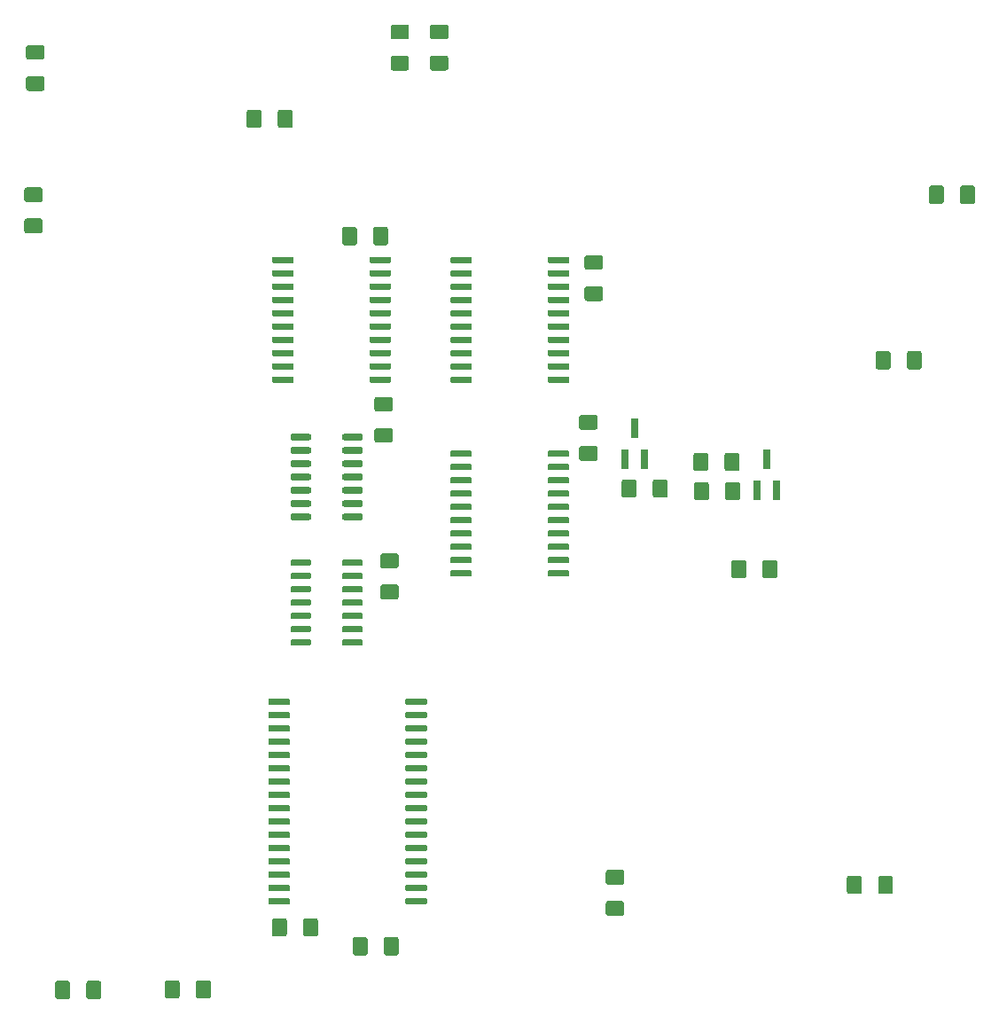
<source format=gbr>
G04 #@! TF.GenerationSoftware,KiCad,Pcbnew,5.1.5+dfsg1-2build2*
G04 #@! TF.CreationDate,2020-11-27T21:41:43-05:00*
G04 #@! TF.ProjectId,tpc65816,74706336-3538-4313-962e-6b696361645f,3.1*
G04 #@! TF.SameCoordinates,Original*
G04 #@! TF.FileFunction,Paste,Top*
G04 #@! TF.FilePolarity,Positive*
%FSLAX46Y46*%
G04 Gerber Fmt 4.6, Leading zero omitted, Abs format (unit mm)*
G04 Created by KiCad (PCBNEW 5.1.5+dfsg1-2build2) date 2020-11-27 21:41:43*
%MOMM*%
%LPD*%
G04 APERTURE LIST*
%ADD10C,0.100000*%
%ADD11R,0.800000X1.900000*%
G04 APERTURE END LIST*
D10*
G36*
X173207004Y-98694204D02*
G01*
X173231273Y-98697804D01*
X173255071Y-98703765D01*
X173278171Y-98712030D01*
X173300349Y-98722520D01*
X173321393Y-98735133D01*
X173341098Y-98749747D01*
X173359277Y-98766223D01*
X173375753Y-98784402D01*
X173390367Y-98804107D01*
X173402980Y-98825151D01*
X173413470Y-98847329D01*
X173421735Y-98870429D01*
X173427696Y-98894227D01*
X173431296Y-98918496D01*
X173432500Y-98943000D01*
X173432500Y-100193000D01*
X173431296Y-100217504D01*
X173427696Y-100241773D01*
X173421735Y-100265571D01*
X173413470Y-100288671D01*
X173402980Y-100310849D01*
X173390367Y-100331893D01*
X173375753Y-100351598D01*
X173359277Y-100369777D01*
X173341098Y-100386253D01*
X173321393Y-100400867D01*
X173300349Y-100413480D01*
X173278171Y-100423970D01*
X173255071Y-100432235D01*
X173231273Y-100438196D01*
X173207004Y-100441796D01*
X173182500Y-100443000D01*
X172257500Y-100443000D01*
X172232996Y-100441796D01*
X172208727Y-100438196D01*
X172184929Y-100432235D01*
X172161829Y-100423970D01*
X172139651Y-100413480D01*
X172118607Y-100400867D01*
X172098902Y-100386253D01*
X172080723Y-100369777D01*
X172064247Y-100351598D01*
X172049633Y-100331893D01*
X172037020Y-100310849D01*
X172026530Y-100288671D01*
X172018265Y-100265571D01*
X172012304Y-100241773D01*
X172008704Y-100217504D01*
X172007500Y-100193000D01*
X172007500Y-98943000D01*
X172008704Y-98918496D01*
X172012304Y-98894227D01*
X172018265Y-98870429D01*
X172026530Y-98847329D01*
X172037020Y-98825151D01*
X172049633Y-98804107D01*
X172064247Y-98784402D01*
X172080723Y-98766223D01*
X172098902Y-98749747D01*
X172118607Y-98735133D01*
X172139651Y-98722520D01*
X172161829Y-98712030D01*
X172184929Y-98703765D01*
X172208727Y-98697804D01*
X172232996Y-98694204D01*
X172257500Y-98693000D01*
X173182500Y-98693000D01*
X173207004Y-98694204D01*
G37*
G36*
X170232004Y-98694204D02*
G01*
X170256273Y-98697804D01*
X170280071Y-98703765D01*
X170303171Y-98712030D01*
X170325349Y-98722520D01*
X170346393Y-98735133D01*
X170366098Y-98749747D01*
X170384277Y-98766223D01*
X170400753Y-98784402D01*
X170415367Y-98804107D01*
X170427980Y-98825151D01*
X170438470Y-98847329D01*
X170446735Y-98870429D01*
X170452696Y-98894227D01*
X170456296Y-98918496D01*
X170457500Y-98943000D01*
X170457500Y-100193000D01*
X170456296Y-100217504D01*
X170452696Y-100241773D01*
X170446735Y-100265571D01*
X170438470Y-100288671D01*
X170427980Y-100310849D01*
X170415367Y-100331893D01*
X170400753Y-100351598D01*
X170384277Y-100369777D01*
X170366098Y-100386253D01*
X170346393Y-100400867D01*
X170325349Y-100413480D01*
X170303171Y-100423970D01*
X170280071Y-100432235D01*
X170256273Y-100438196D01*
X170232004Y-100441796D01*
X170207500Y-100443000D01*
X169282500Y-100443000D01*
X169257996Y-100441796D01*
X169233727Y-100438196D01*
X169209929Y-100432235D01*
X169186829Y-100423970D01*
X169164651Y-100413480D01*
X169143607Y-100400867D01*
X169123902Y-100386253D01*
X169105723Y-100369777D01*
X169089247Y-100351598D01*
X169074633Y-100331893D01*
X169062020Y-100310849D01*
X169051530Y-100288671D01*
X169043265Y-100265571D01*
X169037304Y-100241773D01*
X169033704Y-100217504D01*
X169032500Y-100193000D01*
X169032500Y-98943000D01*
X169033704Y-98918496D01*
X169037304Y-98894227D01*
X169043265Y-98870429D01*
X169051530Y-98847329D01*
X169062020Y-98825151D01*
X169074633Y-98804107D01*
X169089247Y-98784402D01*
X169105723Y-98766223D01*
X169123902Y-98749747D01*
X169143607Y-98735133D01*
X169164651Y-98722520D01*
X169186829Y-98712030D01*
X169209929Y-98703765D01*
X169233727Y-98697804D01*
X169257996Y-98694204D01*
X169282500Y-98693000D01*
X170207500Y-98693000D01*
X170232004Y-98694204D01*
G37*
G36*
X192730004Y-73169704D02*
G01*
X192754273Y-73173304D01*
X192778071Y-73179265D01*
X192801171Y-73187530D01*
X192823349Y-73198020D01*
X192844393Y-73210633D01*
X192864098Y-73225247D01*
X192882277Y-73241723D01*
X192898753Y-73259902D01*
X192913367Y-73279607D01*
X192925980Y-73300651D01*
X192936470Y-73322829D01*
X192944735Y-73345929D01*
X192950696Y-73369727D01*
X192954296Y-73393996D01*
X192955500Y-73418500D01*
X192955500Y-74668500D01*
X192954296Y-74693004D01*
X192950696Y-74717273D01*
X192944735Y-74741071D01*
X192936470Y-74764171D01*
X192925980Y-74786349D01*
X192913367Y-74807393D01*
X192898753Y-74827098D01*
X192882277Y-74845277D01*
X192864098Y-74861753D01*
X192844393Y-74876367D01*
X192823349Y-74888980D01*
X192801171Y-74899470D01*
X192778071Y-74907735D01*
X192754273Y-74913696D01*
X192730004Y-74917296D01*
X192705500Y-74918500D01*
X191780500Y-74918500D01*
X191755996Y-74917296D01*
X191731727Y-74913696D01*
X191707929Y-74907735D01*
X191684829Y-74899470D01*
X191662651Y-74888980D01*
X191641607Y-74876367D01*
X191621902Y-74861753D01*
X191603723Y-74845277D01*
X191587247Y-74827098D01*
X191572633Y-74807393D01*
X191560020Y-74786349D01*
X191549530Y-74764171D01*
X191541265Y-74741071D01*
X191535304Y-74717273D01*
X191531704Y-74693004D01*
X191530500Y-74668500D01*
X191530500Y-73418500D01*
X191531704Y-73393996D01*
X191535304Y-73369727D01*
X191541265Y-73345929D01*
X191549530Y-73322829D01*
X191560020Y-73300651D01*
X191572633Y-73279607D01*
X191587247Y-73259902D01*
X191603723Y-73241723D01*
X191621902Y-73225247D01*
X191641607Y-73210633D01*
X191662651Y-73198020D01*
X191684829Y-73187530D01*
X191707929Y-73179265D01*
X191731727Y-73173304D01*
X191755996Y-73169704D01*
X191780500Y-73168500D01*
X192705500Y-73168500D01*
X192730004Y-73169704D01*
G37*
G36*
X195705004Y-73169704D02*
G01*
X195729273Y-73173304D01*
X195753071Y-73179265D01*
X195776171Y-73187530D01*
X195798349Y-73198020D01*
X195819393Y-73210633D01*
X195839098Y-73225247D01*
X195857277Y-73241723D01*
X195873753Y-73259902D01*
X195888367Y-73279607D01*
X195900980Y-73300651D01*
X195911470Y-73322829D01*
X195919735Y-73345929D01*
X195925696Y-73369727D01*
X195929296Y-73393996D01*
X195930500Y-73418500D01*
X195930500Y-74668500D01*
X195929296Y-74693004D01*
X195925696Y-74717273D01*
X195919735Y-74741071D01*
X195911470Y-74764171D01*
X195900980Y-74786349D01*
X195888367Y-74807393D01*
X195873753Y-74827098D01*
X195857277Y-74845277D01*
X195839098Y-74861753D01*
X195819393Y-74876367D01*
X195798349Y-74888980D01*
X195776171Y-74899470D01*
X195753071Y-74907735D01*
X195729273Y-74913696D01*
X195705004Y-74917296D01*
X195680500Y-74918500D01*
X194755500Y-74918500D01*
X194730996Y-74917296D01*
X194706727Y-74913696D01*
X194682929Y-74907735D01*
X194659829Y-74899470D01*
X194637651Y-74888980D01*
X194616607Y-74876367D01*
X194596902Y-74861753D01*
X194578723Y-74845277D01*
X194562247Y-74827098D01*
X194547633Y-74807393D01*
X194535020Y-74786349D01*
X194524530Y-74764171D01*
X194516265Y-74741071D01*
X194510304Y-74717273D01*
X194506704Y-74693004D01*
X194505500Y-74668500D01*
X194505500Y-73418500D01*
X194506704Y-73393996D01*
X194510304Y-73369727D01*
X194516265Y-73345929D01*
X194524530Y-73322829D01*
X194535020Y-73300651D01*
X194547633Y-73279607D01*
X194562247Y-73259902D01*
X194578723Y-73241723D01*
X194596902Y-73225247D01*
X194616607Y-73210633D01*
X194637651Y-73198020D01*
X194659829Y-73187530D01*
X194682929Y-73179265D01*
X194706727Y-73173304D01*
X194730996Y-73169704D01*
X194755500Y-73168500D01*
X195680500Y-73168500D01*
X195705004Y-73169704D01*
G37*
G36*
X147739703Y-79985722D02*
G01*
X147754264Y-79987882D01*
X147768543Y-79991459D01*
X147782403Y-79996418D01*
X147795710Y-80002712D01*
X147808336Y-80010280D01*
X147820159Y-80019048D01*
X147831066Y-80028934D01*
X147840952Y-80039841D01*
X147849720Y-80051664D01*
X147857288Y-80064290D01*
X147863582Y-80077597D01*
X147868541Y-80091457D01*
X147872118Y-80105736D01*
X147874278Y-80120297D01*
X147875000Y-80135000D01*
X147875000Y-80435000D01*
X147874278Y-80449703D01*
X147872118Y-80464264D01*
X147868541Y-80478543D01*
X147863582Y-80492403D01*
X147857288Y-80505710D01*
X147849720Y-80518336D01*
X147840952Y-80530159D01*
X147831066Y-80541066D01*
X147820159Y-80550952D01*
X147808336Y-80559720D01*
X147795710Y-80567288D01*
X147782403Y-80573582D01*
X147768543Y-80578541D01*
X147754264Y-80582118D01*
X147739703Y-80584278D01*
X147725000Y-80585000D01*
X145975000Y-80585000D01*
X145960297Y-80584278D01*
X145945736Y-80582118D01*
X145931457Y-80578541D01*
X145917597Y-80573582D01*
X145904290Y-80567288D01*
X145891664Y-80559720D01*
X145879841Y-80550952D01*
X145868934Y-80541066D01*
X145859048Y-80530159D01*
X145850280Y-80518336D01*
X145842712Y-80505710D01*
X145836418Y-80492403D01*
X145831459Y-80478543D01*
X145827882Y-80464264D01*
X145825722Y-80449703D01*
X145825000Y-80435000D01*
X145825000Y-80135000D01*
X145825722Y-80120297D01*
X145827882Y-80105736D01*
X145831459Y-80091457D01*
X145836418Y-80077597D01*
X145842712Y-80064290D01*
X145850280Y-80051664D01*
X145859048Y-80039841D01*
X145868934Y-80028934D01*
X145879841Y-80019048D01*
X145891664Y-80010280D01*
X145904290Y-80002712D01*
X145917597Y-79996418D01*
X145931457Y-79991459D01*
X145945736Y-79987882D01*
X145960297Y-79985722D01*
X145975000Y-79985000D01*
X147725000Y-79985000D01*
X147739703Y-79985722D01*
G37*
G36*
X147739703Y-81255722D02*
G01*
X147754264Y-81257882D01*
X147768543Y-81261459D01*
X147782403Y-81266418D01*
X147795710Y-81272712D01*
X147808336Y-81280280D01*
X147820159Y-81289048D01*
X147831066Y-81298934D01*
X147840952Y-81309841D01*
X147849720Y-81321664D01*
X147857288Y-81334290D01*
X147863582Y-81347597D01*
X147868541Y-81361457D01*
X147872118Y-81375736D01*
X147874278Y-81390297D01*
X147875000Y-81405000D01*
X147875000Y-81705000D01*
X147874278Y-81719703D01*
X147872118Y-81734264D01*
X147868541Y-81748543D01*
X147863582Y-81762403D01*
X147857288Y-81775710D01*
X147849720Y-81788336D01*
X147840952Y-81800159D01*
X147831066Y-81811066D01*
X147820159Y-81820952D01*
X147808336Y-81829720D01*
X147795710Y-81837288D01*
X147782403Y-81843582D01*
X147768543Y-81848541D01*
X147754264Y-81852118D01*
X147739703Y-81854278D01*
X147725000Y-81855000D01*
X145975000Y-81855000D01*
X145960297Y-81854278D01*
X145945736Y-81852118D01*
X145931457Y-81848541D01*
X145917597Y-81843582D01*
X145904290Y-81837288D01*
X145891664Y-81829720D01*
X145879841Y-81820952D01*
X145868934Y-81811066D01*
X145859048Y-81800159D01*
X145850280Y-81788336D01*
X145842712Y-81775710D01*
X145836418Y-81762403D01*
X145831459Y-81748543D01*
X145827882Y-81734264D01*
X145825722Y-81719703D01*
X145825000Y-81705000D01*
X145825000Y-81405000D01*
X145825722Y-81390297D01*
X145827882Y-81375736D01*
X145831459Y-81361457D01*
X145836418Y-81347597D01*
X145842712Y-81334290D01*
X145850280Y-81321664D01*
X145859048Y-81309841D01*
X145868934Y-81298934D01*
X145879841Y-81289048D01*
X145891664Y-81280280D01*
X145904290Y-81272712D01*
X145917597Y-81266418D01*
X145931457Y-81261459D01*
X145945736Y-81257882D01*
X145960297Y-81255722D01*
X145975000Y-81255000D01*
X147725000Y-81255000D01*
X147739703Y-81255722D01*
G37*
G36*
X147739703Y-82525722D02*
G01*
X147754264Y-82527882D01*
X147768543Y-82531459D01*
X147782403Y-82536418D01*
X147795710Y-82542712D01*
X147808336Y-82550280D01*
X147820159Y-82559048D01*
X147831066Y-82568934D01*
X147840952Y-82579841D01*
X147849720Y-82591664D01*
X147857288Y-82604290D01*
X147863582Y-82617597D01*
X147868541Y-82631457D01*
X147872118Y-82645736D01*
X147874278Y-82660297D01*
X147875000Y-82675000D01*
X147875000Y-82975000D01*
X147874278Y-82989703D01*
X147872118Y-83004264D01*
X147868541Y-83018543D01*
X147863582Y-83032403D01*
X147857288Y-83045710D01*
X147849720Y-83058336D01*
X147840952Y-83070159D01*
X147831066Y-83081066D01*
X147820159Y-83090952D01*
X147808336Y-83099720D01*
X147795710Y-83107288D01*
X147782403Y-83113582D01*
X147768543Y-83118541D01*
X147754264Y-83122118D01*
X147739703Y-83124278D01*
X147725000Y-83125000D01*
X145975000Y-83125000D01*
X145960297Y-83124278D01*
X145945736Y-83122118D01*
X145931457Y-83118541D01*
X145917597Y-83113582D01*
X145904290Y-83107288D01*
X145891664Y-83099720D01*
X145879841Y-83090952D01*
X145868934Y-83081066D01*
X145859048Y-83070159D01*
X145850280Y-83058336D01*
X145842712Y-83045710D01*
X145836418Y-83032403D01*
X145831459Y-83018543D01*
X145827882Y-83004264D01*
X145825722Y-82989703D01*
X145825000Y-82975000D01*
X145825000Y-82675000D01*
X145825722Y-82660297D01*
X145827882Y-82645736D01*
X145831459Y-82631457D01*
X145836418Y-82617597D01*
X145842712Y-82604290D01*
X145850280Y-82591664D01*
X145859048Y-82579841D01*
X145868934Y-82568934D01*
X145879841Y-82559048D01*
X145891664Y-82550280D01*
X145904290Y-82542712D01*
X145917597Y-82536418D01*
X145931457Y-82531459D01*
X145945736Y-82527882D01*
X145960297Y-82525722D01*
X145975000Y-82525000D01*
X147725000Y-82525000D01*
X147739703Y-82525722D01*
G37*
G36*
X147739703Y-83795722D02*
G01*
X147754264Y-83797882D01*
X147768543Y-83801459D01*
X147782403Y-83806418D01*
X147795710Y-83812712D01*
X147808336Y-83820280D01*
X147820159Y-83829048D01*
X147831066Y-83838934D01*
X147840952Y-83849841D01*
X147849720Y-83861664D01*
X147857288Y-83874290D01*
X147863582Y-83887597D01*
X147868541Y-83901457D01*
X147872118Y-83915736D01*
X147874278Y-83930297D01*
X147875000Y-83945000D01*
X147875000Y-84245000D01*
X147874278Y-84259703D01*
X147872118Y-84274264D01*
X147868541Y-84288543D01*
X147863582Y-84302403D01*
X147857288Y-84315710D01*
X147849720Y-84328336D01*
X147840952Y-84340159D01*
X147831066Y-84351066D01*
X147820159Y-84360952D01*
X147808336Y-84369720D01*
X147795710Y-84377288D01*
X147782403Y-84383582D01*
X147768543Y-84388541D01*
X147754264Y-84392118D01*
X147739703Y-84394278D01*
X147725000Y-84395000D01*
X145975000Y-84395000D01*
X145960297Y-84394278D01*
X145945736Y-84392118D01*
X145931457Y-84388541D01*
X145917597Y-84383582D01*
X145904290Y-84377288D01*
X145891664Y-84369720D01*
X145879841Y-84360952D01*
X145868934Y-84351066D01*
X145859048Y-84340159D01*
X145850280Y-84328336D01*
X145842712Y-84315710D01*
X145836418Y-84302403D01*
X145831459Y-84288543D01*
X145827882Y-84274264D01*
X145825722Y-84259703D01*
X145825000Y-84245000D01*
X145825000Y-83945000D01*
X145825722Y-83930297D01*
X145827882Y-83915736D01*
X145831459Y-83901457D01*
X145836418Y-83887597D01*
X145842712Y-83874290D01*
X145850280Y-83861664D01*
X145859048Y-83849841D01*
X145868934Y-83838934D01*
X145879841Y-83829048D01*
X145891664Y-83820280D01*
X145904290Y-83812712D01*
X145917597Y-83806418D01*
X145931457Y-83801459D01*
X145945736Y-83797882D01*
X145960297Y-83795722D01*
X145975000Y-83795000D01*
X147725000Y-83795000D01*
X147739703Y-83795722D01*
G37*
G36*
X147739703Y-85065722D02*
G01*
X147754264Y-85067882D01*
X147768543Y-85071459D01*
X147782403Y-85076418D01*
X147795710Y-85082712D01*
X147808336Y-85090280D01*
X147820159Y-85099048D01*
X147831066Y-85108934D01*
X147840952Y-85119841D01*
X147849720Y-85131664D01*
X147857288Y-85144290D01*
X147863582Y-85157597D01*
X147868541Y-85171457D01*
X147872118Y-85185736D01*
X147874278Y-85200297D01*
X147875000Y-85215000D01*
X147875000Y-85515000D01*
X147874278Y-85529703D01*
X147872118Y-85544264D01*
X147868541Y-85558543D01*
X147863582Y-85572403D01*
X147857288Y-85585710D01*
X147849720Y-85598336D01*
X147840952Y-85610159D01*
X147831066Y-85621066D01*
X147820159Y-85630952D01*
X147808336Y-85639720D01*
X147795710Y-85647288D01*
X147782403Y-85653582D01*
X147768543Y-85658541D01*
X147754264Y-85662118D01*
X147739703Y-85664278D01*
X147725000Y-85665000D01*
X145975000Y-85665000D01*
X145960297Y-85664278D01*
X145945736Y-85662118D01*
X145931457Y-85658541D01*
X145917597Y-85653582D01*
X145904290Y-85647288D01*
X145891664Y-85639720D01*
X145879841Y-85630952D01*
X145868934Y-85621066D01*
X145859048Y-85610159D01*
X145850280Y-85598336D01*
X145842712Y-85585710D01*
X145836418Y-85572403D01*
X145831459Y-85558543D01*
X145827882Y-85544264D01*
X145825722Y-85529703D01*
X145825000Y-85515000D01*
X145825000Y-85215000D01*
X145825722Y-85200297D01*
X145827882Y-85185736D01*
X145831459Y-85171457D01*
X145836418Y-85157597D01*
X145842712Y-85144290D01*
X145850280Y-85131664D01*
X145859048Y-85119841D01*
X145868934Y-85108934D01*
X145879841Y-85099048D01*
X145891664Y-85090280D01*
X145904290Y-85082712D01*
X145917597Y-85076418D01*
X145931457Y-85071459D01*
X145945736Y-85067882D01*
X145960297Y-85065722D01*
X145975000Y-85065000D01*
X147725000Y-85065000D01*
X147739703Y-85065722D01*
G37*
G36*
X147739703Y-86335722D02*
G01*
X147754264Y-86337882D01*
X147768543Y-86341459D01*
X147782403Y-86346418D01*
X147795710Y-86352712D01*
X147808336Y-86360280D01*
X147820159Y-86369048D01*
X147831066Y-86378934D01*
X147840952Y-86389841D01*
X147849720Y-86401664D01*
X147857288Y-86414290D01*
X147863582Y-86427597D01*
X147868541Y-86441457D01*
X147872118Y-86455736D01*
X147874278Y-86470297D01*
X147875000Y-86485000D01*
X147875000Y-86785000D01*
X147874278Y-86799703D01*
X147872118Y-86814264D01*
X147868541Y-86828543D01*
X147863582Y-86842403D01*
X147857288Y-86855710D01*
X147849720Y-86868336D01*
X147840952Y-86880159D01*
X147831066Y-86891066D01*
X147820159Y-86900952D01*
X147808336Y-86909720D01*
X147795710Y-86917288D01*
X147782403Y-86923582D01*
X147768543Y-86928541D01*
X147754264Y-86932118D01*
X147739703Y-86934278D01*
X147725000Y-86935000D01*
X145975000Y-86935000D01*
X145960297Y-86934278D01*
X145945736Y-86932118D01*
X145931457Y-86928541D01*
X145917597Y-86923582D01*
X145904290Y-86917288D01*
X145891664Y-86909720D01*
X145879841Y-86900952D01*
X145868934Y-86891066D01*
X145859048Y-86880159D01*
X145850280Y-86868336D01*
X145842712Y-86855710D01*
X145836418Y-86842403D01*
X145831459Y-86828543D01*
X145827882Y-86814264D01*
X145825722Y-86799703D01*
X145825000Y-86785000D01*
X145825000Y-86485000D01*
X145825722Y-86470297D01*
X145827882Y-86455736D01*
X145831459Y-86441457D01*
X145836418Y-86427597D01*
X145842712Y-86414290D01*
X145850280Y-86401664D01*
X145859048Y-86389841D01*
X145868934Y-86378934D01*
X145879841Y-86369048D01*
X145891664Y-86360280D01*
X145904290Y-86352712D01*
X145917597Y-86346418D01*
X145931457Y-86341459D01*
X145945736Y-86337882D01*
X145960297Y-86335722D01*
X145975000Y-86335000D01*
X147725000Y-86335000D01*
X147739703Y-86335722D01*
G37*
G36*
X147739703Y-87605722D02*
G01*
X147754264Y-87607882D01*
X147768543Y-87611459D01*
X147782403Y-87616418D01*
X147795710Y-87622712D01*
X147808336Y-87630280D01*
X147820159Y-87639048D01*
X147831066Y-87648934D01*
X147840952Y-87659841D01*
X147849720Y-87671664D01*
X147857288Y-87684290D01*
X147863582Y-87697597D01*
X147868541Y-87711457D01*
X147872118Y-87725736D01*
X147874278Y-87740297D01*
X147875000Y-87755000D01*
X147875000Y-88055000D01*
X147874278Y-88069703D01*
X147872118Y-88084264D01*
X147868541Y-88098543D01*
X147863582Y-88112403D01*
X147857288Y-88125710D01*
X147849720Y-88138336D01*
X147840952Y-88150159D01*
X147831066Y-88161066D01*
X147820159Y-88170952D01*
X147808336Y-88179720D01*
X147795710Y-88187288D01*
X147782403Y-88193582D01*
X147768543Y-88198541D01*
X147754264Y-88202118D01*
X147739703Y-88204278D01*
X147725000Y-88205000D01*
X145975000Y-88205000D01*
X145960297Y-88204278D01*
X145945736Y-88202118D01*
X145931457Y-88198541D01*
X145917597Y-88193582D01*
X145904290Y-88187288D01*
X145891664Y-88179720D01*
X145879841Y-88170952D01*
X145868934Y-88161066D01*
X145859048Y-88150159D01*
X145850280Y-88138336D01*
X145842712Y-88125710D01*
X145836418Y-88112403D01*
X145831459Y-88098543D01*
X145827882Y-88084264D01*
X145825722Y-88069703D01*
X145825000Y-88055000D01*
X145825000Y-87755000D01*
X145825722Y-87740297D01*
X145827882Y-87725736D01*
X145831459Y-87711457D01*
X145836418Y-87697597D01*
X145842712Y-87684290D01*
X145850280Y-87671664D01*
X145859048Y-87659841D01*
X145868934Y-87648934D01*
X145879841Y-87639048D01*
X145891664Y-87630280D01*
X145904290Y-87622712D01*
X145917597Y-87616418D01*
X145931457Y-87611459D01*
X145945736Y-87607882D01*
X145960297Y-87605722D01*
X145975000Y-87605000D01*
X147725000Y-87605000D01*
X147739703Y-87605722D01*
G37*
G36*
X147739703Y-88875722D02*
G01*
X147754264Y-88877882D01*
X147768543Y-88881459D01*
X147782403Y-88886418D01*
X147795710Y-88892712D01*
X147808336Y-88900280D01*
X147820159Y-88909048D01*
X147831066Y-88918934D01*
X147840952Y-88929841D01*
X147849720Y-88941664D01*
X147857288Y-88954290D01*
X147863582Y-88967597D01*
X147868541Y-88981457D01*
X147872118Y-88995736D01*
X147874278Y-89010297D01*
X147875000Y-89025000D01*
X147875000Y-89325000D01*
X147874278Y-89339703D01*
X147872118Y-89354264D01*
X147868541Y-89368543D01*
X147863582Y-89382403D01*
X147857288Y-89395710D01*
X147849720Y-89408336D01*
X147840952Y-89420159D01*
X147831066Y-89431066D01*
X147820159Y-89440952D01*
X147808336Y-89449720D01*
X147795710Y-89457288D01*
X147782403Y-89463582D01*
X147768543Y-89468541D01*
X147754264Y-89472118D01*
X147739703Y-89474278D01*
X147725000Y-89475000D01*
X145975000Y-89475000D01*
X145960297Y-89474278D01*
X145945736Y-89472118D01*
X145931457Y-89468541D01*
X145917597Y-89463582D01*
X145904290Y-89457288D01*
X145891664Y-89449720D01*
X145879841Y-89440952D01*
X145868934Y-89431066D01*
X145859048Y-89420159D01*
X145850280Y-89408336D01*
X145842712Y-89395710D01*
X145836418Y-89382403D01*
X145831459Y-89368543D01*
X145827882Y-89354264D01*
X145825722Y-89339703D01*
X145825000Y-89325000D01*
X145825000Y-89025000D01*
X145825722Y-89010297D01*
X145827882Y-88995736D01*
X145831459Y-88981457D01*
X145836418Y-88967597D01*
X145842712Y-88954290D01*
X145850280Y-88941664D01*
X145859048Y-88929841D01*
X145868934Y-88918934D01*
X145879841Y-88909048D01*
X145891664Y-88900280D01*
X145904290Y-88892712D01*
X145917597Y-88886418D01*
X145931457Y-88881459D01*
X145945736Y-88877882D01*
X145960297Y-88875722D01*
X145975000Y-88875000D01*
X147725000Y-88875000D01*
X147739703Y-88875722D01*
G37*
G36*
X147739703Y-90145722D02*
G01*
X147754264Y-90147882D01*
X147768543Y-90151459D01*
X147782403Y-90156418D01*
X147795710Y-90162712D01*
X147808336Y-90170280D01*
X147820159Y-90179048D01*
X147831066Y-90188934D01*
X147840952Y-90199841D01*
X147849720Y-90211664D01*
X147857288Y-90224290D01*
X147863582Y-90237597D01*
X147868541Y-90251457D01*
X147872118Y-90265736D01*
X147874278Y-90280297D01*
X147875000Y-90295000D01*
X147875000Y-90595000D01*
X147874278Y-90609703D01*
X147872118Y-90624264D01*
X147868541Y-90638543D01*
X147863582Y-90652403D01*
X147857288Y-90665710D01*
X147849720Y-90678336D01*
X147840952Y-90690159D01*
X147831066Y-90701066D01*
X147820159Y-90710952D01*
X147808336Y-90719720D01*
X147795710Y-90727288D01*
X147782403Y-90733582D01*
X147768543Y-90738541D01*
X147754264Y-90742118D01*
X147739703Y-90744278D01*
X147725000Y-90745000D01*
X145975000Y-90745000D01*
X145960297Y-90744278D01*
X145945736Y-90742118D01*
X145931457Y-90738541D01*
X145917597Y-90733582D01*
X145904290Y-90727288D01*
X145891664Y-90719720D01*
X145879841Y-90710952D01*
X145868934Y-90701066D01*
X145859048Y-90690159D01*
X145850280Y-90678336D01*
X145842712Y-90665710D01*
X145836418Y-90652403D01*
X145831459Y-90638543D01*
X145827882Y-90624264D01*
X145825722Y-90609703D01*
X145825000Y-90595000D01*
X145825000Y-90295000D01*
X145825722Y-90280297D01*
X145827882Y-90265736D01*
X145831459Y-90251457D01*
X145836418Y-90237597D01*
X145842712Y-90224290D01*
X145850280Y-90211664D01*
X145859048Y-90199841D01*
X145868934Y-90188934D01*
X145879841Y-90179048D01*
X145891664Y-90170280D01*
X145904290Y-90162712D01*
X145917597Y-90156418D01*
X145931457Y-90151459D01*
X145945736Y-90147882D01*
X145960297Y-90145722D01*
X145975000Y-90145000D01*
X147725000Y-90145000D01*
X147739703Y-90145722D01*
G37*
G36*
X147739703Y-91415722D02*
G01*
X147754264Y-91417882D01*
X147768543Y-91421459D01*
X147782403Y-91426418D01*
X147795710Y-91432712D01*
X147808336Y-91440280D01*
X147820159Y-91449048D01*
X147831066Y-91458934D01*
X147840952Y-91469841D01*
X147849720Y-91481664D01*
X147857288Y-91494290D01*
X147863582Y-91507597D01*
X147868541Y-91521457D01*
X147872118Y-91535736D01*
X147874278Y-91550297D01*
X147875000Y-91565000D01*
X147875000Y-91865000D01*
X147874278Y-91879703D01*
X147872118Y-91894264D01*
X147868541Y-91908543D01*
X147863582Y-91922403D01*
X147857288Y-91935710D01*
X147849720Y-91948336D01*
X147840952Y-91960159D01*
X147831066Y-91971066D01*
X147820159Y-91980952D01*
X147808336Y-91989720D01*
X147795710Y-91997288D01*
X147782403Y-92003582D01*
X147768543Y-92008541D01*
X147754264Y-92012118D01*
X147739703Y-92014278D01*
X147725000Y-92015000D01*
X145975000Y-92015000D01*
X145960297Y-92014278D01*
X145945736Y-92012118D01*
X145931457Y-92008541D01*
X145917597Y-92003582D01*
X145904290Y-91997288D01*
X145891664Y-91989720D01*
X145879841Y-91980952D01*
X145868934Y-91971066D01*
X145859048Y-91960159D01*
X145850280Y-91948336D01*
X145842712Y-91935710D01*
X145836418Y-91922403D01*
X145831459Y-91908543D01*
X145827882Y-91894264D01*
X145825722Y-91879703D01*
X145825000Y-91865000D01*
X145825000Y-91565000D01*
X145825722Y-91550297D01*
X145827882Y-91535736D01*
X145831459Y-91521457D01*
X145836418Y-91507597D01*
X145842712Y-91494290D01*
X145850280Y-91481664D01*
X145859048Y-91469841D01*
X145868934Y-91458934D01*
X145879841Y-91449048D01*
X145891664Y-91440280D01*
X145904290Y-91432712D01*
X145917597Y-91426418D01*
X145931457Y-91421459D01*
X145945736Y-91417882D01*
X145960297Y-91415722D01*
X145975000Y-91415000D01*
X147725000Y-91415000D01*
X147739703Y-91415722D01*
G37*
G36*
X157039703Y-91415722D02*
G01*
X157054264Y-91417882D01*
X157068543Y-91421459D01*
X157082403Y-91426418D01*
X157095710Y-91432712D01*
X157108336Y-91440280D01*
X157120159Y-91449048D01*
X157131066Y-91458934D01*
X157140952Y-91469841D01*
X157149720Y-91481664D01*
X157157288Y-91494290D01*
X157163582Y-91507597D01*
X157168541Y-91521457D01*
X157172118Y-91535736D01*
X157174278Y-91550297D01*
X157175000Y-91565000D01*
X157175000Y-91865000D01*
X157174278Y-91879703D01*
X157172118Y-91894264D01*
X157168541Y-91908543D01*
X157163582Y-91922403D01*
X157157288Y-91935710D01*
X157149720Y-91948336D01*
X157140952Y-91960159D01*
X157131066Y-91971066D01*
X157120159Y-91980952D01*
X157108336Y-91989720D01*
X157095710Y-91997288D01*
X157082403Y-92003582D01*
X157068543Y-92008541D01*
X157054264Y-92012118D01*
X157039703Y-92014278D01*
X157025000Y-92015000D01*
X155275000Y-92015000D01*
X155260297Y-92014278D01*
X155245736Y-92012118D01*
X155231457Y-92008541D01*
X155217597Y-92003582D01*
X155204290Y-91997288D01*
X155191664Y-91989720D01*
X155179841Y-91980952D01*
X155168934Y-91971066D01*
X155159048Y-91960159D01*
X155150280Y-91948336D01*
X155142712Y-91935710D01*
X155136418Y-91922403D01*
X155131459Y-91908543D01*
X155127882Y-91894264D01*
X155125722Y-91879703D01*
X155125000Y-91865000D01*
X155125000Y-91565000D01*
X155125722Y-91550297D01*
X155127882Y-91535736D01*
X155131459Y-91521457D01*
X155136418Y-91507597D01*
X155142712Y-91494290D01*
X155150280Y-91481664D01*
X155159048Y-91469841D01*
X155168934Y-91458934D01*
X155179841Y-91449048D01*
X155191664Y-91440280D01*
X155204290Y-91432712D01*
X155217597Y-91426418D01*
X155231457Y-91421459D01*
X155245736Y-91417882D01*
X155260297Y-91415722D01*
X155275000Y-91415000D01*
X157025000Y-91415000D01*
X157039703Y-91415722D01*
G37*
G36*
X157039703Y-90145722D02*
G01*
X157054264Y-90147882D01*
X157068543Y-90151459D01*
X157082403Y-90156418D01*
X157095710Y-90162712D01*
X157108336Y-90170280D01*
X157120159Y-90179048D01*
X157131066Y-90188934D01*
X157140952Y-90199841D01*
X157149720Y-90211664D01*
X157157288Y-90224290D01*
X157163582Y-90237597D01*
X157168541Y-90251457D01*
X157172118Y-90265736D01*
X157174278Y-90280297D01*
X157175000Y-90295000D01*
X157175000Y-90595000D01*
X157174278Y-90609703D01*
X157172118Y-90624264D01*
X157168541Y-90638543D01*
X157163582Y-90652403D01*
X157157288Y-90665710D01*
X157149720Y-90678336D01*
X157140952Y-90690159D01*
X157131066Y-90701066D01*
X157120159Y-90710952D01*
X157108336Y-90719720D01*
X157095710Y-90727288D01*
X157082403Y-90733582D01*
X157068543Y-90738541D01*
X157054264Y-90742118D01*
X157039703Y-90744278D01*
X157025000Y-90745000D01*
X155275000Y-90745000D01*
X155260297Y-90744278D01*
X155245736Y-90742118D01*
X155231457Y-90738541D01*
X155217597Y-90733582D01*
X155204290Y-90727288D01*
X155191664Y-90719720D01*
X155179841Y-90710952D01*
X155168934Y-90701066D01*
X155159048Y-90690159D01*
X155150280Y-90678336D01*
X155142712Y-90665710D01*
X155136418Y-90652403D01*
X155131459Y-90638543D01*
X155127882Y-90624264D01*
X155125722Y-90609703D01*
X155125000Y-90595000D01*
X155125000Y-90295000D01*
X155125722Y-90280297D01*
X155127882Y-90265736D01*
X155131459Y-90251457D01*
X155136418Y-90237597D01*
X155142712Y-90224290D01*
X155150280Y-90211664D01*
X155159048Y-90199841D01*
X155168934Y-90188934D01*
X155179841Y-90179048D01*
X155191664Y-90170280D01*
X155204290Y-90162712D01*
X155217597Y-90156418D01*
X155231457Y-90151459D01*
X155245736Y-90147882D01*
X155260297Y-90145722D01*
X155275000Y-90145000D01*
X157025000Y-90145000D01*
X157039703Y-90145722D01*
G37*
G36*
X157039703Y-88875722D02*
G01*
X157054264Y-88877882D01*
X157068543Y-88881459D01*
X157082403Y-88886418D01*
X157095710Y-88892712D01*
X157108336Y-88900280D01*
X157120159Y-88909048D01*
X157131066Y-88918934D01*
X157140952Y-88929841D01*
X157149720Y-88941664D01*
X157157288Y-88954290D01*
X157163582Y-88967597D01*
X157168541Y-88981457D01*
X157172118Y-88995736D01*
X157174278Y-89010297D01*
X157175000Y-89025000D01*
X157175000Y-89325000D01*
X157174278Y-89339703D01*
X157172118Y-89354264D01*
X157168541Y-89368543D01*
X157163582Y-89382403D01*
X157157288Y-89395710D01*
X157149720Y-89408336D01*
X157140952Y-89420159D01*
X157131066Y-89431066D01*
X157120159Y-89440952D01*
X157108336Y-89449720D01*
X157095710Y-89457288D01*
X157082403Y-89463582D01*
X157068543Y-89468541D01*
X157054264Y-89472118D01*
X157039703Y-89474278D01*
X157025000Y-89475000D01*
X155275000Y-89475000D01*
X155260297Y-89474278D01*
X155245736Y-89472118D01*
X155231457Y-89468541D01*
X155217597Y-89463582D01*
X155204290Y-89457288D01*
X155191664Y-89449720D01*
X155179841Y-89440952D01*
X155168934Y-89431066D01*
X155159048Y-89420159D01*
X155150280Y-89408336D01*
X155142712Y-89395710D01*
X155136418Y-89382403D01*
X155131459Y-89368543D01*
X155127882Y-89354264D01*
X155125722Y-89339703D01*
X155125000Y-89325000D01*
X155125000Y-89025000D01*
X155125722Y-89010297D01*
X155127882Y-88995736D01*
X155131459Y-88981457D01*
X155136418Y-88967597D01*
X155142712Y-88954290D01*
X155150280Y-88941664D01*
X155159048Y-88929841D01*
X155168934Y-88918934D01*
X155179841Y-88909048D01*
X155191664Y-88900280D01*
X155204290Y-88892712D01*
X155217597Y-88886418D01*
X155231457Y-88881459D01*
X155245736Y-88877882D01*
X155260297Y-88875722D01*
X155275000Y-88875000D01*
X157025000Y-88875000D01*
X157039703Y-88875722D01*
G37*
G36*
X157039703Y-87605722D02*
G01*
X157054264Y-87607882D01*
X157068543Y-87611459D01*
X157082403Y-87616418D01*
X157095710Y-87622712D01*
X157108336Y-87630280D01*
X157120159Y-87639048D01*
X157131066Y-87648934D01*
X157140952Y-87659841D01*
X157149720Y-87671664D01*
X157157288Y-87684290D01*
X157163582Y-87697597D01*
X157168541Y-87711457D01*
X157172118Y-87725736D01*
X157174278Y-87740297D01*
X157175000Y-87755000D01*
X157175000Y-88055000D01*
X157174278Y-88069703D01*
X157172118Y-88084264D01*
X157168541Y-88098543D01*
X157163582Y-88112403D01*
X157157288Y-88125710D01*
X157149720Y-88138336D01*
X157140952Y-88150159D01*
X157131066Y-88161066D01*
X157120159Y-88170952D01*
X157108336Y-88179720D01*
X157095710Y-88187288D01*
X157082403Y-88193582D01*
X157068543Y-88198541D01*
X157054264Y-88202118D01*
X157039703Y-88204278D01*
X157025000Y-88205000D01*
X155275000Y-88205000D01*
X155260297Y-88204278D01*
X155245736Y-88202118D01*
X155231457Y-88198541D01*
X155217597Y-88193582D01*
X155204290Y-88187288D01*
X155191664Y-88179720D01*
X155179841Y-88170952D01*
X155168934Y-88161066D01*
X155159048Y-88150159D01*
X155150280Y-88138336D01*
X155142712Y-88125710D01*
X155136418Y-88112403D01*
X155131459Y-88098543D01*
X155127882Y-88084264D01*
X155125722Y-88069703D01*
X155125000Y-88055000D01*
X155125000Y-87755000D01*
X155125722Y-87740297D01*
X155127882Y-87725736D01*
X155131459Y-87711457D01*
X155136418Y-87697597D01*
X155142712Y-87684290D01*
X155150280Y-87671664D01*
X155159048Y-87659841D01*
X155168934Y-87648934D01*
X155179841Y-87639048D01*
X155191664Y-87630280D01*
X155204290Y-87622712D01*
X155217597Y-87616418D01*
X155231457Y-87611459D01*
X155245736Y-87607882D01*
X155260297Y-87605722D01*
X155275000Y-87605000D01*
X157025000Y-87605000D01*
X157039703Y-87605722D01*
G37*
G36*
X157039703Y-86335722D02*
G01*
X157054264Y-86337882D01*
X157068543Y-86341459D01*
X157082403Y-86346418D01*
X157095710Y-86352712D01*
X157108336Y-86360280D01*
X157120159Y-86369048D01*
X157131066Y-86378934D01*
X157140952Y-86389841D01*
X157149720Y-86401664D01*
X157157288Y-86414290D01*
X157163582Y-86427597D01*
X157168541Y-86441457D01*
X157172118Y-86455736D01*
X157174278Y-86470297D01*
X157175000Y-86485000D01*
X157175000Y-86785000D01*
X157174278Y-86799703D01*
X157172118Y-86814264D01*
X157168541Y-86828543D01*
X157163582Y-86842403D01*
X157157288Y-86855710D01*
X157149720Y-86868336D01*
X157140952Y-86880159D01*
X157131066Y-86891066D01*
X157120159Y-86900952D01*
X157108336Y-86909720D01*
X157095710Y-86917288D01*
X157082403Y-86923582D01*
X157068543Y-86928541D01*
X157054264Y-86932118D01*
X157039703Y-86934278D01*
X157025000Y-86935000D01*
X155275000Y-86935000D01*
X155260297Y-86934278D01*
X155245736Y-86932118D01*
X155231457Y-86928541D01*
X155217597Y-86923582D01*
X155204290Y-86917288D01*
X155191664Y-86909720D01*
X155179841Y-86900952D01*
X155168934Y-86891066D01*
X155159048Y-86880159D01*
X155150280Y-86868336D01*
X155142712Y-86855710D01*
X155136418Y-86842403D01*
X155131459Y-86828543D01*
X155127882Y-86814264D01*
X155125722Y-86799703D01*
X155125000Y-86785000D01*
X155125000Y-86485000D01*
X155125722Y-86470297D01*
X155127882Y-86455736D01*
X155131459Y-86441457D01*
X155136418Y-86427597D01*
X155142712Y-86414290D01*
X155150280Y-86401664D01*
X155159048Y-86389841D01*
X155168934Y-86378934D01*
X155179841Y-86369048D01*
X155191664Y-86360280D01*
X155204290Y-86352712D01*
X155217597Y-86346418D01*
X155231457Y-86341459D01*
X155245736Y-86337882D01*
X155260297Y-86335722D01*
X155275000Y-86335000D01*
X157025000Y-86335000D01*
X157039703Y-86335722D01*
G37*
G36*
X157039703Y-85065722D02*
G01*
X157054264Y-85067882D01*
X157068543Y-85071459D01*
X157082403Y-85076418D01*
X157095710Y-85082712D01*
X157108336Y-85090280D01*
X157120159Y-85099048D01*
X157131066Y-85108934D01*
X157140952Y-85119841D01*
X157149720Y-85131664D01*
X157157288Y-85144290D01*
X157163582Y-85157597D01*
X157168541Y-85171457D01*
X157172118Y-85185736D01*
X157174278Y-85200297D01*
X157175000Y-85215000D01*
X157175000Y-85515000D01*
X157174278Y-85529703D01*
X157172118Y-85544264D01*
X157168541Y-85558543D01*
X157163582Y-85572403D01*
X157157288Y-85585710D01*
X157149720Y-85598336D01*
X157140952Y-85610159D01*
X157131066Y-85621066D01*
X157120159Y-85630952D01*
X157108336Y-85639720D01*
X157095710Y-85647288D01*
X157082403Y-85653582D01*
X157068543Y-85658541D01*
X157054264Y-85662118D01*
X157039703Y-85664278D01*
X157025000Y-85665000D01*
X155275000Y-85665000D01*
X155260297Y-85664278D01*
X155245736Y-85662118D01*
X155231457Y-85658541D01*
X155217597Y-85653582D01*
X155204290Y-85647288D01*
X155191664Y-85639720D01*
X155179841Y-85630952D01*
X155168934Y-85621066D01*
X155159048Y-85610159D01*
X155150280Y-85598336D01*
X155142712Y-85585710D01*
X155136418Y-85572403D01*
X155131459Y-85558543D01*
X155127882Y-85544264D01*
X155125722Y-85529703D01*
X155125000Y-85515000D01*
X155125000Y-85215000D01*
X155125722Y-85200297D01*
X155127882Y-85185736D01*
X155131459Y-85171457D01*
X155136418Y-85157597D01*
X155142712Y-85144290D01*
X155150280Y-85131664D01*
X155159048Y-85119841D01*
X155168934Y-85108934D01*
X155179841Y-85099048D01*
X155191664Y-85090280D01*
X155204290Y-85082712D01*
X155217597Y-85076418D01*
X155231457Y-85071459D01*
X155245736Y-85067882D01*
X155260297Y-85065722D01*
X155275000Y-85065000D01*
X157025000Y-85065000D01*
X157039703Y-85065722D01*
G37*
G36*
X157039703Y-83795722D02*
G01*
X157054264Y-83797882D01*
X157068543Y-83801459D01*
X157082403Y-83806418D01*
X157095710Y-83812712D01*
X157108336Y-83820280D01*
X157120159Y-83829048D01*
X157131066Y-83838934D01*
X157140952Y-83849841D01*
X157149720Y-83861664D01*
X157157288Y-83874290D01*
X157163582Y-83887597D01*
X157168541Y-83901457D01*
X157172118Y-83915736D01*
X157174278Y-83930297D01*
X157175000Y-83945000D01*
X157175000Y-84245000D01*
X157174278Y-84259703D01*
X157172118Y-84274264D01*
X157168541Y-84288543D01*
X157163582Y-84302403D01*
X157157288Y-84315710D01*
X157149720Y-84328336D01*
X157140952Y-84340159D01*
X157131066Y-84351066D01*
X157120159Y-84360952D01*
X157108336Y-84369720D01*
X157095710Y-84377288D01*
X157082403Y-84383582D01*
X157068543Y-84388541D01*
X157054264Y-84392118D01*
X157039703Y-84394278D01*
X157025000Y-84395000D01*
X155275000Y-84395000D01*
X155260297Y-84394278D01*
X155245736Y-84392118D01*
X155231457Y-84388541D01*
X155217597Y-84383582D01*
X155204290Y-84377288D01*
X155191664Y-84369720D01*
X155179841Y-84360952D01*
X155168934Y-84351066D01*
X155159048Y-84340159D01*
X155150280Y-84328336D01*
X155142712Y-84315710D01*
X155136418Y-84302403D01*
X155131459Y-84288543D01*
X155127882Y-84274264D01*
X155125722Y-84259703D01*
X155125000Y-84245000D01*
X155125000Y-83945000D01*
X155125722Y-83930297D01*
X155127882Y-83915736D01*
X155131459Y-83901457D01*
X155136418Y-83887597D01*
X155142712Y-83874290D01*
X155150280Y-83861664D01*
X155159048Y-83849841D01*
X155168934Y-83838934D01*
X155179841Y-83829048D01*
X155191664Y-83820280D01*
X155204290Y-83812712D01*
X155217597Y-83806418D01*
X155231457Y-83801459D01*
X155245736Y-83797882D01*
X155260297Y-83795722D01*
X155275000Y-83795000D01*
X157025000Y-83795000D01*
X157039703Y-83795722D01*
G37*
G36*
X157039703Y-82525722D02*
G01*
X157054264Y-82527882D01*
X157068543Y-82531459D01*
X157082403Y-82536418D01*
X157095710Y-82542712D01*
X157108336Y-82550280D01*
X157120159Y-82559048D01*
X157131066Y-82568934D01*
X157140952Y-82579841D01*
X157149720Y-82591664D01*
X157157288Y-82604290D01*
X157163582Y-82617597D01*
X157168541Y-82631457D01*
X157172118Y-82645736D01*
X157174278Y-82660297D01*
X157175000Y-82675000D01*
X157175000Y-82975000D01*
X157174278Y-82989703D01*
X157172118Y-83004264D01*
X157168541Y-83018543D01*
X157163582Y-83032403D01*
X157157288Y-83045710D01*
X157149720Y-83058336D01*
X157140952Y-83070159D01*
X157131066Y-83081066D01*
X157120159Y-83090952D01*
X157108336Y-83099720D01*
X157095710Y-83107288D01*
X157082403Y-83113582D01*
X157068543Y-83118541D01*
X157054264Y-83122118D01*
X157039703Y-83124278D01*
X157025000Y-83125000D01*
X155275000Y-83125000D01*
X155260297Y-83124278D01*
X155245736Y-83122118D01*
X155231457Y-83118541D01*
X155217597Y-83113582D01*
X155204290Y-83107288D01*
X155191664Y-83099720D01*
X155179841Y-83090952D01*
X155168934Y-83081066D01*
X155159048Y-83070159D01*
X155150280Y-83058336D01*
X155142712Y-83045710D01*
X155136418Y-83032403D01*
X155131459Y-83018543D01*
X155127882Y-83004264D01*
X155125722Y-82989703D01*
X155125000Y-82975000D01*
X155125000Y-82675000D01*
X155125722Y-82660297D01*
X155127882Y-82645736D01*
X155131459Y-82631457D01*
X155136418Y-82617597D01*
X155142712Y-82604290D01*
X155150280Y-82591664D01*
X155159048Y-82579841D01*
X155168934Y-82568934D01*
X155179841Y-82559048D01*
X155191664Y-82550280D01*
X155204290Y-82542712D01*
X155217597Y-82536418D01*
X155231457Y-82531459D01*
X155245736Y-82527882D01*
X155260297Y-82525722D01*
X155275000Y-82525000D01*
X157025000Y-82525000D01*
X157039703Y-82525722D01*
G37*
G36*
X157039703Y-81255722D02*
G01*
X157054264Y-81257882D01*
X157068543Y-81261459D01*
X157082403Y-81266418D01*
X157095710Y-81272712D01*
X157108336Y-81280280D01*
X157120159Y-81289048D01*
X157131066Y-81298934D01*
X157140952Y-81309841D01*
X157149720Y-81321664D01*
X157157288Y-81334290D01*
X157163582Y-81347597D01*
X157168541Y-81361457D01*
X157172118Y-81375736D01*
X157174278Y-81390297D01*
X157175000Y-81405000D01*
X157175000Y-81705000D01*
X157174278Y-81719703D01*
X157172118Y-81734264D01*
X157168541Y-81748543D01*
X157163582Y-81762403D01*
X157157288Y-81775710D01*
X157149720Y-81788336D01*
X157140952Y-81800159D01*
X157131066Y-81811066D01*
X157120159Y-81820952D01*
X157108336Y-81829720D01*
X157095710Y-81837288D01*
X157082403Y-81843582D01*
X157068543Y-81848541D01*
X157054264Y-81852118D01*
X157039703Y-81854278D01*
X157025000Y-81855000D01*
X155275000Y-81855000D01*
X155260297Y-81854278D01*
X155245736Y-81852118D01*
X155231457Y-81848541D01*
X155217597Y-81843582D01*
X155204290Y-81837288D01*
X155191664Y-81829720D01*
X155179841Y-81820952D01*
X155168934Y-81811066D01*
X155159048Y-81800159D01*
X155150280Y-81788336D01*
X155142712Y-81775710D01*
X155136418Y-81762403D01*
X155131459Y-81748543D01*
X155127882Y-81734264D01*
X155125722Y-81719703D01*
X155125000Y-81705000D01*
X155125000Y-81405000D01*
X155125722Y-81390297D01*
X155127882Y-81375736D01*
X155131459Y-81361457D01*
X155136418Y-81347597D01*
X155142712Y-81334290D01*
X155150280Y-81321664D01*
X155159048Y-81309841D01*
X155168934Y-81298934D01*
X155179841Y-81289048D01*
X155191664Y-81280280D01*
X155204290Y-81272712D01*
X155217597Y-81266418D01*
X155231457Y-81261459D01*
X155245736Y-81257882D01*
X155260297Y-81255722D01*
X155275000Y-81255000D01*
X157025000Y-81255000D01*
X157039703Y-81255722D01*
G37*
G36*
X157039703Y-79985722D02*
G01*
X157054264Y-79987882D01*
X157068543Y-79991459D01*
X157082403Y-79996418D01*
X157095710Y-80002712D01*
X157108336Y-80010280D01*
X157120159Y-80019048D01*
X157131066Y-80028934D01*
X157140952Y-80039841D01*
X157149720Y-80051664D01*
X157157288Y-80064290D01*
X157163582Y-80077597D01*
X157168541Y-80091457D01*
X157172118Y-80105736D01*
X157174278Y-80120297D01*
X157175000Y-80135000D01*
X157175000Y-80435000D01*
X157174278Y-80449703D01*
X157172118Y-80464264D01*
X157168541Y-80478543D01*
X157163582Y-80492403D01*
X157157288Y-80505710D01*
X157149720Y-80518336D01*
X157140952Y-80530159D01*
X157131066Y-80541066D01*
X157120159Y-80550952D01*
X157108336Y-80559720D01*
X157095710Y-80567288D01*
X157082403Y-80573582D01*
X157068543Y-80578541D01*
X157054264Y-80582118D01*
X157039703Y-80584278D01*
X157025000Y-80585000D01*
X155275000Y-80585000D01*
X155260297Y-80584278D01*
X155245736Y-80582118D01*
X155231457Y-80578541D01*
X155217597Y-80573582D01*
X155204290Y-80567288D01*
X155191664Y-80559720D01*
X155179841Y-80550952D01*
X155168934Y-80541066D01*
X155159048Y-80530159D01*
X155150280Y-80518336D01*
X155142712Y-80505710D01*
X155136418Y-80492403D01*
X155131459Y-80478543D01*
X155127882Y-80464264D01*
X155125722Y-80449703D01*
X155125000Y-80435000D01*
X155125000Y-80135000D01*
X155125722Y-80120297D01*
X155127882Y-80105736D01*
X155131459Y-80091457D01*
X155136418Y-80077597D01*
X155142712Y-80064290D01*
X155150280Y-80051664D01*
X155159048Y-80039841D01*
X155168934Y-80028934D01*
X155179841Y-80019048D01*
X155191664Y-80010280D01*
X155204290Y-80002712D01*
X155217597Y-79996418D01*
X155231457Y-79991459D01*
X155245736Y-79987882D01*
X155260297Y-79985722D01*
X155275000Y-79985000D01*
X157025000Y-79985000D01*
X157039703Y-79985722D01*
G37*
G36*
X140024503Y-79979922D02*
G01*
X140039064Y-79982082D01*
X140053343Y-79985659D01*
X140067203Y-79990618D01*
X140080510Y-79996912D01*
X140093136Y-80004480D01*
X140104959Y-80013248D01*
X140115866Y-80023134D01*
X140125752Y-80034041D01*
X140134520Y-80045864D01*
X140142088Y-80058490D01*
X140148382Y-80071797D01*
X140153341Y-80085657D01*
X140156918Y-80099936D01*
X140159078Y-80114497D01*
X140159800Y-80129200D01*
X140159800Y-80429200D01*
X140159078Y-80443903D01*
X140156918Y-80458464D01*
X140153341Y-80472743D01*
X140148382Y-80486603D01*
X140142088Y-80499910D01*
X140134520Y-80512536D01*
X140125752Y-80524359D01*
X140115866Y-80535266D01*
X140104959Y-80545152D01*
X140093136Y-80553920D01*
X140080510Y-80561488D01*
X140067203Y-80567782D01*
X140053343Y-80572741D01*
X140039064Y-80576318D01*
X140024503Y-80578478D01*
X140009800Y-80579200D01*
X138259800Y-80579200D01*
X138245097Y-80578478D01*
X138230536Y-80576318D01*
X138216257Y-80572741D01*
X138202397Y-80567782D01*
X138189090Y-80561488D01*
X138176464Y-80553920D01*
X138164641Y-80545152D01*
X138153734Y-80535266D01*
X138143848Y-80524359D01*
X138135080Y-80512536D01*
X138127512Y-80499910D01*
X138121218Y-80486603D01*
X138116259Y-80472743D01*
X138112682Y-80458464D01*
X138110522Y-80443903D01*
X138109800Y-80429200D01*
X138109800Y-80129200D01*
X138110522Y-80114497D01*
X138112682Y-80099936D01*
X138116259Y-80085657D01*
X138121218Y-80071797D01*
X138127512Y-80058490D01*
X138135080Y-80045864D01*
X138143848Y-80034041D01*
X138153734Y-80023134D01*
X138164641Y-80013248D01*
X138176464Y-80004480D01*
X138189090Y-79996912D01*
X138202397Y-79990618D01*
X138216257Y-79985659D01*
X138230536Y-79982082D01*
X138245097Y-79979922D01*
X138259800Y-79979200D01*
X140009800Y-79979200D01*
X140024503Y-79979922D01*
G37*
G36*
X140024503Y-81249922D02*
G01*
X140039064Y-81252082D01*
X140053343Y-81255659D01*
X140067203Y-81260618D01*
X140080510Y-81266912D01*
X140093136Y-81274480D01*
X140104959Y-81283248D01*
X140115866Y-81293134D01*
X140125752Y-81304041D01*
X140134520Y-81315864D01*
X140142088Y-81328490D01*
X140148382Y-81341797D01*
X140153341Y-81355657D01*
X140156918Y-81369936D01*
X140159078Y-81384497D01*
X140159800Y-81399200D01*
X140159800Y-81699200D01*
X140159078Y-81713903D01*
X140156918Y-81728464D01*
X140153341Y-81742743D01*
X140148382Y-81756603D01*
X140142088Y-81769910D01*
X140134520Y-81782536D01*
X140125752Y-81794359D01*
X140115866Y-81805266D01*
X140104959Y-81815152D01*
X140093136Y-81823920D01*
X140080510Y-81831488D01*
X140067203Y-81837782D01*
X140053343Y-81842741D01*
X140039064Y-81846318D01*
X140024503Y-81848478D01*
X140009800Y-81849200D01*
X138259800Y-81849200D01*
X138245097Y-81848478D01*
X138230536Y-81846318D01*
X138216257Y-81842741D01*
X138202397Y-81837782D01*
X138189090Y-81831488D01*
X138176464Y-81823920D01*
X138164641Y-81815152D01*
X138153734Y-81805266D01*
X138143848Y-81794359D01*
X138135080Y-81782536D01*
X138127512Y-81769910D01*
X138121218Y-81756603D01*
X138116259Y-81742743D01*
X138112682Y-81728464D01*
X138110522Y-81713903D01*
X138109800Y-81699200D01*
X138109800Y-81399200D01*
X138110522Y-81384497D01*
X138112682Y-81369936D01*
X138116259Y-81355657D01*
X138121218Y-81341797D01*
X138127512Y-81328490D01*
X138135080Y-81315864D01*
X138143848Y-81304041D01*
X138153734Y-81293134D01*
X138164641Y-81283248D01*
X138176464Y-81274480D01*
X138189090Y-81266912D01*
X138202397Y-81260618D01*
X138216257Y-81255659D01*
X138230536Y-81252082D01*
X138245097Y-81249922D01*
X138259800Y-81249200D01*
X140009800Y-81249200D01*
X140024503Y-81249922D01*
G37*
G36*
X140024503Y-82519922D02*
G01*
X140039064Y-82522082D01*
X140053343Y-82525659D01*
X140067203Y-82530618D01*
X140080510Y-82536912D01*
X140093136Y-82544480D01*
X140104959Y-82553248D01*
X140115866Y-82563134D01*
X140125752Y-82574041D01*
X140134520Y-82585864D01*
X140142088Y-82598490D01*
X140148382Y-82611797D01*
X140153341Y-82625657D01*
X140156918Y-82639936D01*
X140159078Y-82654497D01*
X140159800Y-82669200D01*
X140159800Y-82969200D01*
X140159078Y-82983903D01*
X140156918Y-82998464D01*
X140153341Y-83012743D01*
X140148382Y-83026603D01*
X140142088Y-83039910D01*
X140134520Y-83052536D01*
X140125752Y-83064359D01*
X140115866Y-83075266D01*
X140104959Y-83085152D01*
X140093136Y-83093920D01*
X140080510Y-83101488D01*
X140067203Y-83107782D01*
X140053343Y-83112741D01*
X140039064Y-83116318D01*
X140024503Y-83118478D01*
X140009800Y-83119200D01*
X138259800Y-83119200D01*
X138245097Y-83118478D01*
X138230536Y-83116318D01*
X138216257Y-83112741D01*
X138202397Y-83107782D01*
X138189090Y-83101488D01*
X138176464Y-83093920D01*
X138164641Y-83085152D01*
X138153734Y-83075266D01*
X138143848Y-83064359D01*
X138135080Y-83052536D01*
X138127512Y-83039910D01*
X138121218Y-83026603D01*
X138116259Y-83012743D01*
X138112682Y-82998464D01*
X138110522Y-82983903D01*
X138109800Y-82969200D01*
X138109800Y-82669200D01*
X138110522Y-82654497D01*
X138112682Y-82639936D01*
X138116259Y-82625657D01*
X138121218Y-82611797D01*
X138127512Y-82598490D01*
X138135080Y-82585864D01*
X138143848Y-82574041D01*
X138153734Y-82563134D01*
X138164641Y-82553248D01*
X138176464Y-82544480D01*
X138189090Y-82536912D01*
X138202397Y-82530618D01*
X138216257Y-82525659D01*
X138230536Y-82522082D01*
X138245097Y-82519922D01*
X138259800Y-82519200D01*
X140009800Y-82519200D01*
X140024503Y-82519922D01*
G37*
G36*
X140024503Y-83789922D02*
G01*
X140039064Y-83792082D01*
X140053343Y-83795659D01*
X140067203Y-83800618D01*
X140080510Y-83806912D01*
X140093136Y-83814480D01*
X140104959Y-83823248D01*
X140115866Y-83833134D01*
X140125752Y-83844041D01*
X140134520Y-83855864D01*
X140142088Y-83868490D01*
X140148382Y-83881797D01*
X140153341Y-83895657D01*
X140156918Y-83909936D01*
X140159078Y-83924497D01*
X140159800Y-83939200D01*
X140159800Y-84239200D01*
X140159078Y-84253903D01*
X140156918Y-84268464D01*
X140153341Y-84282743D01*
X140148382Y-84296603D01*
X140142088Y-84309910D01*
X140134520Y-84322536D01*
X140125752Y-84334359D01*
X140115866Y-84345266D01*
X140104959Y-84355152D01*
X140093136Y-84363920D01*
X140080510Y-84371488D01*
X140067203Y-84377782D01*
X140053343Y-84382741D01*
X140039064Y-84386318D01*
X140024503Y-84388478D01*
X140009800Y-84389200D01*
X138259800Y-84389200D01*
X138245097Y-84388478D01*
X138230536Y-84386318D01*
X138216257Y-84382741D01*
X138202397Y-84377782D01*
X138189090Y-84371488D01*
X138176464Y-84363920D01*
X138164641Y-84355152D01*
X138153734Y-84345266D01*
X138143848Y-84334359D01*
X138135080Y-84322536D01*
X138127512Y-84309910D01*
X138121218Y-84296603D01*
X138116259Y-84282743D01*
X138112682Y-84268464D01*
X138110522Y-84253903D01*
X138109800Y-84239200D01*
X138109800Y-83939200D01*
X138110522Y-83924497D01*
X138112682Y-83909936D01*
X138116259Y-83895657D01*
X138121218Y-83881797D01*
X138127512Y-83868490D01*
X138135080Y-83855864D01*
X138143848Y-83844041D01*
X138153734Y-83833134D01*
X138164641Y-83823248D01*
X138176464Y-83814480D01*
X138189090Y-83806912D01*
X138202397Y-83800618D01*
X138216257Y-83795659D01*
X138230536Y-83792082D01*
X138245097Y-83789922D01*
X138259800Y-83789200D01*
X140009800Y-83789200D01*
X140024503Y-83789922D01*
G37*
G36*
X140024503Y-85059922D02*
G01*
X140039064Y-85062082D01*
X140053343Y-85065659D01*
X140067203Y-85070618D01*
X140080510Y-85076912D01*
X140093136Y-85084480D01*
X140104959Y-85093248D01*
X140115866Y-85103134D01*
X140125752Y-85114041D01*
X140134520Y-85125864D01*
X140142088Y-85138490D01*
X140148382Y-85151797D01*
X140153341Y-85165657D01*
X140156918Y-85179936D01*
X140159078Y-85194497D01*
X140159800Y-85209200D01*
X140159800Y-85509200D01*
X140159078Y-85523903D01*
X140156918Y-85538464D01*
X140153341Y-85552743D01*
X140148382Y-85566603D01*
X140142088Y-85579910D01*
X140134520Y-85592536D01*
X140125752Y-85604359D01*
X140115866Y-85615266D01*
X140104959Y-85625152D01*
X140093136Y-85633920D01*
X140080510Y-85641488D01*
X140067203Y-85647782D01*
X140053343Y-85652741D01*
X140039064Y-85656318D01*
X140024503Y-85658478D01*
X140009800Y-85659200D01*
X138259800Y-85659200D01*
X138245097Y-85658478D01*
X138230536Y-85656318D01*
X138216257Y-85652741D01*
X138202397Y-85647782D01*
X138189090Y-85641488D01*
X138176464Y-85633920D01*
X138164641Y-85625152D01*
X138153734Y-85615266D01*
X138143848Y-85604359D01*
X138135080Y-85592536D01*
X138127512Y-85579910D01*
X138121218Y-85566603D01*
X138116259Y-85552743D01*
X138112682Y-85538464D01*
X138110522Y-85523903D01*
X138109800Y-85509200D01*
X138109800Y-85209200D01*
X138110522Y-85194497D01*
X138112682Y-85179936D01*
X138116259Y-85165657D01*
X138121218Y-85151797D01*
X138127512Y-85138490D01*
X138135080Y-85125864D01*
X138143848Y-85114041D01*
X138153734Y-85103134D01*
X138164641Y-85093248D01*
X138176464Y-85084480D01*
X138189090Y-85076912D01*
X138202397Y-85070618D01*
X138216257Y-85065659D01*
X138230536Y-85062082D01*
X138245097Y-85059922D01*
X138259800Y-85059200D01*
X140009800Y-85059200D01*
X140024503Y-85059922D01*
G37*
G36*
X140024503Y-86329922D02*
G01*
X140039064Y-86332082D01*
X140053343Y-86335659D01*
X140067203Y-86340618D01*
X140080510Y-86346912D01*
X140093136Y-86354480D01*
X140104959Y-86363248D01*
X140115866Y-86373134D01*
X140125752Y-86384041D01*
X140134520Y-86395864D01*
X140142088Y-86408490D01*
X140148382Y-86421797D01*
X140153341Y-86435657D01*
X140156918Y-86449936D01*
X140159078Y-86464497D01*
X140159800Y-86479200D01*
X140159800Y-86779200D01*
X140159078Y-86793903D01*
X140156918Y-86808464D01*
X140153341Y-86822743D01*
X140148382Y-86836603D01*
X140142088Y-86849910D01*
X140134520Y-86862536D01*
X140125752Y-86874359D01*
X140115866Y-86885266D01*
X140104959Y-86895152D01*
X140093136Y-86903920D01*
X140080510Y-86911488D01*
X140067203Y-86917782D01*
X140053343Y-86922741D01*
X140039064Y-86926318D01*
X140024503Y-86928478D01*
X140009800Y-86929200D01*
X138259800Y-86929200D01*
X138245097Y-86928478D01*
X138230536Y-86926318D01*
X138216257Y-86922741D01*
X138202397Y-86917782D01*
X138189090Y-86911488D01*
X138176464Y-86903920D01*
X138164641Y-86895152D01*
X138153734Y-86885266D01*
X138143848Y-86874359D01*
X138135080Y-86862536D01*
X138127512Y-86849910D01*
X138121218Y-86836603D01*
X138116259Y-86822743D01*
X138112682Y-86808464D01*
X138110522Y-86793903D01*
X138109800Y-86779200D01*
X138109800Y-86479200D01*
X138110522Y-86464497D01*
X138112682Y-86449936D01*
X138116259Y-86435657D01*
X138121218Y-86421797D01*
X138127512Y-86408490D01*
X138135080Y-86395864D01*
X138143848Y-86384041D01*
X138153734Y-86373134D01*
X138164641Y-86363248D01*
X138176464Y-86354480D01*
X138189090Y-86346912D01*
X138202397Y-86340618D01*
X138216257Y-86335659D01*
X138230536Y-86332082D01*
X138245097Y-86329922D01*
X138259800Y-86329200D01*
X140009800Y-86329200D01*
X140024503Y-86329922D01*
G37*
G36*
X140024503Y-87599922D02*
G01*
X140039064Y-87602082D01*
X140053343Y-87605659D01*
X140067203Y-87610618D01*
X140080510Y-87616912D01*
X140093136Y-87624480D01*
X140104959Y-87633248D01*
X140115866Y-87643134D01*
X140125752Y-87654041D01*
X140134520Y-87665864D01*
X140142088Y-87678490D01*
X140148382Y-87691797D01*
X140153341Y-87705657D01*
X140156918Y-87719936D01*
X140159078Y-87734497D01*
X140159800Y-87749200D01*
X140159800Y-88049200D01*
X140159078Y-88063903D01*
X140156918Y-88078464D01*
X140153341Y-88092743D01*
X140148382Y-88106603D01*
X140142088Y-88119910D01*
X140134520Y-88132536D01*
X140125752Y-88144359D01*
X140115866Y-88155266D01*
X140104959Y-88165152D01*
X140093136Y-88173920D01*
X140080510Y-88181488D01*
X140067203Y-88187782D01*
X140053343Y-88192741D01*
X140039064Y-88196318D01*
X140024503Y-88198478D01*
X140009800Y-88199200D01*
X138259800Y-88199200D01*
X138245097Y-88198478D01*
X138230536Y-88196318D01*
X138216257Y-88192741D01*
X138202397Y-88187782D01*
X138189090Y-88181488D01*
X138176464Y-88173920D01*
X138164641Y-88165152D01*
X138153734Y-88155266D01*
X138143848Y-88144359D01*
X138135080Y-88132536D01*
X138127512Y-88119910D01*
X138121218Y-88106603D01*
X138116259Y-88092743D01*
X138112682Y-88078464D01*
X138110522Y-88063903D01*
X138109800Y-88049200D01*
X138109800Y-87749200D01*
X138110522Y-87734497D01*
X138112682Y-87719936D01*
X138116259Y-87705657D01*
X138121218Y-87691797D01*
X138127512Y-87678490D01*
X138135080Y-87665864D01*
X138143848Y-87654041D01*
X138153734Y-87643134D01*
X138164641Y-87633248D01*
X138176464Y-87624480D01*
X138189090Y-87616912D01*
X138202397Y-87610618D01*
X138216257Y-87605659D01*
X138230536Y-87602082D01*
X138245097Y-87599922D01*
X138259800Y-87599200D01*
X140009800Y-87599200D01*
X140024503Y-87599922D01*
G37*
G36*
X140024503Y-88869922D02*
G01*
X140039064Y-88872082D01*
X140053343Y-88875659D01*
X140067203Y-88880618D01*
X140080510Y-88886912D01*
X140093136Y-88894480D01*
X140104959Y-88903248D01*
X140115866Y-88913134D01*
X140125752Y-88924041D01*
X140134520Y-88935864D01*
X140142088Y-88948490D01*
X140148382Y-88961797D01*
X140153341Y-88975657D01*
X140156918Y-88989936D01*
X140159078Y-89004497D01*
X140159800Y-89019200D01*
X140159800Y-89319200D01*
X140159078Y-89333903D01*
X140156918Y-89348464D01*
X140153341Y-89362743D01*
X140148382Y-89376603D01*
X140142088Y-89389910D01*
X140134520Y-89402536D01*
X140125752Y-89414359D01*
X140115866Y-89425266D01*
X140104959Y-89435152D01*
X140093136Y-89443920D01*
X140080510Y-89451488D01*
X140067203Y-89457782D01*
X140053343Y-89462741D01*
X140039064Y-89466318D01*
X140024503Y-89468478D01*
X140009800Y-89469200D01*
X138259800Y-89469200D01*
X138245097Y-89468478D01*
X138230536Y-89466318D01*
X138216257Y-89462741D01*
X138202397Y-89457782D01*
X138189090Y-89451488D01*
X138176464Y-89443920D01*
X138164641Y-89435152D01*
X138153734Y-89425266D01*
X138143848Y-89414359D01*
X138135080Y-89402536D01*
X138127512Y-89389910D01*
X138121218Y-89376603D01*
X138116259Y-89362743D01*
X138112682Y-89348464D01*
X138110522Y-89333903D01*
X138109800Y-89319200D01*
X138109800Y-89019200D01*
X138110522Y-89004497D01*
X138112682Y-88989936D01*
X138116259Y-88975657D01*
X138121218Y-88961797D01*
X138127512Y-88948490D01*
X138135080Y-88935864D01*
X138143848Y-88924041D01*
X138153734Y-88913134D01*
X138164641Y-88903248D01*
X138176464Y-88894480D01*
X138189090Y-88886912D01*
X138202397Y-88880618D01*
X138216257Y-88875659D01*
X138230536Y-88872082D01*
X138245097Y-88869922D01*
X138259800Y-88869200D01*
X140009800Y-88869200D01*
X140024503Y-88869922D01*
G37*
G36*
X140024503Y-90139922D02*
G01*
X140039064Y-90142082D01*
X140053343Y-90145659D01*
X140067203Y-90150618D01*
X140080510Y-90156912D01*
X140093136Y-90164480D01*
X140104959Y-90173248D01*
X140115866Y-90183134D01*
X140125752Y-90194041D01*
X140134520Y-90205864D01*
X140142088Y-90218490D01*
X140148382Y-90231797D01*
X140153341Y-90245657D01*
X140156918Y-90259936D01*
X140159078Y-90274497D01*
X140159800Y-90289200D01*
X140159800Y-90589200D01*
X140159078Y-90603903D01*
X140156918Y-90618464D01*
X140153341Y-90632743D01*
X140148382Y-90646603D01*
X140142088Y-90659910D01*
X140134520Y-90672536D01*
X140125752Y-90684359D01*
X140115866Y-90695266D01*
X140104959Y-90705152D01*
X140093136Y-90713920D01*
X140080510Y-90721488D01*
X140067203Y-90727782D01*
X140053343Y-90732741D01*
X140039064Y-90736318D01*
X140024503Y-90738478D01*
X140009800Y-90739200D01*
X138259800Y-90739200D01*
X138245097Y-90738478D01*
X138230536Y-90736318D01*
X138216257Y-90732741D01*
X138202397Y-90727782D01*
X138189090Y-90721488D01*
X138176464Y-90713920D01*
X138164641Y-90705152D01*
X138153734Y-90695266D01*
X138143848Y-90684359D01*
X138135080Y-90672536D01*
X138127512Y-90659910D01*
X138121218Y-90646603D01*
X138116259Y-90632743D01*
X138112682Y-90618464D01*
X138110522Y-90603903D01*
X138109800Y-90589200D01*
X138109800Y-90289200D01*
X138110522Y-90274497D01*
X138112682Y-90259936D01*
X138116259Y-90245657D01*
X138121218Y-90231797D01*
X138127512Y-90218490D01*
X138135080Y-90205864D01*
X138143848Y-90194041D01*
X138153734Y-90183134D01*
X138164641Y-90173248D01*
X138176464Y-90164480D01*
X138189090Y-90156912D01*
X138202397Y-90150618D01*
X138216257Y-90145659D01*
X138230536Y-90142082D01*
X138245097Y-90139922D01*
X138259800Y-90139200D01*
X140009800Y-90139200D01*
X140024503Y-90139922D01*
G37*
G36*
X140024503Y-91409922D02*
G01*
X140039064Y-91412082D01*
X140053343Y-91415659D01*
X140067203Y-91420618D01*
X140080510Y-91426912D01*
X140093136Y-91434480D01*
X140104959Y-91443248D01*
X140115866Y-91453134D01*
X140125752Y-91464041D01*
X140134520Y-91475864D01*
X140142088Y-91488490D01*
X140148382Y-91501797D01*
X140153341Y-91515657D01*
X140156918Y-91529936D01*
X140159078Y-91544497D01*
X140159800Y-91559200D01*
X140159800Y-91859200D01*
X140159078Y-91873903D01*
X140156918Y-91888464D01*
X140153341Y-91902743D01*
X140148382Y-91916603D01*
X140142088Y-91929910D01*
X140134520Y-91942536D01*
X140125752Y-91954359D01*
X140115866Y-91965266D01*
X140104959Y-91975152D01*
X140093136Y-91983920D01*
X140080510Y-91991488D01*
X140067203Y-91997782D01*
X140053343Y-92002741D01*
X140039064Y-92006318D01*
X140024503Y-92008478D01*
X140009800Y-92009200D01*
X138259800Y-92009200D01*
X138245097Y-92008478D01*
X138230536Y-92006318D01*
X138216257Y-92002741D01*
X138202397Y-91997782D01*
X138189090Y-91991488D01*
X138176464Y-91983920D01*
X138164641Y-91975152D01*
X138153734Y-91965266D01*
X138143848Y-91954359D01*
X138135080Y-91942536D01*
X138127512Y-91929910D01*
X138121218Y-91916603D01*
X138116259Y-91902743D01*
X138112682Y-91888464D01*
X138110522Y-91873903D01*
X138109800Y-91859200D01*
X138109800Y-91559200D01*
X138110522Y-91544497D01*
X138112682Y-91529936D01*
X138116259Y-91515657D01*
X138121218Y-91501797D01*
X138127512Y-91488490D01*
X138135080Y-91475864D01*
X138143848Y-91464041D01*
X138153734Y-91453134D01*
X138164641Y-91443248D01*
X138176464Y-91434480D01*
X138189090Y-91426912D01*
X138202397Y-91420618D01*
X138216257Y-91415659D01*
X138230536Y-91412082D01*
X138245097Y-91409922D01*
X138259800Y-91409200D01*
X140009800Y-91409200D01*
X140024503Y-91409922D01*
G37*
G36*
X130724503Y-91409922D02*
G01*
X130739064Y-91412082D01*
X130753343Y-91415659D01*
X130767203Y-91420618D01*
X130780510Y-91426912D01*
X130793136Y-91434480D01*
X130804959Y-91443248D01*
X130815866Y-91453134D01*
X130825752Y-91464041D01*
X130834520Y-91475864D01*
X130842088Y-91488490D01*
X130848382Y-91501797D01*
X130853341Y-91515657D01*
X130856918Y-91529936D01*
X130859078Y-91544497D01*
X130859800Y-91559200D01*
X130859800Y-91859200D01*
X130859078Y-91873903D01*
X130856918Y-91888464D01*
X130853341Y-91902743D01*
X130848382Y-91916603D01*
X130842088Y-91929910D01*
X130834520Y-91942536D01*
X130825752Y-91954359D01*
X130815866Y-91965266D01*
X130804959Y-91975152D01*
X130793136Y-91983920D01*
X130780510Y-91991488D01*
X130767203Y-91997782D01*
X130753343Y-92002741D01*
X130739064Y-92006318D01*
X130724503Y-92008478D01*
X130709800Y-92009200D01*
X128959800Y-92009200D01*
X128945097Y-92008478D01*
X128930536Y-92006318D01*
X128916257Y-92002741D01*
X128902397Y-91997782D01*
X128889090Y-91991488D01*
X128876464Y-91983920D01*
X128864641Y-91975152D01*
X128853734Y-91965266D01*
X128843848Y-91954359D01*
X128835080Y-91942536D01*
X128827512Y-91929910D01*
X128821218Y-91916603D01*
X128816259Y-91902743D01*
X128812682Y-91888464D01*
X128810522Y-91873903D01*
X128809800Y-91859200D01*
X128809800Y-91559200D01*
X128810522Y-91544497D01*
X128812682Y-91529936D01*
X128816259Y-91515657D01*
X128821218Y-91501797D01*
X128827512Y-91488490D01*
X128835080Y-91475864D01*
X128843848Y-91464041D01*
X128853734Y-91453134D01*
X128864641Y-91443248D01*
X128876464Y-91434480D01*
X128889090Y-91426912D01*
X128902397Y-91420618D01*
X128916257Y-91415659D01*
X128930536Y-91412082D01*
X128945097Y-91409922D01*
X128959800Y-91409200D01*
X130709800Y-91409200D01*
X130724503Y-91409922D01*
G37*
G36*
X130724503Y-90139922D02*
G01*
X130739064Y-90142082D01*
X130753343Y-90145659D01*
X130767203Y-90150618D01*
X130780510Y-90156912D01*
X130793136Y-90164480D01*
X130804959Y-90173248D01*
X130815866Y-90183134D01*
X130825752Y-90194041D01*
X130834520Y-90205864D01*
X130842088Y-90218490D01*
X130848382Y-90231797D01*
X130853341Y-90245657D01*
X130856918Y-90259936D01*
X130859078Y-90274497D01*
X130859800Y-90289200D01*
X130859800Y-90589200D01*
X130859078Y-90603903D01*
X130856918Y-90618464D01*
X130853341Y-90632743D01*
X130848382Y-90646603D01*
X130842088Y-90659910D01*
X130834520Y-90672536D01*
X130825752Y-90684359D01*
X130815866Y-90695266D01*
X130804959Y-90705152D01*
X130793136Y-90713920D01*
X130780510Y-90721488D01*
X130767203Y-90727782D01*
X130753343Y-90732741D01*
X130739064Y-90736318D01*
X130724503Y-90738478D01*
X130709800Y-90739200D01*
X128959800Y-90739200D01*
X128945097Y-90738478D01*
X128930536Y-90736318D01*
X128916257Y-90732741D01*
X128902397Y-90727782D01*
X128889090Y-90721488D01*
X128876464Y-90713920D01*
X128864641Y-90705152D01*
X128853734Y-90695266D01*
X128843848Y-90684359D01*
X128835080Y-90672536D01*
X128827512Y-90659910D01*
X128821218Y-90646603D01*
X128816259Y-90632743D01*
X128812682Y-90618464D01*
X128810522Y-90603903D01*
X128809800Y-90589200D01*
X128809800Y-90289200D01*
X128810522Y-90274497D01*
X128812682Y-90259936D01*
X128816259Y-90245657D01*
X128821218Y-90231797D01*
X128827512Y-90218490D01*
X128835080Y-90205864D01*
X128843848Y-90194041D01*
X128853734Y-90183134D01*
X128864641Y-90173248D01*
X128876464Y-90164480D01*
X128889090Y-90156912D01*
X128902397Y-90150618D01*
X128916257Y-90145659D01*
X128930536Y-90142082D01*
X128945097Y-90139922D01*
X128959800Y-90139200D01*
X130709800Y-90139200D01*
X130724503Y-90139922D01*
G37*
G36*
X130724503Y-88869922D02*
G01*
X130739064Y-88872082D01*
X130753343Y-88875659D01*
X130767203Y-88880618D01*
X130780510Y-88886912D01*
X130793136Y-88894480D01*
X130804959Y-88903248D01*
X130815866Y-88913134D01*
X130825752Y-88924041D01*
X130834520Y-88935864D01*
X130842088Y-88948490D01*
X130848382Y-88961797D01*
X130853341Y-88975657D01*
X130856918Y-88989936D01*
X130859078Y-89004497D01*
X130859800Y-89019200D01*
X130859800Y-89319200D01*
X130859078Y-89333903D01*
X130856918Y-89348464D01*
X130853341Y-89362743D01*
X130848382Y-89376603D01*
X130842088Y-89389910D01*
X130834520Y-89402536D01*
X130825752Y-89414359D01*
X130815866Y-89425266D01*
X130804959Y-89435152D01*
X130793136Y-89443920D01*
X130780510Y-89451488D01*
X130767203Y-89457782D01*
X130753343Y-89462741D01*
X130739064Y-89466318D01*
X130724503Y-89468478D01*
X130709800Y-89469200D01*
X128959800Y-89469200D01*
X128945097Y-89468478D01*
X128930536Y-89466318D01*
X128916257Y-89462741D01*
X128902397Y-89457782D01*
X128889090Y-89451488D01*
X128876464Y-89443920D01*
X128864641Y-89435152D01*
X128853734Y-89425266D01*
X128843848Y-89414359D01*
X128835080Y-89402536D01*
X128827512Y-89389910D01*
X128821218Y-89376603D01*
X128816259Y-89362743D01*
X128812682Y-89348464D01*
X128810522Y-89333903D01*
X128809800Y-89319200D01*
X128809800Y-89019200D01*
X128810522Y-89004497D01*
X128812682Y-88989936D01*
X128816259Y-88975657D01*
X128821218Y-88961797D01*
X128827512Y-88948490D01*
X128835080Y-88935864D01*
X128843848Y-88924041D01*
X128853734Y-88913134D01*
X128864641Y-88903248D01*
X128876464Y-88894480D01*
X128889090Y-88886912D01*
X128902397Y-88880618D01*
X128916257Y-88875659D01*
X128930536Y-88872082D01*
X128945097Y-88869922D01*
X128959800Y-88869200D01*
X130709800Y-88869200D01*
X130724503Y-88869922D01*
G37*
G36*
X130724503Y-87599922D02*
G01*
X130739064Y-87602082D01*
X130753343Y-87605659D01*
X130767203Y-87610618D01*
X130780510Y-87616912D01*
X130793136Y-87624480D01*
X130804959Y-87633248D01*
X130815866Y-87643134D01*
X130825752Y-87654041D01*
X130834520Y-87665864D01*
X130842088Y-87678490D01*
X130848382Y-87691797D01*
X130853341Y-87705657D01*
X130856918Y-87719936D01*
X130859078Y-87734497D01*
X130859800Y-87749200D01*
X130859800Y-88049200D01*
X130859078Y-88063903D01*
X130856918Y-88078464D01*
X130853341Y-88092743D01*
X130848382Y-88106603D01*
X130842088Y-88119910D01*
X130834520Y-88132536D01*
X130825752Y-88144359D01*
X130815866Y-88155266D01*
X130804959Y-88165152D01*
X130793136Y-88173920D01*
X130780510Y-88181488D01*
X130767203Y-88187782D01*
X130753343Y-88192741D01*
X130739064Y-88196318D01*
X130724503Y-88198478D01*
X130709800Y-88199200D01*
X128959800Y-88199200D01*
X128945097Y-88198478D01*
X128930536Y-88196318D01*
X128916257Y-88192741D01*
X128902397Y-88187782D01*
X128889090Y-88181488D01*
X128876464Y-88173920D01*
X128864641Y-88165152D01*
X128853734Y-88155266D01*
X128843848Y-88144359D01*
X128835080Y-88132536D01*
X128827512Y-88119910D01*
X128821218Y-88106603D01*
X128816259Y-88092743D01*
X128812682Y-88078464D01*
X128810522Y-88063903D01*
X128809800Y-88049200D01*
X128809800Y-87749200D01*
X128810522Y-87734497D01*
X128812682Y-87719936D01*
X128816259Y-87705657D01*
X128821218Y-87691797D01*
X128827512Y-87678490D01*
X128835080Y-87665864D01*
X128843848Y-87654041D01*
X128853734Y-87643134D01*
X128864641Y-87633248D01*
X128876464Y-87624480D01*
X128889090Y-87616912D01*
X128902397Y-87610618D01*
X128916257Y-87605659D01*
X128930536Y-87602082D01*
X128945097Y-87599922D01*
X128959800Y-87599200D01*
X130709800Y-87599200D01*
X130724503Y-87599922D01*
G37*
G36*
X130724503Y-86329922D02*
G01*
X130739064Y-86332082D01*
X130753343Y-86335659D01*
X130767203Y-86340618D01*
X130780510Y-86346912D01*
X130793136Y-86354480D01*
X130804959Y-86363248D01*
X130815866Y-86373134D01*
X130825752Y-86384041D01*
X130834520Y-86395864D01*
X130842088Y-86408490D01*
X130848382Y-86421797D01*
X130853341Y-86435657D01*
X130856918Y-86449936D01*
X130859078Y-86464497D01*
X130859800Y-86479200D01*
X130859800Y-86779200D01*
X130859078Y-86793903D01*
X130856918Y-86808464D01*
X130853341Y-86822743D01*
X130848382Y-86836603D01*
X130842088Y-86849910D01*
X130834520Y-86862536D01*
X130825752Y-86874359D01*
X130815866Y-86885266D01*
X130804959Y-86895152D01*
X130793136Y-86903920D01*
X130780510Y-86911488D01*
X130767203Y-86917782D01*
X130753343Y-86922741D01*
X130739064Y-86926318D01*
X130724503Y-86928478D01*
X130709800Y-86929200D01*
X128959800Y-86929200D01*
X128945097Y-86928478D01*
X128930536Y-86926318D01*
X128916257Y-86922741D01*
X128902397Y-86917782D01*
X128889090Y-86911488D01*
X128876464Y-86903920D01*
X128864641Y-86895152D01*
X128853734Y-86885266D01*
X128843848Y-86874359D01*
X128835080Y-86862536D01*
X128827512Y-86849910D01*
X128821218Y-86836603D01*
X128816259Y-86822743D01*
X128812682Y-86808464D01*
X128810522Y-86793903D01*
X128809800Y-86779200D01*
X128809800Y-86479200D01*
X128810522Y-86464497D01*
X128812682Y-86449936D01*
X128816259Y-86435657D01*
X128821218Y-86421797D01*
X128827512Y-86408490D01*
X128835080Y-86395864D01*
X128843848Y-86384041D01*
X128853734Y-86373134D01*
X128864641Y-86363248D01*
X128876464Y-86354480D01*
X128889090Y-86346912D01*
X128902397Y-86340618D01*
X128916257Y-86335659D01*
X128930536Y-86332082D01*
X128945097Y-86329922D01*
X128959800Y-86329200D01*
X130709800Y-86329200D01*
X130724503Y-86329922D01*
G37*
G36*
X130724503Y-85059922D02*
G01*
X130739064Y-85062082D01*
X130753343Y-85065659D01*
X130767203Y-85070618D01*
X130780510Y-85076912D01*
X130793136Y-85084480D01*
X130804959Y-85093248D01*
X130815866Y-85103134D01*
X130825752Y-85114041D01*
X130834520Y-85125864D01*
X130842088Y-85138490D01*
X130848382Y-85151797D01*
X130853341Y-85165657D01*
X130856918Y-85179936D01*
X130859078Y-85194497D01*
X130859800Y-85209200D01*
X130859800Y-85509200D01*
X130859078Y-85523903D01*
X130856918Y-85538464D01*
X130853341Y-85552743D01*
X130848382Y-85566603D01*
X130842088Y-85579910D01*
X130834520Y-85592536D01*
X130825752Y-85604359D01*
X130815866Y-85615266D01*
X130804959Y-85625152D01*
X130793136Y-85633920D01*
X130780510Y-85641488D01*
X130767203Y-85647782D01*
X130753343Y-85652741D01*
X130739064Y-85656318D01*
X130724503Y-85658478D01*
X130709800Y-85659200D01*
X128959800Y-85659200D01*
X128945097Y-85658478D01*
X128930536Y-85656318D01*
X128916257Y-85652741D01*
X128902397Y-85647782D01*
X128889090Y-85641488D01*
X128876464Y-85633920D01*
X128864641Y-85625152D01*
X128853734Y-85615266D01*
X128843848Y-85604359D01*
X128835080Y-85592536D01*
X128827512Y-85579910D01*
X128821218Y-85566603D01*
X128816259Y-85552743D01*
X128812682Y-85538464D01*
X128810522Y-85523903D01*
X128809800Y-85509200D01*
X128809800Y-85209200D01*
X128810522Y-85194497D01*
X128812682Y-85179936D01*
X128816259Y-85165657D01*
X128821218Y-85151797D01*
X128827512Y-85138490D01*
X128835080Y-85125864D01*
X128843848Y-85114041D01*
X128853734Y-85103134D01*
X128864641Y-85093248D01*
X128876464Y-85084480D01*
X128889090Y-85076912D01*
X128902397Y-85070618D01*
X128916257Y-85065659D01*
X128930536Y-85062082D01*
X128945097Y-85059922D01*
X128959800Y-85059200D01*
X130709800Y-85059200D01*
X130724503Y-85059922D01*
G37*
G36*
X130724503Y-83789922D02*
G01*
X130739064Y-83792082D01*
X130753343Y-83795659D01*
X130767203Y-83800618D01*
X130780510Y-83806912D01*
X130793136Y-83814480D01*
X130804959Y-83823248D01*
X130815866Y-83833134D01*
X130825752Y-83844041D01*
X130834520Y-83855864D01*
X130842088Y-83868490D01*
X130848382Y-83881797D01*
X130853341Y-83895657D01*
X130856918Y-83909936D01*
X130859078Y-83924497D01*
X130859800Y-83939200D01*
X130859800Y-84239200D01*
X130859078Y-84253903D01*
X130856918Y-84268464D01*
X130853341Y-84282743D01*
X130848382Y-84296603D01*
X130842088Y-84309910D01*
X130834520Y-84322536D01*
X130825752Y-84334359D01*
X130815866Y-84345266D01*
X130804959Y-84355152D01*
X130793136Y-84363920D01*
X130780510Y-84371488D01*
X130767203Y-84377782D01*
X130753343Y-84382741D01*
X130739064Y-84386318D01*
X130724503Y-84388478D01*
X130709800Y-84389200D01*
X128959800Y-84389200D01*
X128945097Y-84388478D01*
X128930536Y-84386318D01*
X128916257Y-84382741D01*
X128902397Y-84377782D01*
X128889090Y-84371488D01*
X128876464Y-84363920D01*
X128864641Y-84355152D01*
X128853734Y-84345266D01*
X128843848Y-84334359D01*
X128835080Y-84322536D01*
X128827512Y-84309910D01*
X128821218Y-84296603D01*
X128816259Y-84282743D01*
X128812682Y-84268464D01*
X128810522Y-84253903D01*
X128809800Y-84239200D01*
X128809800Y-83939200D01*
X128810522Y-83924497D01*
X128812682Y-83909936D01*
X128816259Y-83895657D01*
X128821218Y-83881797D01*
X128827512Y-83868490D01*
X128835080Y-83855864D01*
X128843848Y-83844041D01*
X128853734Y-83833134D01*
X128864641Y-83823248D01*
X128876464Y-83814480D01*
X128889090Y-83806912D01*
X128902397Y-83800618D01*
X128916257Y-83795659D01*
X128930536Y-83792082D01*
X128945097Y-83789922D01*
X128959800Y-83789200D01*
X130709800Y-83789200D01*
X130724503Y-83789922D01*
G37*
G36*
X130724503Y-82519922D02*
G01*
X130739064Y-82522082D01*
X130753343Y-82525659D01*
X130767203Y-82530618D01*
X130780510Y-82536912D01*
X130793136Y-82544480D01*
X130804959Y-82553248D01*
X130815866Y-82563134D01*
X130825752Y-82574041D01*
X130834520Y-82585864D01*
X130842088Y-82598490D01*
X130848382Y-82611797D01*
X130853341Y-82625657D01*
X130856918Y-82639936D01*
X130859078Y-82654497D01*
X130859800Y-82669200D01*
X130859800Y-82969200D01*
X130859078Y-82983903D01*
X130856918Y-82998464D01*
X130853341Y-83012743D01*
X130848382Y-83026603D01*
X130842088Y-83039910D01*
X130834520Y-83052536D01*
X130825752Y-83064359D01*
X130815866Y-83075266D01*
X130804959Y-83085152D01*
X130793136Y-83093920D01*
X130780510Y-83101488D01*
X130767203Y-83107782D01*
X130753343Y-83112741D01*
X130739064Y-83116318D01*
X130724503Y-83118478D01*
X130709800Y-83119200D01*
X128959800Y-83119200D01*
X128945097Y-83118478D01*
X128930536Y-83116318D01*
X128916257Y-83112741D01*
X128902397Y-83107782D01*
X128889090Y-83101488D01*
X128876464Y-83093920D01*
X128864641Y-83085152D01*
X128853734Y-83075266D01*
X128843848Y-83064359D01*
X128835080Y-83052536D01*
X128827512Y-83039910D01*
X128821218Y-83026603D01*
X128816259Y-83012743D01*
X128812682Y-82998464D01*
X128810522Y-82983903D01*
X128809800Y-82969200D01*
X128809800Y-82669200D01*
X128810522Y-82654497D01*
X128812682Y-82639936D01*
X128816259Y-82625657D01*
X128821218Y-82611797D01*
X128827512Y-82598490D01*
X128835080Y-82585864D01*
X128843848Y-82574041D01*
X128853734Y-82563134D01*
X128864641Y-82553248D01*
X128876464Y-82544480D01*
X128889090Y-82536912D01*
X128902397Y-82530618D01*
X128916257Y-82525659D01*
X128930536Y-82522082D01*
X128945097Y-82519922D01*
X128959800Y-82519200D01*
X130709800Y-82519200D01*
X130724503Y-82519922D01*
G37*
G36*
X130724503Y-81249922D02*
G01*
X130739064Y-81252082D01*
X130753343Y-81255659D01*
X130767203Y-81260618D01*
X130780510Y-81266912D01*
X130793136Y-81274480D01*
X130804959Y-81283248D01*
X130815866Y-81293134D01*
X130825752Y-81304041D01*
X130834520Y-81315864D01*
X130842088Y-81328490D01*
X130848382Y-81341797D01*
X130853341Y-81355657D01*
X130856918Y-81369936D01*
X130859078Y-81384497D01*
X130859800Y-81399200D01*
X130859800Y-81699200D01*
X130859078Y-81713903D01*
X130856918Y-81728464D01*
X130853341Y-81742743D01*
X130848382Y-81756603D01*
X130842088Y-81769910D01*
X130834520Y-81782536D01*
X130825752Y-81794359D01*
X130815866Y-81805266D01*
X130804959Y-81815152D01*
X130793136Y-81823920D01*
X130780510Y-81831488D01*
X130767203Y-81837782D01*
X130753343Y-81842741D01*
X130739064Y-81846318D01*
X130724503Y-81848478D01*
X130709800Y-81849200D01*
X128959800Y-81849200D01*
X128945097Y-81848478D01*
X128930536Y-81846318D01*
X128916257Y-81842741D01*
X128902397Y-81837782D01*
X128889090Y-81831488D01*
X128876464Y-81823920D01*
X128864641Y-81815152D01*
X128853734Y-81805266D01*
X128843848Y-81794359D01*
X128835080Y-81782536D01*
X128827512Y-81769910D01*
X128821218Y-81756603D01*
X128816259Y-81742743D01*
X128812682Y-81728464D01*
X128810522Y-81713903D01*
X128809800Y-81699200D01*
X128809800Y-81399200D01*
X128810522Y-81384497D01*
X128812682Y-81369936D01*
X128816259Y-81355657D01*
X128821218Y-81341797D01*
X128827512Y-81328490D01*
X128835080Y-81315864D01*
X128843848Y-81304041D01*
X128853734Y-81293134D01*
X128864641Y-81283248D01*
X128876464Y-81274480D01*
X128889090Y-81266912D01*
X128902397Y-81260618D01*
X128916257Y-81255659D01*
X128930536Y-81252082D01*
X128945097Y-81249922D01*
X128959800Y-81249200D01*
X130709800Y-81249200D01*
X130724503Y-81249922D01*
G37*
G36*
X130724503Y-79979922D02*
G01*
X130739064Y-79982082D01*
X130753343Y-79985659D01*
X130767203Y-79990618D01*
X130780510Y-79996912D01*
X130793136Y-80004480D01*
X130804959Y-80013248D01*
X130815866Y-80023134D01*
X130825752Y-80034041D01*
X130834520Y-80045864D01*
X130842088Y-80058490D01*
X130848382Y-80071797D01*
X130853341Y-80085657D01*
X130856918Y-80099936D01*
X130859078Y-80114497D01*
X130859800Y-80129200D01*
X130859800Y-80429200D01*
X130859078Y-80443903D01*
X130856918Y-80458464D01*
X130853341Y-80472743D01*
X130848382Y-80486603D01*
X130842088Y-80499910D01*
X130834520Y-80512536D01*
X130825752Y-80524359D01*
X130815866Y-80535266D01*
X130804959Y-80545152D01*
X130793136Y-80553920D01*
X130780510Y-80561488D01*
X130767203Y-80567782D01*
X130753343Y-80572741D01*
X130739064Y-80576318D01*
X130724503Y-80578478D01*
X130709800Y-80579200D01*
X128959800Y-80579200D01*
X128945097Y-80578478D01*
X128930536Y-80576318D01*
X128916257Y-80572741D01*
X128902397Y-80567782D01*
X128889090Y-80561488D01*
X128876464Y-80553920D01*
X128864641Y-80545152D01*
X128853734Y-80535266D01*
X128843848Y-80524359D01*
X128835080Y-80512536D01*
X128827512Y-80499910D01*
X128821218Y-80486603D01*
X128816259Y-80472743D01*
X128812682Y-80458464D01*
X128810522Y-80443903D01*
X128809800Y-80429200D01*
X128809800Y-80129200D01*
X128810522Y-80114497D01*
X128812682Y-80099936D01*
X128816259Y-80085657D01*
X128821218Y-80071797D01*
X128827512Y-80058490D01*
X128835080Y-80045864D01*
X128843848Y-80034041D01*
X128853734Y-80023134D01*
X128864641Y-80013248D01*
X128876464Y-80004480D01*
X128889090Y-79996912D01*
X128902397Y-79990618D01*
X128916257Y-79985659D01*
X128930536Y-79982082D01*
X128945097Y-79979922D01*
X128959800Y-79979200D01*
X130709800Y-79979200D01*
X130724503Y-79979922D01*
G37*
G36*
X137314703Y-96890722D02*
G01*
X137329264Y-96892882D01*
X137343543Y-96896459D01*
X137357403Y-96901418D01*
X137370710Y-96907712D01*
X137383336Y-96915280D01*
X137395159Y-96924048D01*
X137406066Y-96933934D01*
X137415952Y-96944841D01*
X137424720Y-96956664D01*
X137432288Y-96969290D01*
X137438582Y-96982597D01*
X137443541Y-96996457D01*
X137447118Y-97010736D01*
X137449278Y-97025297D01*
X137450000Y-97040000D01*
X137450000Y-97340000D01*
X137449278Y-97354703D01*
X137447118Y-97369264D01*
X137443541Y-97383543D01*
X137438582Y-97397403D01*
X137432288Y-97410710D01*
X137424720Y-97423336D01*
X137415952Y-97435159D01*
X137406066Y-97446066D01*
X137395159Y-97455952D01*
X137383336Y-97464720D01*
X137370710Y-97472288D01*
X137357403Y-97478582D01*
X137343543Y-97483541D01*
X137329264Y-97487118D01*
X137314703Y-97489278D01*
X137300000Y-97490000D01*
X135650000Y-97490000D01*
X135635297Y-97489278D01*
X135620736Y-97487118D01*
X135606457Y-97483541D01*
X135592597Y-97478582D01*
X135579290Y-97472288D01*
X135566664Y-97464720D01*
X135554841Y-97455952D01*
X135543934Y-97446066D01*
X135534048Y-97435159D01*
X135525280Y-97423336D01*
X135517712Y-97410710D01*
X135511418Y-97397403D01*
X135506459Y-97383543D01*
X135502882Y-97369264D01*
X135500722Y-97354703D01*
X135500000Y-97340000D01*
X135500000Y-97040000D01*
X135500722Y-97025297D01*
X135502882Y-97010736D01*
X135506459Y-96996457D01*
X135511418Y-96982597D01*
X135517712Y-96969290D01*
X135525280Y-96956664D01*
X135534048Y-96944841D01*
X135543934Y-96933934D01*
X135554841Y-96924048D01*
X135566664Y-96915280D01*
X135579290Y-96907712D01*
X135592597Y-96901418D01*
X135606457Y-96896459D01*
X135620736Y-96892882D01*
X135635297Y-96890722D01*
X135650000Y-96890000D01*
X137300000Y-96890000D01*
X137314703Y-96890722D01*
G37*
G36*
X137314703Y-98160722D02*
G01*
X137329264Y-98162882D01*
X137343543Y-98166459D01*
X137357403Y-98171418D01*
X137370710Y-98177712D01*
X137383336Y-98185280D01*
X137395159Y-98194048D01*
X137406066Y-98203934D01*
X137415952Y-98214841D01*
X137424720Y-98226664D01*
X137432288Y-98239290D01*
X137438582Y-98252597D01*
X137443541Y-98266457D01*
X137447118Y-98280736D01*
X137449278Y-98295297D01*
X137450000Y-98310000D01*
X137450000Y-98610000D01*
X137449278Y-98624703D01*
X137447118Y-98639264D01*
X137443541Y-98653543D01*
X137438582Y-98667403D01*
X137432288Y-98680710D01*
X137424720Y-98693336D01*
X137415952Y-98705159D01*
X137406066Y-98716066D01*
X137395159Y-98725952D01*
X137383336Y-98734720D01*
X137370710Y-98742288D01*
X137357403Y-98748582D01*
X137343543Y-98753541D01*
X137329264Y-98757118D01*
X137314703Y-98759278D01*
X137300000Y-98760000D01*
X135650000Y-98760000D01*
X135635297Y-98759278D01*
X135620736Y-98757118D01*
X135606457Y-98753541D01*
X135592597Y-98748582D01*
X135579290Y-98742288D01*
X135566664Y-98734720D01*
X135554841Y-98725952D01*
X135543934Y-98716066D01*
X135534048Y-98705159D01*
X135525280Y-98693336D01*
X135517712Y-98680710D01*
X135511418Y-98667403D01*
X135506459Y-98653543D01*
X135502882Y-98639264D01*
X135500722Y-98624703D01*
X135500000Y-98610000D01*
X135500000Y-98310000D01*
X135500722Y-98295297D01*
X135502882Y-98280736D01*
X135506459Y-98266457D01*
X135511418Y-98252597D01*
X135517712Y-98239290D01*
X135525280Y-98226664D01*
X135534048Y-98214841D01*
X135543934Y-98203934D01*
X135554841Y-98194048D01*
X135566664Y-98185280D01*
X135579290Y-98177712D01*
X135592597Y-98171418D01*
X135606457Y-98166459D01*
X135620736Y-98162882D01*
X135635297Y-98160722D01*
X135650000Y-98160000D01*
X137300000Y-98160000D01*
X137314703Y-98160722D01*
G37*
G36*
X137314703Y-99430722D02*
G01*
X137329264Y-99432882D01*
X137343543Y-99436459D01*
X137357403Y-99441418D01*
X137370710Y-99447712D01*
X137383336Y-99455280D01*
X137395159Y-99464048D01*
X137406066Y-99473934D01*
X137415952Y-99484841D01*
X137424720Y-99496664D01*
X137432288Y-99509290D01*
X137438582Y-99522597D01*
X137443541Y-99536457D01*
X137447118Y-99550736D01*
X137449278Y-99565297D01*
X137450000Y-99580000D01*
X137450000Y-99880000D01*
X137449278Y-99894703D01*
X137447118Y-99909264D01*
X137443541Y-99923543D01*
X137438582Y-99937403D01*
X137432288Y-99950710D01*
X137424720Y-99963336D01*
X137415952Y-99975159D01*
X137406066Y-99986066D01*
X137395159Y-99995952D01*
X137383336Y-100004720D01*
X137370710Y-100012288D01*
X137357403Y-100018582D01*
X137343543Y-100023541D01*
X137329264Y-100027118D01*
X137314703Y-100029278D01*
X137300000Y-100030000D01*
X135650000Y-100030000D01*
X135635297Y-100029278D01*
X135620736Y-100027118D01*
X135606457Y-100023541D01*
X135592597Y-100018582D01*
X135579290Y-100012288D01*
X135566664Y-100004720D01*
X135554841Y-99995952D01*
X135543934Y-99986066D01*
X135534048Y-99975159D01*
X135525280Y-99963336D01*
X135517712Y-99950710D01*
X135511418Y-99937403D01*
X135506459Y-99923543D01*
X135502882Y-99909264D01*
X135500722Y-99894703D01*
X135500000Y-99880000D01*
X135500000Y-99580000D01*
X135500722Y-99565297D01*
X135502882Y-99550736D01*
X135506459Y-99536457D01*
X135511418Y-99522597D01*
X135517712Y-99509290D01*
X135525280Y-99496664D01*
X135534048Y-99484841D01*
X135543934Y-99473934D01*
X135554841Y-99464048D01*
X135566664Y-99455280D01*
X135579290Y-99447712D01*
X135592597Y-99441418D01*
X135606457Y-99436459D01*
X135620736Y-99432882D01*
X135635297Y-99430722D01*
X135650000Y-99430000D01*
X137300000Y-99430000D01*
X137314703Y-99430722D01*
G37*
G36*
X137314703Y-100700722D02*
G01*
X137329264Y-100702882D01*
X137343543Y-100706459D01*
X137357403Y-100711418D01*
X137370710Y-100717712D01*
X137383336Y-100725280D01*
X137395159Y-100734048D01*
X137406066Y-100743934D01*
X137415952Y-100754841D01*
X137424720Y-100766664D01*
X137432288Y-100779290D01*
X137438582Y-100792597D01*
X137443541Y-100806457D01*
X137447118Y-100820736D01*
X137449278Y-100835297D01*
X137450000Y-100850000D01*
X137450000Y-101150000D01*
X137449278Y-101164703D01*
X137447118Y-101179264D01*
X137443541Y-101193543D01*
X137438582Y-101207403D01*
X137432288Y-101220710D01*
X137424720Y-101233336D01*
X137415952Y-101245159D01*
X137406066Y-101256066D01*
X137395159Y-101265952D01*
X137383336Y-101274720D01*
X137370710Y-101282288D01*
X137357403Y-101288582D01*
X137343543Y-101293541D01*
X137329264Y-101297118D01*
X137314703Y-101299278D01*
X137300000Y-101300000D01*
X135650000Y-101300000D01*
X135635297Y-101299278D01*
X135620736Y-101297118D01*
X135606457Y-101293541D01*
X135592597Y-101288582D01*
X135579290Y-101282288D01*
X135566664Y-101274720D01*
X135554841Y-101265952D01*
X135543934Y-101256066D01*
X135534048Y-101245159D01*
X135525280Y-101233336D01*
X135517712Y-101220710D01*
X135511418Y-101207403D01*
X135506459Y-101193543D01*
X135502882Y-101179264D01*
X135500722Y-101164703D01*
X135500000Y-101150000D01*
X135500000Y-100850000D01*
X135500722Y-100835297D01*
X135502882Y-100820736D01*
X135506459Y-100806457D01*
X135511418Y-100792597D01*
X135517712Y-100779290D01*
X135525280Y-100766664D01*
X135534048Y-100754841D01*
X135543934Y-100743934D01*
X135554841Y-100734048D01*
X135566664Y-100725280D01*
X135579290Y-100717712D01*
X135592597Y-100711418D01*
X135606457Y-100706459D01*
X135620736Y-100702882D01*
X135635297Y-100700722D01*
X135650000Y-100700000D01*
X137300000Y-100700000D01*
X137314703Y-100700722D01*
G37*
G36*
X137314703Y-101970722D02*
G01*
X137329264Y-101972882D01*
X137343543Y-101976459D01*
X137357403Y-101981418D01*
X137370710Y-101987712D01*
X137383336Y-101995280D01*
X137395159Y-102004048D01*
X137406066Y-102013934D01*
X137415952Y-102024841D01*
X137424720Y-102036664D01*
X137432288Y-102049290D01*
X137438582Y-102062597D01*
X137443541Y-102076457D01*
X137447118Y-102090736D01*
X137449278Y-102105297D01*
X137450000Y-102120000D01*
X137450000Y-102420000D01*
X137449278Y-102434703D01*
X137447118Y-102449264D01*
X137443541Y-102463543D01*
X137438582Y-102477403D01*
X137432288Y-102490710D01*
X137424720Y-102503336D01*
X137415952Y-102515159D01*
X137406066Y-102526066D01*
X137395159Y-102535952D01*
X137383336Y-102544720D01*
X137370710Y-102552288D01*
X137357403Y-102558582D01*
X137343543Y-102563541D01*
X137329264Y-102567118D01*
X137314703Y-102569278D01*
X137300000Y-102570000D01*
X135650000Y-102570000D01*
X135635297Y-102569278D01*
X135620736Y-102567118D01*
X135606457Y-102563541D01*
X135592597Y-102558582D01*
X135579290Y-102552288D01*
X135566664Y-102544720D01*
X135554841Y-102535952D01*
X135543934Y-102526066D01*
X135534048Y-102515159D01*
X135525280Y-102503336D01*
X135517712Y-102490710D01*
X135511418Y-102477403D01*
X135506459Y-102463543D01*
X135502882Y-102449264D01*
X135500722Y-102434703D01*
X135500000Y-102420000D01*
X135500000Y-102120000D01*
X135500722Y-102105297D01*
X135502882Y-102090736D01*
X135506459Y-102076457D01*
X135511418Y-102062597D01*
X135517712Y-102049290D01*
X135525280Y-102036664D01*
X135534048Y-102024841D01*
X135543934Y-102013934D01*
X135554841Y-102004048D01*
X135566664Y-101995280D01*
X135579290Y-101987712D01*
X135592597Y-101981418D01*
X135606457Y-101976459D01*
X135620736Y-101972882D01*
X135635297Y-101970722D01*
X135650000Y-101970000D01*
X137300000Y-101970000D01*
X137314703Y-101970722D01*
G37*
G36*
X137314703Y-103240722D02*
G01*
X137329264Y-103242882D01*
X137343543Y-103246459D01*
X137357403Y-103251418D01*
X137370710Y-103257712D01*
X137383336Y-103265280D01*
X137395159Y-103274048D01*
X137406066Y-103283934D01*
X137415952Y-103294841D01*
X137424720Y-103306664D01*
X137432288Y-103319290D01*
X137438582Y-103332597D01*
X137443541Y-103346457D01*
X137447118Y-103360736D01*
X137449278Y-103375297D01*
X137450000Y-103390000D01*
X137450000Y-103690000D01*
X137449278Y-103704703D01*
X137447118Y-103719264D01*
X137443541Y-103733543D01*
X137438582Y-103747403D01*
X137432288Y-103760710D01*
X137424720Y-103773336D01*
X137415952Y-103785159D01*
X137406066Y-103796066D01*
X137395159Y-103805952D01*
X137383336Y-103814720D01*
X137370710Y-103822288D01*
X137357403Y-103828582D01*
X137343543Y-103833541D01*
X137329264Y-103837118D01*
X137314703Y-103839278D01*
X137300000Y-103840000D01*
X135650000Y-103840000D01*
X135635297Y-103839278D01*
X135620736Y-103837118D01*
X135606457Y-103833541D01*
X135592597Y-103828582D01*
X135579290Y-103822288D01*
X135566664Y-103814720D01*
X135554841Y-103805952D01*
X135543934Y-103796066D01*
X135534048Y-103785159D01*
X135525280Y-103773336D01*
X135517712Y-103760710D01*
X135511418Y-103747403D01*
X135506459Y-103733543D01*
X135502882Y-103719264D01*
X135500722Y-103704703D01*
X135500000Y-103690000D01*
X135500000Y-103390000D01*
X135500722Y-103375297D01*
X135502882Y-103360736D01*
X135506459Y-103346457D01*
X135511418Y-103332597D01*
X135517712Y-103319290D01*
X135525280Y-103306664D01*
X135534048Y-103294841D01*
X135543934Y-103283934D01*
X135554841Y-103274048D01*
X135566664Y-103265280D01*
X135579290Y-103257712D01*
X135592597Y-103251418D01*
X135606457Y-103246459D01*
X135620736Y-103242882D01*
X135635297Y-103240722D01*
X135650000Y-103240000D01*
X137300000Y-103240000D01*
X137314703Y-103240722D01*
G37*
G36*
X137314703Y-104510722D02*
G01*
X137329264Y-104512882D01*
X137343543Y-104516459D01*
X137357403Y-104521418D01*
X137370710Y-104527712D01*
X137383336Y-104535280D01*
X137395159Y-104544048D01*
X137406066Y-104553934D01*
X137415952Y-104564841D01*
X137424720Y-104576664D01*
X137432288Y-104589290D01*
X137438582Y-104602597D01*
X137443541Y-104616457D01*
X137447118Y-104630736D01*
X137449278Y-104645297D01*
X137450000Y-104660000D01*
X137450000Y-104960000D01*
X137449278Y-104974703D01*
X137447118Y-104989264D01*
X137443541Y-105003543D01*
X137438582Y-105017403D01*
X137432288Y-105030710D01*
X137424720Y-105043336D01*
X137415952Y-105055159D01*
X137406066Y-105066066D01*
X137395159Y-105075952D01*
X137383336Y-105084720D01*
X137370710Y-105092288D01*
X137357403Y-105098582D01*
X137343543Y-105103541D01*
X137329264Y-105107118D01*
X137314703Y-105109278D01*
X137300000Y-105110000D01*
X135650000Y-105110000D01*
X135635297Y-105109278D01*
X135620736Y-105107118D01*
X135606457Y-105103541D01*
X135592597Y-105098582D01*
X135579290Y-105092288D01*
X135566664Y-105084720D01*
X135554841Y-105075952D01*
X135543934Y-105066066D01*
X135534048Y-105055159D01*
X135525280Y-105043336D01*
X135517712Y-105030710D01*
X135511418Y-105017403D01*
X135506459Y-105003543D01*
X135502882Y-104989264D01*
X135500722Y-104974703D01*
X135500000Y-104960000D01*
X135500000Y-104660000D01*
X135500722Y-104645297D01*
X135502882Y-104630736D01*
X135506459Y-104616457D01*
X135511418Y-104602597D01*
X135517712Y-104589290D01*
X135525280Y-104576664D01*
X135534048Y-104564841D01*
X135543934Y-104553934D01*
X135554841Y-104544048D01*
X135566664Y-104535280D01*
X135579290Y-104527712D01*
X135592597Y-104521418D01*
X135606457Y-104516459D01*
X135620736Y-104512882D01*
X135635297Y-104510722D01*
X135650000Y-104510000D01*
X137300000Y-104510000D01*
X137314703Y-104510722D01*
G37*
G36*
X132364703Y-104510722D02*
G01*
X132379264Y-104512882D01*
X132393543Y-104516459D01*
X132407403Y-104521418D01*
X132420710Y-104527712D01*
X132433336Y-104535280D01*
X132445159Y-104544048D01*
X132456066Y-104553934D01*
X132465952Y-104564841D01*
X132474720Y-104576664D01*
X132482288Y-104589290D01*
X132488582Y-104602597D01*
X132493541Y-104616457D01*
X132497118Y-104630736D01*
X132499278Y-104645297D01*
X132500000Y-104660000D01*
X132500000Y-104960000D01*
X132499278Y-104974703D01*
X132497118Y-104989264D01*
X132493541Y-105003543D01*
X132488582Y-105017403D01*
X132482288Y-105030710D01*
X132474720Y-105043336D01*
X132465952Y-105055159D01*
X132456066Y-105066066D01*
X132445159Y-105075952D01*
X132433336Y-105084720D01*
X132420710Y-105092288D01*
X132407403Y-105098582D01*
X132393543Y-105103541D01*
X132379264Y-105107118D01*
X132364703Y-105109278D01*
X132350000Y-105110000D01*
X130700000Y-105110000D01*
X130685297Y-105109278D01*
X130670736Y-105107118D01*
X130656457Y-105103541D01*
X130642597Y-105098582D01*
X130629290Y-105092288D01*
X130616664Y-105084720D01*
X130604841Y-105075952D01*
X130593934Y-105066066D01*
X130584048Y-105055159D01*
X130575280Y-105043336D01*
X130567712Y-105030710D01*
X130561418Y-105017403D01*
X130556459Y-105003543D01*
X130552882Y-104989264D01*
X130550722Y-104974703D01*
X130550000Y-104960000D01*
X130550000Y-104660000D01*
X130550722Y-104645297D01*
X130552882Y-104630736D01*
X130556459Y-104616457D01*
X130561418Y-104602597D01*
X130567712Y-104589290D01*
X130575280Y-104576664D01*
X130584048Y-104564841D01*
X130593934Y-104553934D01*
X130604841Y-104544048D01*
X130616664Y-104535280D01*
X130629290Y-104527712D01*
X130642597Y-104521418D01*
X130656457Y-104516459D01*
X130670736Y-104512882D01*
X130685297Y-104510722D01*
X130700000Y-104510000D01*
X132350000Y-104510000D01*
X132364703Y-104510722D01*
G37*
G36*
X132364703Y-103240722D02*
G01*
X132379264Y-103242882D01*
X132393543Y-103246459D01*
X132407403Y-103251418D01*
X132420710Y-103257712D01*
X132433336Y-103265280D01*
X132445159Y-103274048D01*
X132456066Y-103283934D01*
X132465952Y-103294841D01*
X132474720Y-103306664D01*
X132482288Y-103319290D01*
X132488582Y-103332597D01*
X132493541Y-103346457D01*
X132497118Y-103360736D01*
X132499278Y-103375297D01*
X132500000Y-103390000D01*
X132500000Y-103690000D01*
X132499278Y-103704703D01*
X132497118Y-103719264D01*
X132493541Y-103733543D01*
X132488582Y-103747403D01*
X132482288Y-103760710D01*
X132474720Y-103773336D01*
X132465952Y-103785159D01*
X132456066Y-103796066D01*
X132445159Y-103805952D01*
X132433336Y-103814720D01*
X132420710Y-103822288D01*
X132407403Y-103828582D01*
X132393543Y-103833541D01*
X132379264Y-103837118D01*
X132364703Y-103839278D01*
X132350000Y-103840000D01*
X130700000Y-103840000D01*
X130685297Y-103839278D01*
X130670736Y-103837118D01*
X130656457Y-103833541D01*
X130642597Y-103828582D01*
X130629290Y-103822288D01*
X130616664Y-103814720D01*
X130604841Y-103805952D01*
X130593934Y-103796066D01*
X130584048Y-103785159D01*
X130575280Y-103773336D01*
X130567712Y-103760710D01*
X130561418Y-103747403D01*
X130556459Y-103733543D01*
X130552882Y-103719264D01*
X130550722Y-103704703D01*
X130550000Y-103690000D01*
X130550000Y-103390000D01*
X130550722Y-103375297D01*
X130552882Y-103360736D01*
X130556459Y-103346457D01*
X130561418Y-103332597D01*
X130567712Y-103319290D01*
X130575280Y-103306664D01*
X130584048Y-103294841D01*
X130593934Y-103283934D01*
X130604841Y-103274048D01*
X130616664Y-103265280D01*
X130629290Y-103257712D01*
X130642597Y-103251418D01*
X130656457Y-103246459D01*
X130670736Y-103242882D01*
X130685297Y-103240722D01*
X130700000Y-103240000D01*
X132350000Y-103240000D01*
X132364703Y-103240722D01*
G37*
G36*
X132364703Y-101970722D02*
G01*
X132379264Y-101972882D01*
X132393543Y-101976459D01*
X132407403Y-101981418D01*
X132420710Y-101987712D01*
X132433336Y-101995280D01*
X132445159Y-102004048D01*
X132456066Y-102013934D01*
X132465952Y-102024841D01*
X132474720Y-102036664D01*
X132482288Y-102049290D01*
X132488582Y-102062597D01*
X132493541Y-102076457D01*
X132497118Y-102090736D01*
X132499278Y-102105297D01*
X132500000Y-102120000D01*
X132500000Y-102420000D01*
X132499278Y-102434703D01*
X132497118Y-102449264D01*
X132493541Y-102463543D01*
X132488582Y-102477403D01*
X132482288Y-102490710D01*
X132474720Y-102503336D01*
X132465952Y-102515159D01*
X132456066Y-102526066D01*
X132445159Y-102535952D01*
X132433336Y-102544720D01*
X132420710Y-102552288D01*
X132407403Y-102558582D01*
X132393543Y-102563541D01*
X132379264Y-102567118D01*
X132364703Y-102569278D01*
X132350000Y-102570000D01*
X130700000Y-102570000D01*
X130685297Y-102569278D01*
X130670736Y-102567118D01*
X130656457Y-102563541D01*
X130642597Y-102558582D01*
X130629290Y-102552288D01*
X130616664Y-102544720D01*
X130604841Y-102535952D01*
X130593934Y-102526066D01*
X130584048Y-102515159D01*
X130575280Y-102503336D01*
X130567712Y-102490710D01*
X130561418Y-102477403D01*
X130556459Y-102463543D01*
X130552882Y-102449264D01*
X130550722Y-102434703D01*
X130550000Y-102420000D01*
X130550000Y-102120000D01*
X130550722Y-102105297D01*
X130552882Y-102090736D01*
X130556459Y-102076457D01*
X130561418Y-102062597D01*
X130567712Y-102049290D01*
X130575280Y-102036664D01*
X130584048Y-102024841D01*
X130593934Y-102013934D01*
X130604841Y-102004048D01*
X130616664Y-101995280D01*
X130629290Y-101987712D01*
X130642597Y-101981418D01*
X130656457Y-101976459D01*
X130670736Y-101972882D01*
X130685297Y-101970722D01*
X130700000Y-101970000D01*
X132350000Y-101970000D01*
X132364703Y-101970722D01*
G37*
G36*
X132364703Y-100700722D02*
G01*
X132379264Y-100702882D01*
X132393543Y-100706459D01*
X132407403Y-100711418D01*
X132420710Y-100717712D01*
X132433336Y-100725280D01*
X132445159Y-100734048D01*
X132456066Y-100743934D01*
X132465952Y-100754841D01*
X132474720Y-100766664D01*
X132482288Y-100779290D01*
X132488582Y-100792597D01*
X132493541Y-100806457D01*
X132497118Y-100820736D01*
X132499278Y-100835297D01*
X132500000Y-100850000D01*
X132500000Y-101150000D01*
X132499278Y-101164703D01*
X132497118Y-101179264D01*
X132493541Y-101193543D01*
X132488582Y-101207403D01*
X132482288Y-101220710D01*
X132474720Y-101233336D01*
X132465952Y-101245159D01*
X132456066Y-101256066D01*
X132445159Y-101265952D01*
X132433336Y-101274720D01*
X132420710Y-101282288D01*
X132407403Y-101288582D01*
X132393543Y-101293541D01*
X132379264Y-101297118D01*
X132364703Y-101299278D01*
X132350000Y-101300000D01*
X130700000Y-101300000D01*
X130685297Y-101299278D01*
X130670736Y-101297118D01*
X130656457Y-101293541D01*
X130642597Y-101288582D01*
X130629290Y-101282288D01*
X130616664Y-101274720D01*
X130604841Y-101265952D01*
X130593934Y-101256066D01*
X130584048Y-101245159D01*
X130575280Y-101233336D01*
X130567712Y-101220710D01*
X130561418Y-101207403D01*
X130556459Y-101193543D01*
X130552882Y-101179264D01*
X130550722Y-101164703D01*
X130550000Y-101150000D01*
X130550000Y-100850000D01*
X130550722Y-100835297D01*
X130552882Y-100820736D01*
X130556459Y-100806457D01*
X130561418Y-100792597D01*
X130567712Y-100779290D01*
X130575280Y-100766664D01*
X130584048Y-100754841D01*
X130593934Y-100743934D01*
X130604841Y-100734048D01*
X130616664Y-100725280D01*
X130629290Y-100717712D01*
X130642597Y-100711418D01*
X130656457Y-100706459D01*
X130670736Y-100702882D01*
X130685297Y-100700722D01*
X130700000Y-100700000D01*
X132350000Y-100700000D01*
X132364703Y-100700722D01*
G37*
G36*
X132364703Y-99430722D02*
G01*
X132379264Y-99432882D01*
X132393543Y-99436459D01*
X132407403Y-99441418D01*
X132420710Y-99447712D01*
X132433336Y-99455280D01*
X132445159Y-99464048D01*
X132456066Y-99473934D01*
X132465952Y-99484841D01*
X132474720Y-99496664D01*
X132482288Y-99509290D01*
X132488582Y-99522597D01*
X132493541Y-99536457D01*
X132497118Y-99550736D01*
X132499278Y-99565297D01*
X132500000Y-99580000D01*
X132500000Y-99880000D01*
X132499278Y-99894703D01*
X132497118Y-99909264D01*
X132493541Y-99923543D01*
X132488582Y-99937403D01*
X132482288Y-99950710D01*
X132474720Y-99963336D01*
X132465952Y-99975159D01*
X132456066Y-99986066D01*
X132445159Y-99995952D01*
X132433336Y-100004720D01*
X132420710Y-100012288D01*
X132407403Y-100018582D01*
X132393543Y-100023541D01*
X132379264Y-100027118D01*
X132364703Y-100029278D01*
X132350000Y-100030000D01*
X130700000Y-100030000D01*
X130685297Y-100029278D01*
X130670736Y-100027118D01*
X130656457Y-100023541D01*
X130642597Y-100018582D01*
X130629290Y-100012288D01*
X130616664Y-100004720D01*
X130604841Y-99995952D01*
X130593934Y-99986066D01*
X130584048Y-99975159D01*
X130575280Y-99963336D01*
X130567712Y-99950710D01*
X130561418Y-99937403D01*
X130556459Y-99923543D01*
X130552882Y-99909264D01*
X130550722Y-99894703D01*
X130550000Y-99880000D01*
X130550000Y-99580000D01*
X130550722Y-99565297D01*
X130552882Y-99550736D01*
X130556459Y-99536457D01*
X130561418Y-99522597D01*
X130567712Y-99509290D01*
X130575280Y-99496664D01*
X130584048Y-99484841D01*
X130593934Y-99473934D01*
X130604841Y-99464048D01*
X130616664Y-99455280D01*
X130629290Y-99447712D01*
X130642597Y-99441418D01*
X130656457Y-99436459D01*
X130670736Y-99432882D01*
X130685297Y-99430722D01*
X130700000Y-99430000D01*
X132350000Y-99430000D01*
X132364703Y-99430722D01*
G37*
G36*
X132364703Y-98160722D02*
G01*
X132379264Y-98162882D01*
X132393543Y-98166459D01*
X132407403Y-98171418D01*
X132420710Y-98177712D01*
X132433336Y-98185280D01*
X132445159Y-98194048D01*
X132456066Y-98203934D01*
X132465952Y-98214841D01*
X132474720Y-98226664D01*
X132482288Y-98239290D01*
X132488582Y-98252597D01*
X132493541Y-98266457D01*
X132497118Y-98280736D01*
X132499278Y-98295297D01*
X132500000Y-98310000D01*
X132500000Y-98610000D01*
X132499278Y-98624703D01*
X132497118Y-98639264D01*
X132493541Y-98653543D01*
X132488582Y-98667403D01*
X132482288Y-98680710D01*
X132474720Y-98693336D01*
X132465952Y-98705159D01*
X132456066Y-98716066D01*
X132445159Y-98725952D01*
X132433336Y-98734720D01*
X132420710Y-98742288D01*
X132407403Y-98748582D01*
X132393543Y-98753541D01*
X132379264Y-98757118D01*
X132364703Y-98759278D01*
X132350000Y-98760000D01*
X130700000Y-98760000D01*
X130685297Y-98759278D01*
X130670736Y-98757118D01*
X130656457Y-98753541D01*
X130642597Y-98748582D01*
X130629290Y-98742288D01*
X130616664Y-98734720D01*
X130604841Y-98725952D01*
X130593934Y-98716066D01*
X130584048Y-98705159D01*
X130575280Y-98693336D01*
X130567712Y-98680710D01*
X130561418Y-98667403D01*
X130556459Y-98653543D01*
X130552882Y-98639264D01*
X130550722Y-98624703D01*
X130550000Y-98610000D01*
X130550000Y-98310000D01*
X130550722Y-98295297D01*
X130552882Y-98280736D01*
X130556459Y-98266457D01*
X130561418Y-98252597D01*
X130567712Y-98239290D01*
X130575280Y-98226664D01*
X130584048Y-98214841D01*
X130593934Y-98203934D01*
X130604841Y-98194048D01*
X130616664Y-98185280D01*
X130629290Y-98177712D01*
X130642597Y-98171418D01*
X130656457Y-98166459D01*
X130670736Y-98162882D01*
X130685297Y-98160722D01*
X130700000Y-98160000D01*
X132350000Y-98160000D01*
X132364703Y-98160722D01*
G37*
G36*
X132364703Y-96890722D02*
G01*
X132379264Y-96892882D01*
X132393543Y-96896459D01*
X132407403Y-96901418D01*
X132420710Y-96907712D01*
X132433336Y-96915280D01*
X132445159Y-96924048D01*
X132456066Y-96933934D01*
X132465952Y-96944841D01*
X132474720Y-96956664D01*
X132482288Y-96969290D01*
X132488582Y-96982597D01*
X132493541Y-96996457D01*
X132497118Y-97010736D01*
X132499278Y-97025297D01*
X132500000Y-97040000D01*
X132500000Y-97340000D01*
X132499278Y-97354703D01*
X132497118Y-97369264D01*
X132493541Y-97383543D01*
X132488582Y-97397403D01*
X132482288Y-97410710D01*
X132474720Y-97423336D01*
X132465952Y-97435159D01*
X132456066Y-97446066D01*
X132445159Y-97455952D01*
X132433336Y-97464720D01*
X132420710Y-97472288D01*
X132407403Y-97478582D01*
X132393543Y-97483541D01*
X132379264Y-97487118D01*
X132364703Y-97489278D01*
X132350000Y-97490000D01*
X130700000Y-97490000D01*
X130685297Y-97489278D01*
X130670736Y-97487118D01*
X130656457Y-97483541D01*
X130642597Y-97478582D01*
X130629290Y-97472288D01*
X130616664Y-97464720D01*
X130604841Y-97455952D01*
X130593934Y-97446066D01*
X130584048Y-97435159D01*
X130575280Y-97423336D01*
X130567712Y-97410710D01*
X130561418Y-97397403D01*
X130556459Y-97383543D01*
X130552882Y-97369264D01*
X130550722Y-97354703D01*
X130550000Y-97340000D01*
X130550000Y-97040000D01*
X130550722Y-97025297D01*
X130552882Y-97010736D01*
X130556459Y-96996457D01*
X130561418Y-96982597D01*
X130567712Y-96969290D01*
X130575280Y-96956664D01*
X130584048Y-96944841D01*
X130593934Y-96933934D01*
X130604841Y-96924048D01*
X130616664Y-96915280D01*
X130629290Y-96907712D01*
X130642597Y-96901418D01*
X130656457Y-96896459D01*
X130670736Y-96892882D01*
X130685297Y-96890722D01*
X130700000Y-96890000D01*
X132350000Y-96890000D01*
X132364703Y-96890722D01*
G37*
G36*
X143439703Y-141225722D02*
G01*
X143454264Y-141227882D01*
X143468543Y-141231459D01*
X143482403Y-141236418D01*
X143495710Y-141242712D01*
X143508336Y-141250280D01*
X143520159Y-141259048D01*
X143531066Y-141268934D01*
X143540952Y-141279841D01*
X143549720Y-141291664D01*
X143557288Y-141304290D01*
X143563582Y-141317597D01*
X143568541Y-141331457D01*
X143572118Y-141345736D01*
X143574278Y-141360297D01*
X143575000Y-141375000D01*
X143575000Y-141675000D01*
X143574278Y-141689703D01*
X143572118Y-141704264D01*
X143568541Y-141718543D01*
X143563582Y-141732403D01*
X143557288Y-141745710D01*
X143549720Y-141758336D01*
X143540952Y-141770159D01*
X143531066Y-141781066D01*
X143520159Y-141790952D01*
X143508336Y-141799720D01*
X143495710Y-141807288D01*
X143482403Y-141813582D01*
X143468543Y-141818541D01*
X143454264Y-141822118D01*
X143439703Y-141824278D01*
X143425000Y-141825000D01*
X141675000Y-141825000D01*
X141660297Y-141824278D01*
X141645736Y-141822118D01*
X141631457Y-141818541D01*
X141617597Y-141813582D01*
X141604290Y-141807288D01*
X141591664Y-141799720D01*
X141579841Y-141790952D01*
X141568934Y-141781066D01*
X141559048Y-141770159D01*
X141550280Y-141758336D01*
X141542712Y-141745710D01*
X141536418Y-141732403D01*
X141531459Y-141718543D01*
X141527882Y-141704264D01*
X141525722Y-141689703D01*
X141525000Y-141675000D01*
X141525000Y-141375000D01*
X141525722Y-141360297D01*
X141527882Y-141345736D01*
X141531459Y-141331457D01*
X141536418Y-141317597D01*
X141542712Y-141304290D01*
X141550280Y-141291664D01*
X141559048Y-141279841D01*
X141568934Y-141268934D01*
X141579841Y-141259048D01*
X141591664Y-141250280D01*
X141604290Y-141242712D01*
X141617597Y-141236418D01*
X141631457Y-141231459D01*
X141645736Y-141227882D01*
X141660297Y-141225722D01*
X141675000Y-141225000D01*
X143425000Y-141225000D01*
X143439703Y-141225722D01*
G37*
G36*
X143439703Y-139955722D02*
G01*
X143454264Y-139957882D01*
X143468543Y-139961459D01*
X143482403Y-139966418D01*
X143495710Y-139972712D01*
X143508336Y-139980280D01*
X143520159Y-139989048D01*
X143531066Y-139998934D01*
X143540952Y-140009841D01*
X143549720Y-140021664D01*
X143557288Y-140034290D01*
X143563582Y-140047597D01*
X143568541Y-140061457D01*
X143572118Y-140075736D01*
X143574278Y-140090297D01*
X143575000Y-140105000D01*
X143575000Y-140405000D01*
X143574278Y-140419703D01*
X143572118Y-140434264D01*
X143568541Y-140448543D01*
X143563582Y-140462403D01*
X143557288Y-140475710D01*
X143549720Y-140488336D01*
X143540952Y-140500159D01*
X143531066Y-140511066D01*
X143520159Y-140520952D01*
X143508336Y-140529720D01*
X143495710Y-140537288D01*
X143482403Y-140543582D01*
X143468543Y-140548541D01*
X143454264Y-140552118D01*
X143439703Y-140554278D01*
X143425000Y-140555000D01*
X141675000Y-140555000D01*
X141660297Y-140554278D01*
X141645736Y-140552118D01*
X141631457Y-140548541D01*
X141617597Y-140543582D01*
X141604290Y-140537288D01*
X141591664Y-140529720D01*
X141579841Y-140520952D01*
X141568934Y-140511066D01*
X141559048Y-140500159D01*
X141550280Y-140488336D01*
X141542712Y-140475710D01*
X141536418Y-140462403D01*
X141531459Y-140448543D01*
X141527882Y-140434264D01*
X141525722Y-140419703D01*
X141525000Y-140405000D01*
X141525000Y-140105000D01*
X141525722Y-140090297D01*
X141527882Y-140075736D01*
X141531459Y-140061457D01*
X141536418Y-140047597D01*
X141542712Y-140034290D01*
X141550280Y-140021664D01*
X141559048Y-140009841D01*
X141568934Y-139998934D01*
X141579841Y-139989048D01*
X141591664Y-139980280D01*
X141604290Y-139972712D01*
X141617597Y-139966418D01*
X141631457Y-139961459D01*
X141645736Y-139957882D01*
X141660297Y-139955722D01*
X141675000Y-139955000D01*
X143425000Y-139955000D01*
X143439703Y-139955722D01*
G37*
G36*
X143439703Y-138685722D02*
G01*
X143454264Y-138687882D01*
X143468543Y-138691459D01*
X143482403Y-138696418D01*
X143495710Y-138702712D01*
X143508336Y-138710280D01*
X143520159Y-138719048D01*
X143531066Y-138728934D01*
X143540952Y-138739841D01*
X143549720Y-138751664D01*
X143557288Y-138764290D01*
X143563582Y-138777597D01*
X143568541Y-138791457D01*
X143572118Y-138805736D01*
X143574278Y-138820297D01*
X143575000Y-138835000D01*
X143575000Y-139135000D01*
X143574278Y-139149703D01*
X143572118Y-139164264D01*
X143568541Y-139178543D01*
X143563582Y-139192403D01*
X143557288Y-139205710D01*
X143549720Y-139218336D01*
X143540952Y-139230159D01*
X143531066Y-139241066D01*
X143520159Y-139250952D01*
X143508336Y-139259720D01*
X143495710Y-139267288D01*
X143482403Y-139273582D01*
X143468543Y-139278541D01*
X143454264Y-139282118D01*
X143439703Y-139284278D01*
X143425000Y-139285000D01*
X141675000Y-139285000D01*
X141660297Y-139284278D01*
X141645736Y-139282118D01*
X141631457Y-139278541D01*
X141617597Y-139273582D01*
X141604290Y-139267288D01*
X141591664Y-139259720D01*
X141579841Y-139250952D01*
X141568934Y-139241066D01*
X141559048Y-139230159D01*
X141550280Y-139218336D01*
X141542712Y-139205710D01*
X141536418Y-139192403D01*
X141531459Y-139178543D01*
X141527882Y-139164264D01*
X141525722Y-139149703D01*
X141525000Y-139135000D01*
X141525000Y-138835000D01*
X141525722Y-138820297D01*
X141527882Y-138805736D01*
X141531459Y-138791457D01*
X141536418Y-138777597D01*
X141542712Y-138764290D01*
X141550280Y-138751664D01*
X141559048Y-138739841D01*
X141568934Y-138728934D01*
X141579841Y-138719048D01*
X141591664Y-138710280D01*
X141604290Y-138702712D01*
X141617597Y-138696418D01*
X141631457Y-138691459D01*
X141645736Y-138687882D01*
X141660297Y-138685722D01*
X141675000Y-138685000D01*
X143425000Y-138685000D01*
X143439703Y-138685722D01*
G37*
G36*
X143439703Y-137415722D02*
G01*
X143454264Y-137417882D01*
X143468543Y-137421459D01*
X143482403Y-137426418D01*
X143495710Y-137432712D01*
X143508336Y-137440280D01*
X143520159Y-137449048D01*
X143531066Y-137458934D01*
X143540952Y-137469841D01*
X143549720Y-137481664D01*
X143557288Y-137494290D01*
X143563582Y-137507597D01*
X143568541Y-137521457D01*
X143572118Y-137535736D01*
X143574278Y-137550297D01*
X143575000Y-137565000D01*
X143575000Y-137865000D01*
X143574278Y-137879703D01*
X143572118Y-137894264D01*
X143568541Y-137908543D01*
X143563582Y-137922403D01*
X143557288Y-137935710D01*
X143549720Y-137948336D01*
X143540952Y-137960159D01*
X143531066Y-137971066D01*
X143520159Y-137980952D01*
X143508336Y-137989720D01*
X143495710Y-137997288D01*
X143482403Y-138003582D01*
X143468543Y-138008541D01*
X143454264Y-138012118D01*
X143439703Y-138014278D01*
X143425000Y-138015000D01*
X141675000Y-138015000D01*
X141660297Y-138014278D01*
X141645736Y-138012118D01*
X141631457Y-138008541D01*
X141617597Y-138003582D01*
X141604290Y-137997288D01*
X141591664Y-137989720D01*
X141579841Y-137980952D01*
X141568934Y-137971066D01*
X141559048Y-137960159D01*
X141550280Y-137948336D01*
X141542712Y-137935710D01*
X141536418Y-137922403D01*
X141531459Y-137908543D01*
X141527882Y-137894264D01*
X141525722Y-137879703D01*
X141525000Y-137865000D01*
X141525000Y-137565000D01*
X141525722Y-137550297D01*
X141527882Y-137535736D01*
X141531459Y-137521457D01*
X141536418Y-137507597D01*
X141542712Y-137494290D01*
X141550280Y-137481664D01*
X141559048Y-137469841D01*
X141568934Y-137458934D01*
X141579841Y-137449048D01*
X141591664Y-137440280D01*
X141604290Y-137432712D01*
X141617597Y-137426418D01*
X141631457Y-137421459D01*
X141645736Y-137417882D01*
X141660297Y-137415722D01*
X141675000Y-137415000D01*
X143425000Y-137415000D01*
X143439703Y-137415722D01*
G37*
G36*
X143439703Y-136145722D02*
G01*
X143454264Y-136147882D01*
X143468543Y-136151459D01*
X143482403Y-136156418D01*
X143495710Y-136162712D01*
X143508336Y-136170280D01*
X143520159Y-136179048D01*
X143531066Y-136188934D01*
X143540952Y-136199841D01*
X143549720Y-136211664D01*
X143557288Y-136224290D01*
X143563582Y-136237597D01*
X143568541Y-136251457D01*
X143572118Y-136265736D01*
X143574278Y-136280297D01*
X143575000Y-136295000D01*
X143575000Y-136595000D01*
X143574278Y-136609703D01*
X143572118Y-136624264D01*
X143568541Y-136638543D01*
X143563582Y-136652403D01*
X143557288Y-136665710D01*
X143549720Y-136678336D01*
X143540952Y-136690159D01*
X143531066Y-136701066D01*
X143520159Y-136710952D01*
X143508336Y-136719720D01*
X143495710Y-136727288D01*
X143482403Y-136733582D01*
X143468543Y-136738541D01*
X143454264Y-136742118D01*
X143439703Y-136744278D01*
X143425000Y-136745000D01*
X141675000Y-136745000D01*
X141660297Y-136744278D01*
X141645736Y-136742118D01*
X141631457Y-136738541D01*
X141617597Y-136733582D01*
X141604290Y-136727288D01*
X141591664Y-136719720D01*
X141579841Y-136710952D01*
X141568934Y-136701066D01*
X141559048Y-136690159D01*
X141550280Y-136678336D01*
X141542712Y-136665710D01*
X141536418Y-136652403D01*
X141531459Y-136638543D01*
X141527882Y-136624264D01*
X141525722Y-136609703D01*
X141525000Y-136595000D01*
X141525000Y-136295000D01*
X141525722Y-136280297D01*
X141527882Y-136265736D01*
X141531459Y-136251457D01*
X141536418Y-136237597D01*
X141542712Y-136224290D01*
X141550280Y-136211664D01*
X141559048Y-136199841D01*
X141568934Y-136188934D01*
X141579841Y-136179048D01*
X141591664Y-136170280D01*
X141604290Y-136162712D01*
X141617597Y-136156418D01*
X141631457Y-136151459D01*
X141645736Y-136147882D01*
X141660297Y-136145722D01*
X141675000Y-136145000D01*
X143425000Y-136145000D01*
X143439703Y-136145722D01*
G37*
G36*
X143439703Y-134875722D02*
G01*
X143454264Y-134877882D01*
X143468543Y-134881459D01*
X143482403Y-134886418D01*
X143495710Y-134892712D01*
X143508336Y-134900280D01*
X143520159Y-134909048D01*
X143531066Y-134918934D01*
X143540952Y-134929841D01*
X143549720Y-134941664D01*
X143557288Y-134954290D01*
X143563582Y-134967597D01*
X143568541Y-134981457D01*
X143572118Y-134995736D01*
X143574278Y-135010297D01*
X143575000Y-135025000D01*
X143575000Y-135325000D01*
X143574278Y-135339703D01*
X143572118Y-135354264D01*
X143568541Y-135368543D01*
X143563582Y-135382403D01*
X143557288Y-135395710D01*
X143549720Y-135408336D01*
X143540952Y-135420159D01*
X143531066Y-135431066D01*
X143520159Y-135440952D01*
X143508336Y-135449720D01*
X143495710Y-135457288D01*
X143482403Y-135463582D01*
X143468543Y-135468541D01*
X143454264Y-135472118D01*
X143439703Y-135474278D01*
X143425000Y-135475000D01*
X141675000Y-135475000D01*
X141660297Y-135474278D01*
X141645736Y-135472118D01*
X141631457Y-135468541D01*
X141617597Y-135463582D01*
X141604290Y-135457288D01*
X141591664Y-135449720D01*
X141579841Y-135440952D01*
X141568934Y-135431066D01*
X141559048Y-135420159D01*
X141550280Y-135408336D01*
X141542712Y-135395710D01*
X141536418Y-135382403D01*
X141531459Y-135368543D01*
X141527882Y-135354264D01*
X141525722Y-135339703D01*
X141525000Y-135325000D01*
X141525000Y-135025000D01*
X141525722Y-135010297D01*
X141527882Y-134995736D01*
X141531459Y-134981457D01*
X141536418Y-134967597D01*
X141542712Y-134954290D01*
X141550280Y-134941664D01*
X141559048Y-134929841D01*
X141568934Y-134918934D01*
X141579841Y-134909048D01*
X141591664Y-134900280D01*
X141604290Y-134892712D01*
X141617597Y-134886418D01*
X141631457Y-134881459D01*
X141645736Y-134877882D01*
X141660297Y-134875722D01*
X141675000Y-134875000D01*
X143425000Y-134875000D01*
X143439703Y-134875722D01*
G37*
G36*
X143439703Y-133605722D02*
G01*
X143454264Y-133607882D01*
X143468543Y-133611459D01*
X143482403Y-133616418D01*
X143495710Y-133622712D01*
X143508336Y-133630280D01*
X143520159Y-133639048D01*
X143531066Y-133648934D01*
X143540952Y-133659841D01*
X143549720Y-133671664D01*
X143557288Y-133684290D01*
X143563582Y-133697597D01*
X143568541Y-133711457D01*
X143572118Y-133725736D01*
X143574278Y-133740297D01*
X143575000Y-133755000D01*
X143575000Y-134055000D01*
X143574278Y-134069703D01*
X143572118Y-134084264D01*
X143568541Y-134098543D01*
X143563582Y-134112403D01*
X143557288Y-134125710D01*
X143549720Y-134138336D01*
X143540952Y-134150159D01*
X143531066Y-134161066D01*
X143520159Y-134170952D01*
X143508336Y-134179720D01*
X143495710Y-134187288D01*
X143482403Y-134193582D01*
X143468543Y-134198541D01*
X143454264Y-134202118D01*
X143439703Y-134204278D01*
X143425000Y-134205000D01*
X141675000Y-134205000D01*
X141660297Y-134204278D01*
X141645736Y-134202118D01*
X141631457Y-134198541D01*
X141617597Y-134193582D01*
X141604290Y-134187288D01*
X141591664Y-134179720D01*
X141579841Y-134170952D01*
X141568934Y-134161066D01*
X141559048Y-134150159D01*
X141550280Y-134138336D01*
X141542712Y-134125710D01*
X141536418Y-134112403D01*
X141531459Y-134098543D01*
X141527882Y-134084264D01*
X141525722Y-134069703D01*
X141525000Y-134055000D01*
X141525000Y-133755000D01*
X141525722Y-133740297D01*
X141527882Y-133725736D01*
X141531459Y-133711457D01*
X141536418Y-133697597D01*
X141542712Y-133684290D01*
X141550280Y-133671664D01*
X141559048Y-133659841D01*
X141568934Y-133648934D01*
X141579841Y-133639048D01*
X141591664Y-133630280D01*
X141604290Y-133622712D01*
X141617597Y-133616418D01*
X141631457Y-133611459D01*
X141645736Y-133607882D01*
X141660297Y-133605722D01*
X141675000Y-133605000D01*
X143425000Y-133605000D01*
X143439703Y-133605722D01*
G37*
G36*
X143439703Y-132335722D02*
G01*
X143454264Y-132337882D01*
X143468543Y-132341459D01*
X143482403Y-132346418D01*
X143495710Y-132352712D01*
X143508336Y-132360280D01*
X143520159Y-132369048D01*
X143531066Y-132378934D01*
X143540952Y-132389841D01*
X143549720Y-132401664D01*
X143557288Y-132414290D01*
X143563582Y-132427597D01*
X143568541Y-132441457D01*
X143572118Y-132455736D01*
X143574278Y-132470297D01*
X143575000Y-132485000D01*
X143575000Y-132785000D01*
X143574278Y-132799703D01*
X143572118Y-132814264D01*
X143568541Y-132828543D01*
X143563582Y-132842403D01*
X143557288Y-132855710D01*
X143549720Y-132868336D01*
X143540952Y-132880159D01*
X143531066Y-132891066D01*
X143520159Y-132900952D01*
X143508336Y-132909720D01*
X143495710Y-132917288D01*
X143482403Y-132923582D01*
X143468543Y-132928541D01*
X143454264Y-132932118D01*
X143439703Y-132934278D01*
X143425000Y-132935000D01*
X141675000Y-132935000D01*
X141660297Y-132934278D01*
X141645736Y-132932118D01*
X141631457Y-132928541D01*
X141617597Y-132923582D01*
X141604290Y-132917288D01*
X141591664Y-132909720D01*
X141579841Y-132900952D01*
X141568934Y-132891066D01*
X141559048Y-132880159D01*
X141550280Y-132868336D01*
X141542712Y-132855710D01*
X141536418Y-132842403D01*
X141531459Y-132828543D01*
X141527882Y-132814264D01*
X141525722Y-132799703D01*
X141525000Y-132785000D01*
X141525000Y-132485000D01*
X141525722Y-132470297D01*
X141527882Y-132455736D01*
X141531459Y-132441457D01*
X141536418Y-132427597D01*
X141542712Y-132414290D01*
X141550280Y-132401664D01*
X141559048Y-132389841D01*
X141568934Y-132378934D01*
X141579841Y-132369048D01*
X141591664Y-132360280D01*
X141604290Y-132352712D01*
X141617597Y-132346418D01*
X141631457Y-132341459D01*
X141645736Y-132337882D01*
X141660297Y-132335722D01*
X141675000Y-132335000D01*
X143425000Y-132335000D01*
X143439703Y-132335722D01*
G37*
G36*
X143439703Y-131065722D02*
G01*
X143454264Y-131067882D01*
X143468543Y-131071459D01*
X143482403Y-131076418D01*
X143495710Y-131082712D01*
X143508336Y-131090280D01*
X143520159Y-131099048D01*
X143531066Y-131108934D01*
X143540952Y-131119841D01*
X143549720Y-131131664D01*
X143557288Y-131144290D01*
X143563582Y-131157597D01*
X143568541Y-131171457D01*
X143572118Y-131185736D01*
X143574278Y-131200297D01*
X143575000Y-131215000D01*
X143575000Y-131515000D01*
X143574278Y-131529703D01*
X143572118Y-131544264D01*
X143568541Y-131558543D01*
X143563582Y-131572403D01*
X143557288Y-131585710D01*
X143549720Y-131598336D01*
X143540952Y-131610159D01*
X143531066Y-131621066D01*
X143520159Y-131630952D01*
X143508336Y-131639720D01*
X143495710Y-131647288D01*
X143482403Y-131653582D01*
X143468543Y-131658541D01*
X143454264Y-131662118D01*
X143439703Y-131664278D01*
X143425000Y-131665000D01*
X141675000Y-131665000D01*
X141660297Y-131664278D01*
X141645736Y-131662118D01*
X141631457Y-131658541D01*
X141617597Y-131653582D01*
X141604290Y-131647288D01*
X141591664Y-131639720D01*
X141579841Y-131630952D01*
X141568934Y-131621066D01*
X141559048Y-131610159D01*
X141550280Y-131598336D01*
X141542712Y-131585710D01*
X141536418Y-131572403D01*
X141531459Y-131558543D01*
X141527882Y-131544264D01*
X141525722Y-131529703D01*
X141525000Y-131515000D01*
X141525000Y-131215000D01*
X141525722Y-131200297D01*
X141527882Y-131185736D01*
X141531459Y-131171457D01*
X141536418Y-131157597D01*
X141542712Y-131144290D01*
X141550280Y-131131664D01*
X141559048Y-131119841D01*
X141568934Y-131108934D01*
X141579841Y-131099048D01*
X141591664Y-131090280D01*
X141604290Y-131082712D01*
X141617597Y-131076418D01*
X141631457Y-131071459D01*
X141645736Y-131067882D01*
X141660297Y-131065722D01*
X141675000Y-131065000D01*
X143425000Y-131065000D01*
X143439703Y-131065722D01*
G37*
G36*
X143439703Y-129795722D02*
G01*
X143454264Y-129797882D01*
X143468543Y-129801459D01*
X143482403Y-129806418D01*
X143495710Y-129812712D01*
X143508336Y-129820280D01*
X143520159Y-129829048D01*
X143531066Y-129838934D01*
X143540952Y-129849841D01*
X143549720Y-129861664D01*
X143557288Y-129874290D01*
X143563582Y-129887597D01*
X143568541Y-129901457D01*
X143572118Y-129915736D01*
X143574278Y-129930297D01*
X143575000Y-129945000D01*
X143575000Y-130245000D01*
X143574278Y-130259703D01*
X143572118Y-130274264D01*
X143568541Y-130288543D01*
X143563582Y-130302403D01*
X143557288Y-130315710D01*
X143549720Y-130328336D01*
X143540952Y-130340159D01*
X143531066Y-130351066D01*
X143520159Y-130360952D01*
X143508336Y-130369720D01*
X143495710Y-130377288D01*
X143482403Y-130383582D01*
X143468543Y-130388541D01*
X143454264Y-130392118D01*
X143439703Y-130394278D01*
X143425000Y-130395000D01*
X141675000Y-130395000D01*
X141660297Y-130394278D01*
X141645736Y-130392118D01*
X141631457Y-130388541D01*
X141617597Y-130383582D01*
X141604290Y-130377288D01*
X141591664Y-130369720D01*
X141579841Y-130360952D01*
X141568934Y-130351066D01*
X141559048Y-130340159D01*
X141550280Y-130328336D01*
X141542712Y-130315710D01*
X141536418Y-130302403D01*
X141531459Y-130288543D01*
X141527882Y-130274264D01*
X141525722Y-130259703D01*
X141525000Y-130245000D01*
X141525000Y-129945000D01*
X141525722Y-129930297D01*
X141527882Y-129915736D01*
X141531459Y-129901457D01*
X141536418Y-129887597D01*
X141542712Y-129874290D01*
X141550280Y-129861664D01*
X141559048Y-129849841D01*
X141568934Y-129838934D01*
X141579841Y-129829048D01*
X141591664Y-129820280D01*
X141604290Y-129812712D01*
X141617597Y-129806418D01*
X141631457Y-129801459D01*
X141645736Y-129797882D01*
X141660297Y-129795722D01*
X141675000Y-129795000D01*
X143425000Y-129795000D01*
X143439703Y-129795722D01*
G37*
G36*
X143439703Y-128525722D02*
G01*
X143454264Y-128527882D01*
X143468543Y-128531459D01*
X143482403Y-128536418D01*
X143495710Y-128542712D01*
X143508336Y-128550280D01*
X143520159Y-128559048D01*
X143531066Y-128568934D01*
X143540952Y-128579841D01*
X143549720Y-128591664D01*
X143557288Y-128604290D01*
X143563582Y-128617597D01*
X143568541Y-128631457D01*
X143572118Y-128645736D01*
X143574278Y-128660297D01*
X143575000Y-128675000D01*
X143575000Y-128975000D01*
X143574278Y-128989703D01*
X143572118Y-129004264D01*
X143568541Y-129018543D01*
X143563582Y-129032403D01*
X143557288Y-129045710D01*
X143549720Y-129058336D01*
X143540952Y-129070159D01*
X143531066Y-129081066D01*
X143520159Y-129090952D01*
X143508336Y-129099720D01*
X143495710Y-129107288D01*
X143482403Y-129113582D01*
X143468543Y-129118541D01*
X143454264Y-129122118D01*
X143439703Y-129124278D01*
X143425000Y-129125000D01*
X141675000Y-129125000D01*
X141660297Y-129124278D01*
X141645736Y-129122118D01*
X141631457Y-129118541D01*
X141617597Y-129113582D01*
X141604290Y-129107288D01*
X141591664Y-129099720D01*
X141579841Y-129090952D01*
X141568934Y-129081066D01*
X141559048Y-129070159D01*
X141550280Y-129058336D01*
X141542712Y-129045710D01*
X141536418Y-129032403D01*
X141531459Y-129018543D01*
X141527882Y-129004264D01*
X141525722Y-128989703D01*
X141525000Y-128975000D01*
X141525000Y-128675000D01*
X141525722Y-128660297D01*
X141527882Y-128645736D01*
X141531459Y-128631457D01*
X141536418Y-128617597D01*
X141542712Y-128604290D01*
X141550280Y-128591664D01*
X141559048Y-128579841D01*
X141568934Y-128568934D01*
X141579841Y-128559048D01*
X141591664Y-128550280D01*
X141604290Y-128542712D01*
X141617597Y-128536418D01*
X141631457Y-128531459D01*
X141645736Y-128527882D01*
X141660297Y-128525722D01*
X141675000Y-128525000D01*
X143425000Y-128525000D01*
X143439703Y-128525722D01*
G37*
G36*
X143439703Y-127255722D02*
G01*
X143454264Y-127257882D01*
X143468543Y-127261459D01*
X143482403Y-127266418D01*
X143495710Y-127272712D01*
X143508336Y-127280280D01*
X143520159Y-127289048D01*
X143531066Y-127298934D01*
X143540952Y-127309841D01*
X143549720Y-127321664D01*
X143557288Y-127334290D01*
X143563582Y-127347597D01*
X143568541Y-127361457D01*
X143572118Y-127375736D01*
X143574278Y-127390297D01*
X143575000Y-127405000D01*
X143575000Y-127705000D01*
X143574278Y-127719703D01*
X143572118Y-127734264D01*
X143568541Y-127748543D01*
X143563582Y-127762403D01*
X143557288Y-127775710D01*
X143549720Y-127788336D01*
X143540952Y-127800159D01*
X143531066Y-127811066D01*
X143520159Y-127820952D01*
X143508336Y-127829720D01*
X143495710Y-127837288D01*
X143482403Y-127843582D01*
X143468543Y-127848541D01*
X143454264Y-127852118D01*
X143439703Y-127854278D01*
X143425000Y-127855000D01*
X141675000Y-127855000D01*
X141660297Y-127854278D01*
X141645736Y-127852118D01*
X141631457Y-127848541D01*
X141617597Y-127843582D01*
X141604290Y-127837288D01*
X141591664Y-127829720D01*
X141579841Y-127820952D01*
X141568934Y-127811066D01*
X141559048Y-127800159D01*
X141550280Y-127788336D01*
X141542712Y-127775710D01*
X141536418Y-127762403D01*
X141531459Y-127748543D01*
X141527882Y-127734264D01*
X141525722Y-127719703D01*
X141525000Y-127705000D01*
X141525000Y-127405000D01*
X141525722Y-127390297D01*
X141527882Y-127375736D01*
X141531459Y-127361457D01*
X141536418Y-127347597D01*
X141542712Y-127334290D01*
X141550280Y-127321664D01*
X141559048Y-127309841D01*
X141568934Y-127298934D01*
X141579841Y-127289048D01*
X141591664Y-127280280D01*
X141604290Y-127272712D01*
X141617597Y-127266418D01*
X141631457Y-127261459D01*
X141645736Y-127257882D01*
X141660297Y-127255722D01*
X141675000Y-127255000D01*
X143425000Y-127255000D01*
X143439703Y-127255722D01*
G37*
G36*
X143439703Y-125985722D02*
G01*
X143454264Y-125987882D01*
X143468543Y-125991459D01*
X143482403Y-125996418D01*
X143495710Y-126002712D01*
X143508336Y-126010280D01*
X143520159Y-126019048D01*
X143531066Y-126028934D01*
X143540952Y-126039841D01*
X143549720Y-126051664D01*
X143557288Y-126064290D01*
X143563582Y-126077597D01*
X143568541Y-126091457D01*
X143572118Y-126105736D01*
X143574278Y-126120297D01*
X143575000Y-126135000D01*
X143575000Y-126435000D01*
X143574278Y-126449703D01*
X143572118Y-126464264D01*
X143568541Y-126478543D01*
X143563582Y-126492403D01*
X143557288Y-126505710D01*
X143549720Y-126518336D01*
X143540952Y-126530159D01*
X143531066Y-126541066D01*
X143520159Y-126550952D01*
X143508336Y-126559720D01*
X143495710Y-126567288D01*
X143482403Y-126573582D01*
X143468543Y-126578541D01*
X143454264Y-126582118D01*
X143439703Y-126584278D01*
X143425000Y-126585000D01*
X141675000Y-126585000D01*
X141660297Y-126584278D01*
X141645736Y-126582118D01*
X141631457Y-126578541D01*
X141617597Y-126573582D01*
X141604290Y-126567288D01*
X141591664Y-126559720D01*
X141579841Y-126550952D01*
X141568934Y-126541066D01*
X141559048Y-126530159D01*
X141550280Y-126518336D01*
X141542712Y-126505710D01*
X141536418Y-126492403D01*
X141531459Y-126478543D01*
X141527882Y-126464264D01*
X141525722Y-126449703D01*
X141525000Y-126435000D01*
X141525000Y-126135000D01*
X141525722Y-126120297D01*
X141527882Y-126105736D01*
X141531459Y-126091457D01*
X141536418Y-126077597D01*
X141542712Y-126064290D01*
X141550280Y-126051664D01*
X141559048Y-126039841D01*
X141568934Y-126028934D01*
X141579841Y-126019048D01*
X141591664Y-126010280D01*
X141604290Y-126002712D01*
X141617597Y-125996418D01*
X141631457Y-125991459D01*
X141645736Y-125987882D01*
X141660297Y-125985722D01*
X141675000Y-125985000D01*
X143425000Y-125985000D01*
X143439703Y-125985722D01*
G37*
G36*
X143439703Y-124715722D02*
G01*
X143454264Y-124717882D01*
X143468543Y-124721459D01*
X143482403Y-124726418D01*
X143495710Y-124732712D01*
X143508336Y-124740280D01*
X143520159Y-124749048D01*
X143531066Y-124758934D01*
X143540952Y-124769841D01*
X143549720Y-124781664D01*
X143557288Y-124794290D01*
X143563582Y-124807597D01*
X143568541Y-124821457D01*
X143572118Y-124835736D01*
X143574278Y-124850297D01*
X143575000Y-124865000D01*
X143575000Y-125165000D01*
X143574278Y-125179703D01*
X143572118Y-125194264D01*
X143568541Y-125208543D01*
X143563582Y-125222403D01*
X143557288Y-125235710D01*
X143549720Y-125248336D01*
X143540952Y-125260159D01*
X143531066Y-125271066D01*
X143520159Y-125280952D01*
X143508336Y-125289720D01*
X143495710Y-125297288D01*
X143482403Y-125303582D01*
X143468543Y-125308541D01*
X143454264Y-125312118D01*
X143439703Y-125314278D01*
X143425000Y-125315000D01*
X141675000Y-125315000D01*
X141660297Y-125314278D01*
X141645736Y-125312118D01*
X141631457Y-125308541D01*
X141617597Y-125303582D01*
X141604290Y-125297288D01*
X141591664Y-125289720D01*
X141579841Y-125280952D01*
X141568934Y-125271066D01*
X141559048Y-125260159D01*
X141550280Y-125248336D01*
X141542712Y-125235710D01*
X141536418Y-125222403D01*
X141531459Y-125208543D01*
X141527882Y-125194264D01*
X141525722Y-125179703D01*
X141525000Y-125165000D01*
X141525000Y-124865000D01*
X141525722Y-124850297D01*
X141527882Y-124835736D01*
X141531459Y-124821457D01*
X141536418Y-124807597D01*
X141542712Y-124794290D01*
X141550280Y-124781664D01*
X141559048Y-124769841D01*
X141568934Y-124758934D01*
X141579841Y-124749048D01*
X141591664Y-124740280D01*
X141604290Y-124732712D01*
X141617597Y-124726418D01*
X141631457Y-124721459D01*
X141645736Y-124717882D01*
X141660297Y-124715722D01*
X141675000Y-124715000D01*
X143425000Y-124715000D01*
X143439703Y-124715722D01*
G37*
G36*
X143439703Y-123445722D02*
G01*
X143454264Y-123447882D01*
X143468543Y-123451459D01*
X143482403Y-123456418D01*
X143495710Y-123462712D01*
X143508336Y-123470280D01*
X143520159Y-123479048D01*
X143531066Y-123488934D01*
X143540952Y-123499841D01*
X143549720Y-123511664D01*
X143557288Y-123524290D01*
X143563582Y-123537597D01*
X143568541Y-123551457D01*
X143572118Y-123565736D01*
X143574278Y-123580297D01*
X143575000Y-123595000D01*
X143575000Y-123895000D01*
X143574278Y-123909703D01*
X143572118Y-123924264D01*
X143568541Y-123938543D01*
X143563582Y-123952403D01*
X143557288Y-123965710D01*
X143549720Y-123978336D01*
X143540952Y-123990159D01*
X143531066Y-124001066D01*
X143520159Y-124010952D01*
X143508336Y-124019720D01*
X143495710Y-124027288D01*
X143482403Y-124033582D01*
X143468543Y-124038541D01*
X143454264Y-124042118D01*
X143439703Y-124044278D01*
X143425000Y-124045000D01*
X141675000Y-124045000D01*
X141660297Y-124044278D01*
X141645736Y-124042118D01*
X141631457Y-124038541D01*
X141617597Y-124033582D01*
X141604290Y-124027288D01*
X141591664Y-124019720D01*
X141579841Y-124010952D01*
X141568934Y-124001066D01*
X141559048Y-123990159D01*
X141550280Y-123978336D01*
X141542712Y-123965710D01*
X141536418Y-123952403D01*
X141531459Y-123938543D01*
X141527882Y-123924264D01*
X141525722Y-123909703D01*
X141525000Y-123895000D01*
X141525000Y-123595000D01*
X141525722Y-123580297D01*
X141527882Y-123565736D01*
X141531459Y-123551457D01*
X141536418Y-123537597D01*
X141542712Y-123524290D01*
X141550280Y-123511664D01*
X141559048Y-123499841D01*
X141568934Y-123488934D01*
X141579841Y-123479048D01*
X141591664Y-123470280D01*
X141604290Y-123462712D01*
X141617597Y-123456418D01*
X141631457Y-123451459D01*
X141645736Y-123447882D01*
X141660297Y-123445722D01*
X141675000Y-123445000D01*
X143425000Y-123445000D01*
X143439703Y-123445722D01*
G37*
G36*
X143439703Y-122175722D02*
G01*
X143454264Y-122177882D01*
X143468543Y-122181459D01*
X143482403Y-122186418D01*
X143495710Y-122192712D01*
X143508336Y-122200280D01*
X143520159Y-122209048D01*
X143531066Y-122218934D01*
X143540952Y-122229841D01*
X143549720Y-122241664D01*
X143557288Y-122254290D01*
X143563582Y-122267597D01*
X143568541Y-122281457D01*
X143572118Y-122295736D01*
X143574278Y-122310297D01*
X143575000Y-122325000D01*
X143575000Y-122625000D01*
X143574278Y-122639703D01*
X143572118Y-122654264D01*
X143568541Y-122668543D01*
X143563582Y-122682403D01*
X143557288Y-122695710D01*
X143549720Y-122708336D01*
X143540952Y-122720159D01*
X143531066Y-122731066D01*
X143520159Y-122740952D01*
X143508336Y-122749720D01*
X143495710Y-122757288D01*
X143482403Y-122763582D01*
X143468543Y-122768541D01*
X143454264Y-122772118D01*
X143439703Y-122774278D01*
X143425000Y-122775000D01*
X141675000Y-122775000D01*
X141660297Y-122774278D01*
X141645736Y-122772118D01*
X141631457Y-122768541D01*
X141617597Y-122763582D01*
X141604290Y-122757288D01*
X141591664Y-122749720D01*
X141579841Y-122740952D01*
X141568934Y-122731066D01*
X141559048Y-122720159D01*
X141550280Y-122708336D01*
X141542712Y-122695710D01*
X141536418Y-122682403D01*
X141531459Y-122668543D01*
X141527882Y-122654264D01*
X141525722Y-122639703D01*
X141525000Y-122625000D01*
X141525000Y-122325000D01*
X141525722Y-122310297D01*
X141527882Y-122295736D01*
X141531459Y-122281457D01*
X141536418Y-122267597D01*
X141542712Y-122254290D01*
X141550280Y-122241664D01*
X141559048Y-122229841D01*
X141568934Y-122218934D01*
X141579841Y-122209048D01*
X141591664Y-122200280D01*
X141604290Y-122192712D01*
X141617597Y-122186418D01*
X141631457Y-122181459D01*
X141645736Y-122177882D01*
X141660297Y-122175722D01*
X141675000Y-122175000D01*
X143425000Y-122175000D01*
X143439703Y-122175722D01*
G37*
G36*
X130339703Y-122175722D02*
G01*
X130354264Y-122177882D01*
X130368543Y-122181459D01*
X130382403Y-122186418D01*
X130395710Y-122192712D01*
X130408336Y-122200280D01*
X130420159Y-122209048D01*
X130431066Y-122218934D01*
X130440952Y-122229841D01*
X130449720Y-122241664D01*
X130457288Y-122254290D01*
X130463582Y-122267597D01*
X130468541Y-122281457D01*
X130472118Y-122295736D01*
X130474278Y-122310297D01*
X130475000Y-122325000D01*
X130475000Y-122625000D01*
X130474278Y-122639703D01*
X130472118Y-122654264D01*
X130468541Y-122668543D01*
X130463582Y-122682403D01*
X130457288Y-122695710D01*
X130449720Y-122708336D01*
X130440952Y-122720159D01*
X130431066Y-122731066D01*
X130420159Y-122740952D01*
X130408336Y-122749720D01*
X130395710Y-122757288D01*
X130382403Y-122763582D01*
X130368543Y-122768541D01*
X130354264Y-122772118D01*
X130339703Y-122774278D01*
X130325000Y-122775000D01*
X128575000Y-122775000D01*
X128560297Y-122774278D01*
X128545736Y-122772118D01*
X128531457Y-122768541D01*
X128517597Y-122763582D01*
X128504290Y-122757288D01*
X128491664Y-122749720D01*
X128479841Y-122740952D01*
X128468934Y-122731066D01*
X128459048Y-122720159D01*
X128450280Y-122708336D01*
X128442712Y-122695710D01*
X128436418Y-122682403D01*
X128431459Y-122668543D01*
X128427882Y-122654264D01*
X128425722Y-122639703D01*
X128425000Y-122625000D01*
X128425000Y-122325000D01*
X128425722Y-122310297D01*
X128427882Y-122295736D01*
X128431459Y-122281457D01*
X128436418Y-122267597D01*
X128442712Y-122254290D01*
X128450280Y-122241664D01*
X128459048Y-122229841D01*
X128468934Y-122218934D01*
X128479841Y-122209048D01*
X128491664Y-122200280D01*
X128504290Y-122192712D01*
X128517597Y-122186418D01*
X128531457Y-122181459D01*
X128545736Y-122177882D01*
X128560297Y-122175722D01*
X128575000Y-122175000D01*
X130325000Y-122175000D01*
X130339703Y-122175722D01*
G37*
G36*
X130339703Y-123445722D02*
G01*
X130354264Y-123447882D01*
X130368543Y-123451459D01*
X130382403Y-123456418D01*
X130395710Y-123462712D01*
X130408336Y-123470280D01*
X130420159Y-123479048D01*
X130431066Y-123488934D01*
X130440952Y-123499841D01*
X130449720Y-123511664D01*
X130457288Y-123524290D01*
X130463582Y-123537597D01*
X130468541Y-123551457D01*
X130472118Y-123565736D01*
X130474278Y-123580297D01*
X130475000Y-123595000D01*
X130475000Y-123895000D01*
X130474278Y-123909703D01*
X130472118Y-123924264D01*
X130468541Y-123938543D01*
X130463582Y-123952403D01*
X130457288Y-123965710D01*
X130449720Y-123978336D01*
X130440952Y-123990159D01*
X130431066Y-124001066D01*
X130420159Y-124010952D01*
X130408336Y-124019720D01*
X130395710Y-124027288D01*
X130382403Y-124033582D01*
X130368543Y-124038541D01*
X130354264Y-124042118D01*
X130339703Y-124044278D01*
X130325000Y-124045000D01*
X128575000Y-124045000D01*
X128560297Y-124044278D01*
X128545736Y-124042118D01*
X128531457Y-124038541D01*
X128517597Y-124033582D01*
X128504290Y-124027288D01*
X128491664Y-124019720D01*
X128479841Y-124010952D01*
X128468934Y-124001066D01*
X128459048Y-123990159D01*
X128450280Y-123978336D01*
X128442712Y-123965710D01*
X128436418Y-123952403D01*
X128431459Y-123938543D01*
X128427882Y-123924264D01*
X128425722Y-123909703D01*
X128425000Y-123895000D01*
X128425000Y-123595000D01*
X128425722Y-123580297D01*
X128427882Y-123565736D01*
X128431459Y-123551457D01*
X128436418Y-123537597D01*
X128442712Y-123524290D01*
X128450280Y-123511664D01*
X128459048Y-123499841D01*
X128468934Y-123488934D01*
X128479841Y-123479048D01*
X128491664Y-123470280D01*
X128504290Y-123462712D01*
X128517597Y-123456418D01*
X128531457Y-123451459D01*
X128545736Y-123447882D01*
X128560297Y-123445722D01*
X128575000Y-123445000D01*
X130325000Y-123445000D01*
X130339703Y-123445722D01*
G37*
G36*
X130339703Y-124715722D02*
G01*
X130354264Y-124717882D01*
X130368543Y-124721459D01*
X130382403Y-124726418D01*
X130395710Y-124732712D01*
X130408336Y-124740280D01*
X130420159Y-124749048D01*
X130431066Y-124758934D01*
X130440952Y-124769841D01*
X130449720Y-124781664D01*
X130457288Y-124794290D01*
X130463582Y-124807597D01*
X130468541Y-124821457D01*
X130472118Y-124835736D01*
X130474278Y-124850297D01*
X130475000Y-124865000D01*
X130475000Y-125165000D01*
X130474278Y-125179703D01*
X130472118Y-125194264D01*
X130468541Y-125208543D01*
X130463582Y-125222403D01*
X130457288Y-125235710D01*
X130449720Y-125248336D01*
X130440952Y-125260159D01*
X130431066Y-125271066D01*
X130420159Y-125280952D01*
X130408336Y-125289720D01*
X130395710Y-125297288D01*
X130382403Y-125303582D01*
X130368543Y-125308541D01*
X130354264Y-125312118D01*
X130339703Y-125314278D01*
X130325000Y-125315000D01*
X128575000Y-125315000D01*
X128560297Y-125314278D01*
X128545736Y-125312118D01*
X128531457Y-125308541D01*
X128517597Y-125303582D01*
X128504290Y-125297288D01*
X128491664Y-125289720D01*
X128479841Y-125280952D01*
X128468934Y-125271066D01*
X128459048Y-125260159D01*
X128450280Y-125248336D01*
X128442712Y-125235710D01*
X128436418Y-125222403D01*
X128431459Y-125208543D01*
X128427882Y-125194264D01*
X128425722Y-125179703D01*
X128425000Y-125165000D01*
X128425000Y-124865000D01*
X128425722Y-124850297D01*
X128427882Y-124835736D01*
X128431459Y-124821457D01*
X128436418Y-124807597D01*
X128442712Y-124794290D01*
X128450280Y-124781664D01*
X128459048Y-124769841D01*
X128468934Y-124758934D01*
X128479841Y-124749048D01*
X128491664Y-124740280D01*
X128504290Y-124732712D01*
X128517597Y-124726418D01*
X128531457Y-124721459D01*
X128545736Y-124717882D01*
X128560297Y-124715722D01*
X128575000Y-124715000D01*
X130325000Y-124715000D01*
X130339703Y-124715722D01*
G37*
G36*
X130339703Y-125985722D02*
G01*
X130354264Y-125987882D01*
X130368543Y-125991459D01*
X130382403Y-125996418D01*
X130395710Y-126002712D01*
X130408336Y-126010280D01*
X130420159Y-126019048D01*
X130431066Y-126028934D01*
X130440952Y-126039841D01*
X130449720Y-126051664D01*
X130457288Y-126064290D01*
X130463582Y-126077597D01*
X130468541Y-126091457D01*
X130472118Y-126105736D01*
X130474278Y-126120297D01*
X130475000Y-126135000D01*
X130475000Y-126435000D01*
X130474278Y-126449703D01*
X130472118Y-126464264D01*
X130468541Y-126478543D01*
X130463582Y-126492403D01*
X130457288Y-126505710D01*
X130449720Y-126518336D01*
X130440952Y-126530159D01*
X130431066Y-126541066D01*
X130420159Y-126550952D01*
X130408336Y-126559720D01*
X130395710Y-126567288D01*
X130382403Y-126573582D01*
X130368543Y-126578541D01*
X130354264Y-126582118D01*
X130339703Y-126584278D01*
X130325000Y-126585000D01*
X128575000Y-126585000D01*
X128560297Y-126584278D01*
X128545736Y-126582118D01*
X128531457Y-126578541D01*
X128517597Y-126573582D01*
X128504290Y-126567288D01*
X128491664Y-126559720D01*
X128479841Y-126550952D01*
X128468934Y-126541066D01*
X128459048Y-126530159D01*
X128450280Y-126518336D01*
X128442712Y-126505710D01*
X128436418Y-126492403D01*
X128431459Y-126478543D01*
X128427882Y-126464264D01*
X128425722Y-126449703D01*
X128425000Y-126435000D01*
X128425000Y-126135000D01*
X128425722Y-126120297D01*
X128427882Y-126105736D01*
X128431459Y-126091457D01*
X128436418Y-126077597D01*
X128442712Y-126064290D01*
X128450280Y-126051664D01*
X128459048Y-126039841D01*
X128468934Y-126028934D01*
X128479841Y-126019048D01*
X128491664Y-126010280D01*
X128504290Y-126002712D01*
X128517597Y-125996418D01*
X128531457Y-125991459D01*
X128545736Y-125987882D01*
X128560297Y-125985722D01*
X128575000Y-125985000D01*
X130325000Y-125985000D01*
X130339703Y-125985722D01*
G37*
G36*
X130339703Y-127255722D02*
G01*
X130354264Y-127257882D01*
X130368543Y-127261459D01*
X130382403Y-127266418D01*
X130395710Y-127272712D01*
X130408336Y-127280280D01*
X130420159Y-127289048D01*
X130431066Y-127298934D01*
X130440952Y-127309841D01*
X130449720Y-127321664D01*
X130457288Y-127334290D01*
X130463582Y-127347597D01*
X130468541Y-127361457D01*
X130472118Y-127375736D01*
X130474278Y-127390297D01*
X130475000Y-127405000D01*
X130475000Y-127705000D01*
X130474278Y-127719703D01*
X130472118Y-127734264D01*
X130468541Y-127748543D01*
X130463582Y-127762403D01*
X130457288Y-127775710D01*
X130449720Y-127788336D01*
X130440952Y-127800159D01*
X130431066Y-127811066D01*
X130420159Y-127820952D01*
X130408336Y-127829720D01*
X130395710Y-127837288D01*
X130382403Y-127843582D01*
X130368543Y-127848541D01*
X130354264Y-127852118D01*
X130339703Y-127854278D01*
X130325000Y-127855000D01*
X128575000Y-127855000D01*
X128560297Y-127854278D01*
X128545736Y-127852118D01*
X128531457Y-127848541D01*
X128517597Y-127843582D01*
X128504290Y-127837288D01*
X128491664Y-127829720D01*
X128479841Y-127820952D01*
X128468934Y-127811066D01*
X128459048Y-127800159D01*
X128450280Y-127788336D01*
X128442712Y-127775710D01*
X128436418Y-127762403D01*
X128431459Y-127748543D01*
X128427882Y-127734264D01*
X128425722Y-127719703D01*
X128425000Y-127705000D01*
X128425000Y-127405000D01*
X128425722Y-127390297D01*
X128427882Y-127375736D01*
X128431459Y-127361457D01*
X128436418Y-127347597D01*
X128442712Y-127334290D01*
X128450280Y-127321664D01*
X128459048Y-127309841D01*
X128468934Y-127298934D01*
X128479841Y-127289048D01*
X128491664Y-127280280D01*
X128504290Y-127272712D01*
X128517597Y-127266418D01*
X128531457Y-127261459D01*
X128545736Y-127257882D01*
X128560297Y-127255722D01*
X128575000Y-127255000D01*
X130325000Y-127255000D01*
X130339703Y-127255722D01*
G37*
G36*
X130339703Y-128525722D02*
G01*
X130354264Y-128527882D01*
X130368543Y-128531459D01*
X130382403Y-128536418D01*
X130395710Y-128542712D01*
X130408336Y-128550280D01*
X130420159Y-128559048D01*
X130431066Y-128568934D01*
X130440952Y-128579841D01*
X130449720Y-128591664D01*
X130457288Y-128604290D01*
X130463582Y-128617597D01*
X130468541Y-128631457D01*
X130472118Y-128645736D01*
X130474278Y-128660297D01*
X130475000Y-128675000D01*
X130475000Y-128975000D01*
X130474278Y-128989703D01*
X130472118Y-129004264D01*
X130468541Y-129018543D01*
X130463582Y-129032403D01*
X130457288Y-129045710D01*
X130449720Y-129058336D01*
X130440952Y-129070159D01*
X130431066Y-129081066D01*
X130420159Y-129090952D01*
X130408336Y-129099720D01*
X130395710Y-129107288D01*
X130382403Y-129113582D01*
X130368543Y-129118541D01*
X130354264Y-129122118D01*
X130339703Y-129124278D01*
X130325000Y-129125000D01*
X128575000Y-129125000D01*
X128560297Y-129124278D01*
X128545736Y-129122118D01*
X128531457Y-129118541D01*
X128517597Y-129113582D01*
X128504290Y-129107288D01*
X128491664Y-129099720D01*
X128479841Y-129090952D01*
X128468934Y-129081066D01*
X128459048Y-129070159D01*
X128450280Y-129058336D01*
X128442712Y-129045710D01*
X128436418Y-129032403D01*
X128431459Y-129018543D01*
X128427882Y-129004264D01*
X128425722Y-128989703D01*
X128425000Y-128975000D01*
X128425000Y-128675000D01*
X128425722Y-128660297D01*
X128427882Y-128645736D01*
X128431459Y-128631457D01*
X128436418Y-128617597D01*
X128442712Y-128604290D01*
X128450280Y-128591664D01*
X128459048Y-128579841D01*
X128468934Y-128568934D01*
X128479841Y-128559048D01*
X128491664Y-128550280D01*
X128504290Y-128542712D01*
X128517597Y-128536418D01*
X128531457Y-128531459D01*
X128545736Y-128527882D01*
X128560297Y-128525722D01*
X128575000Y-128525000D01*
X130325000Y-128525000D01*
X130339703Y-128525722D01*
G37*
G36*
X130339703Y-129795722D02*
G01*
X130354264Y-129797882D01*
X130368543Y-129801459D01*
X130382403Y-129806418D01*
X130395710Y-129812712D01*
X130408336Y-129820280D01*
X130420159Y-129829048D01*
X130431066Y-129838934D01*
X130440952Y-129849841D01*
X130449720Y-129861664D01*
X130457288Y-129874290D01*
X130463582Y-129887597D01*
X130468541Y-129901457D01*
X130472118Y-129915736D01*
X130474278Y-129930297D01*
X130475000Y-129945000D01*
X130475000Y-130245000D01*
X130474278Y-130259703D01*
X130472118Y-130274264D01*
X130468541Y-130288543D01*
X130463582Y-130302403D01*
X130457288Y-130315710D01*
X130449720Y-130328336D01*
X130440952Y-130340159D01*
X130431066Y-130351066D01*
X130420159Y-130360952D01*
X130408336Y-130369720D01*
X130395710Y-130377288D01*
X130382403Y-130383582D01*
X130368543Y-130388541D01*
X130354264Y-130392118D01*
X130339703Y-130394278D01*
X130325000Y-130395000D01*
X128575000Y-130395000D01*
X128560297Y-130394278D01*
X128545736Y-130392118D01*
X128531457Y-130388541D01*
X128517597Y-130383582D01*
X128504290Y-130377288D01*
X128491664Y-130369720D01*
X128479841Y-130360952D01*
X128468934Y-130351066D01*
X128459048Y-130340159D01*
X128450280Y-130328336D01*
X128442712Y-130315710D01*
X128436418Y-130302403D01*
X128431459Y-130288543D01*
X128427882Y-130274264D01*
X128425722Y-130259703D01*
X128425000Y-130245000D01*
X128425000Y-129945000D01*
X128425722Y-129930297D01*
X128427882Y-129915736D01*
X128431459Y-129901457D01*
X128436418Y-129887597D01*
X128442712Y-129874290D01*
X128450280Y-129861664D01*
X128459048Y-129849841D01*
X128468934Y-129838934D01*
X128479841Y-129829048D01*
X128491664Y-129820280D01*
X128504290Y-129812712D01*
X128517597Y-129806418D01*
X128531457Y-129801459D01*
X128545736Y-129797882D01*
X128560297Y-129795722D01*
X128575000Y-129795000D01*
X130325000Y-129795000D01*
X130339703Y-129795722D01*
G37*
G36*
X130339703Y-131065722D02*
G01*
X130354264Y-131067882D01*
X130368543Y-131071459D01*
X130382403Y-131076418D01*
X130395710Y-131082712D01*
X130408336Y-131090280D01*
X130420159Y-131099048D01*
X130431066Y-131108934D01*
X130440952Y-131119841D01*
X130449720Y-131131664D01*
X130457288Y-131144290D01*
X130463582Y-131157597D01*
X130468541Y-131171457D01*
X130472118Y-131185736D01*
X130474278Y-131200297D01*
X130475000Y-131215000D01*
X130475000Y-131515000D01*
X130474278Y-131529703D01*
X130472118Y-131544264D01*
X130468541Y-131558543D01*
X130463582Y-131572403D01*
X130457288Y-131585710D01*
X130449720Y-131598336D01*
X130440952Y-131610159D01*
X130431066Y-131621066D01*
X130420159Y-131630952D01*
X130408336Y-131639720D01*
X130395710Y-131647288D01*
X130382403Y-131653582D01*
X130368543Y-131658541D01*
X130354264Y-131662118D01*
X130339703Y-131664278D01*
X130325000Y-131665000D01*
X128575000Y-131665000D01*
X128560297Y-131664278D01*
X128545736Y-131662118D01*
X128531457Y-131658541D01*
X128517597Y-131653582D01*
X128504290Y-131647288D01*
X128491664Y-131639720D01*
X128479841Y-131630952D01*
X128468934Y-131621066D01*
X128459048Y-131610159D01*
X128450280Y-131598336D01*
X128442712Y-131585710D01*
X128436418Y-131572403D01*
X128431459Y-131558543D01*
X128427882Y-131544264D01*
X128425722Y-131529703D01*
X128425000Y-131515000D01*
X128425000Y-131215000D01*
X128425722Y-131200297D01*
X128427882Y-131185736D01*
X128431459Y-131171457D01*
X128436418Y-131157597D01*
X128442712Y-131144290D01*
X128450280Y-131131664D01*
X128459048Y-131119841D01*
X128468934Y-131108934D01*
X128479841Y-131099048D01*
X128491664Y-131090280D01*
X128504290Y-131082712D01*
X128517597Y-131076418D01*
X128531457Y-131071459D01*
X128545736Y-131067882D01*
X128560297Y-131065722D01*
X128575000Y-131065000D01*
X130325000Y-131065000D01*
X130339703Y-131065722D01*
G37*
G36*
X130339703Y-132335722D02*
G01*
X130354264Y-132337882D01*
X130368543Y-132341459D01*
X130382403Y-132346418D01*
X130395710Y-132352712D01*
X130408336Y-132360280D01*
X130420159Y-132369048D01*
X130431066Y-132378934D01*
X130440952Y-132389841D01*
X130449720Y-132401664D01*
X130457288Y-132414290D01*
X130463582Y-132427597D01*
X130468541Y-132441457D01*
X130472118Y-132455736D01*
X130474278Y-132470297D01*
X130475000Y-132485000D01*
X130475000Y-132785000D01*
X130474278Y-132799703D01*
X130472118Y-132814264D01*
X130468541Y-132828543D01*
X130463582Y-132842403D01*
X130457288Y-132855710D01*
X130449720Y-132868336D01*
X130440952Y-132880159D01*
X130431066Y-132891066D01*
X130420159Y-132900952D01*
X130408336Y-132909720D01*
X130395710Y-132917288D01*
X130382403Y-132923582D01*
X130368543Y-132928541D01*
X130354264Y-132932118D01*
X130339703Y-132934278D01*
X130325000Y-132935000D01*
X128575000Y-132935000D01*
X128560297Y-132934278D01*
X128545736Y-132932118D01*
X128531457Y-132928541D01*
X128517597Y-132923582D01*
X128504290Y-132917288D01*
X128491664Y-132909720D01*
X128479841Y-132900952D01*
X128468934Y-132891066D01*
X128459048Y-132880159D01*
X128450280Y-132868336D01*
X128442712Y-132855710D01*
X128436418Y-132842403D01*
X128431459Y-132828543D01*
X128427882Y-132814264D01*
X128425722Y-132799703D01*
X128425000Y-132785000D01*
X128425000Y-132485000D01*
X128425722Y-132470297D01*
X128427882Y-132455736D01*
X128431459Y-132441457D01*
X128436418Y-132427597D01*
X128442712Y-132414290D01*
X128450280Y-132401664D01*
X128459048Y-132389841D01*
X128468934Y-132378934D01*
X128479841Y-132369048D01*
X128491664Y-132360280D01*
X128504290Y-132352712D01*
X128517597Y-132346418D01*
X128531457Y-132341459D01*
X128545736Y-132337882D01*
X128560297Y-132335722D01*
X128575000Y-132335000D01*
X130325000Y-132335000D01*
X130339703Y-132335722D01*
G37*
G36*
X130339703Y-133605722D02*
G01*
X130354264Y-133607882D01*
X130368543Y-133611459D01*
X130382403Y-133616418D01*
X130395710Y-133622712D01*
X130408336Y-133630280D01*
X130420159Y-133639048D01*
X130431066Y-133648934D01*
X130440952Y-133659841D01*
X130449720Y-133671664D01*
X130457288Y-133684290D01*
X130463582Y-133697597D01*
X130468541Y-133711457D01*
X130472118Y-133725736D01*
X130474278Y-133740297D01*
X130475000Y-133755000D01*
X130475000Y-134055000D01*
X130474278Y-134069703D01*
X130472118Y-134084264D01*
X130468541Y-134098543D01*
X130463582Y-134112403D01*
X130457288Y-134125710D01*
X130449720Y-134138336D01*
X130440952Y-134150159D01*
X130431066Y-134161066D01*
X130420159Y-134170952D01*
X130408336Y-134179720D01*
X130395710Y-134187288D01*
X130382403Y-134193582D01*
X130368543Y-134198541D01*
X130354264Y-134202118D01*
X130339703Y-134204278D01*
X130325000Y-134205000D01*
X128575000Y-134205000D01*
X128560297Y-134204278D01*
X128545736Y-134202118D01*
X128531457Y-134198541D01*
X128517597Y-134193582D01*
X128504290Y-134187288D01*
X128491664Y-134179720D01*
X128479841Y-134170952D01*
X128468934Y-134161066D01*
X128459048Y-134150159D01*
X128450280Y-134138336D01*
X128442712Y-134125710D01*
X128436418Y-134112403D01*
X128431459Y-134098543D01*
X128427882Y-134084264D01*
X128425722Y-134069703D01*
X128425000Y-134055000D01*
X128425000Y-133755000D01*
X128425722Y-133740297D01*
X128427882Y-133725736D01*
X128431459Y-133711457D01*
X128436418Y-133697597D01*
X128442712Y-133684290D01*
X128450280Y-133671664D01*
X128459048Y-133659841D01*
X128468934Y-133648934D01*
X128479841Y-133639048D01*
X128491664Y-133630280D01*
X128504290Y-133622712D01*
X128517597Y-133616418D01*
X128531457Y-133611459D01*
X128545736Y-133607882D01*
X128560297Y-133605722D01*
X128575000Y-133605000D01*
X130325000Y-133605000D01*
X130339703Y-133605722D01*
G37*
G36*
X130339703Y-134875722D02*
G01*
X130354264Y-134877882D01*
X130368543Y-134881459D01*
X130382403Y-134886418D01*
X130395710Y-134892712D01*
X130408336Y-134900280D01*
X130420159Y-134909048D01*
X130431066Y-134918934D01*
X130440952Y-134929841D01*
X130449720Y-134941664D01*
X130457288Y-134954290D01*
X130463582Y-134967597D01*
X130468541Y-134981457D01*
X130472118Y-134995736D01*
X130474278Y-135010297D01*
X130475000Y-135025000D01*
X130475000Y-135325000D01*
X130474278Y-135339703D01*
X130472118Y-135354264D01*
X130468541Y-135368543D01*
X130463582Y-135382403D01*
X130457288Y-135395710D01*
X130449720Y-135408336D01*
X130440952Y-135420159D01*
X130431066Y-135431066D01*
X130420159Y-135440952D01*
X130408336Y-135449720D01*
X130395710Y-135457288D01*
X130382403Y-135463582D01*
X130368543Y-135468541D01*
X130354264Y-135472118D01*
X130339703Y-135474278D01*
X130325000Y-135475000D01*
X128575000Y-135475000D01*
X128560297Y-135474278D01*
X128545736Y-135472118D01*
X128531457Y-135468541D01*
X128517597Y-135463582D01*
X128504290Y-135457288D01*
X128491664Y-135449720D01*
X128479841Y-135440952D01*
X128468934Y-135431066D01*
X128459048Y-135420159D01*
X128450280Y-135408336D01*
X128442712Y-135395710D01*
X128436418Y-135382403D01*
X128431459Y-135368543D01*
X128427882Y-135354264D01*
X128425722Y-135339703D01*
X128425000Y-135325000D01*
X128425000Y-135025000D01*
X128425722Y-135010297D01*
X128427882Y-134995736D01*
X128431459Y-134981457D01*
X128436418Y-134967597D01*
X128442712Y-134954290D01*
X128450280Y-134941664D01*
X128459048Y-134929841D01*
X128468934Y-134918934D01*
X128479841Y-134909048D01*
X128491664Y-134900280D01*
X128504290Y-134892712D01*
X128517597Y-134886418D01*
X128531457Y-134881459D01*
X128545736Y-134877882D01*
X128560297Y-134875722D01*
X128575000Y-134875000D01*
X130325000Y-134875000D01*
X130339703Y-134875722D01*
G37*
G36*
X130339703Y-136145722D02*
G01*
X130354264Y-136147882D01*
X130368543Y-136151459D01*
X130382403Y-136156418D01*
X130395710Y-136162712D01*
X130408336Y-136170280D01*
X130420159Y-136179048D01*
X130431066Y-136188934D01*
X130440952Y-136199841D01*
X130449720Y-136211664D01*
X130457288Y-136224290D01*
X130463582Y-136237597D01*
X130468541Y-136251457D01*
X130472118Y-136265736D01*
X130474278Y-136280297D01*
X130475000Y-136295000D01*
X130475000Y-136595000D01*
X130474278Y-136609703D01*
X130472118Y-136624264D01*
X130468541Y-136638543D01*
X130463582Y-136652403D01*
X130457288Y-136665710D01*
X130449720Y-136678336D01*
X130440952Y-136690159D01*
X130431066Y-136701066D01*
X130420159Y-136710952D01*
X130408336Y-136719720D01*
X130395710Y-136727288D01*
X130382403Y-136733582D01*
X130368543Y-136738541D01*
X130354264Y-136742118D01*
X130339703Y-136744278D01*
X130325000Y-136745000D01*
X128575000Y-136745000D01*
X128560297Y-136744278D01*
X128545736Y-136742118D01*
X128531457Y-136738541D01*
X128517597Y-136733582D01*
X128504290Y-136727288D01*
X128491664Y-136719720D01*
X128479841Y-136710952D01*
X128468934Y-136701066D01*
X128459048Y-136690159D01*
X128450280Y-136678336D01*
X128442712Y-136665710D01*
X128436418Y-136652403D01*
X128431459Y-136638543D01*
X128427882Y-136624264D01*
X128425722Y-136609703D01*
X128425000Y-136595000D01*
X128425000Y-136295000D01*
X128425722Y-136280297D01*
X128427882Y-136265736D01*
X128431459Y-136251457D01*
X128436418Y-136237597D01*
X128442712Y-136224290D01*
X128450280Y-136211664D01*
X128459048Y-136199841D01*
X128468934Y-136188934D01*
X128479841Y-136179048D01*
X128491664Y-136170280D01*
X128504290Y-136162712D01*
X128517597Y-136156418D01*
X128531457Y-136151459D01*
X128545736Y-136147882D01*
X128560297Y-136145722D01*
X128575000Y-136145000D01*
X130325000Y-136145000D01*
X130339703Y-136145722D01*
G37*
G36*
X130339703Y-137415722D02*
G01*
X130354264Y-137417882D01*
X130368543Y-137421459D01*
X130382403Y-137426418D01*
X130395710Y-137432712D01*
X130408336Y-137440280D01*
X130420159Y-137449048D01*
X130431066Y-137458934D01*
X130440952Y-137469841D01*
X130449720Y-137481664D01*
X130457288Y-137494290D01*
X130463582Y-137507597D01*
X130468541Y-137521457D01*
X130472118Y-137535736D01*
X130474278Y-137550297D01*
X130475000Y-137565000D01*
X130475000Y-137865000D01*
X130474278Y-137879703D01*
X130472118Y-137894264D01*
X130468541Y-137908543D01*
X130463582Y-137922403D01*
X130457288Y-137935710D01*
X130449720Y-137948336D01*
X130440952Y-137960159D01*
X130431066Y-137971066D01*
X130420159Y-137980952D01*
X130408336Y-137989720D01*
X130395710Y-137997288D01*
X130382403Y-138003582D01*
X130368543Y-138008541D01*
X130354264Y-138012118D01*
X130339703Y-138014278D01*
X130325000Y-138015000D01*
X128575000Y-138015000D01*
X128560297Y-138014278D01*
X128545736Y-138012118D01*
X128531457Y-138008541D01*
X128517597Y-138003582D01*
X128504290Y-137997288D01*
X128491664Y-137989720D01*
X128479841Y-137980952D01*
X128468934Y-137971066D01*
X128459048Y-137960159D01*
X128450280Y-137948336D01*
X128442712Y-137935710D01*
X128436418Y-137922403D01*
X128431459Y-137908543D01*
X128427882Y-137894264D01*
X128425722Y-137879703D01*
X128425000Y-137865000D01*
X128425000Y-137565000D01*
X128425722Y-137550297D01*
X128427882Y-137535736D01*
X128431459Y-137521457D01*
X128436418Y-137507597D01*
X128442712Y-137494290D01*
X128450280Y-137481664D01*
X128459048Y-137469841D01*
X128468934Y-137458934D01*
X128479841Y-137449048D01*
X128491664Y-137440280D01*
X128504290Y-137432712D01*
X128517597Y-137426418D01*
X128531457Y-137421459D01*
X128545736Y-137417882D01*
X128560297Y-137415722D01*
X128575000Y-137415000D01*
X130325000Y-137415000D01*
X130339703Y-137415722D01*
G37*
G36*
X130339703Y-138685722D02*
G01*
X130354264Y-138687882D01*
X130368543Y-138691459D01*
X130382403Y-138696418D01*
X130395710Y-138702712D01*
X130408336Y-138710280D01*
X130420159Y-138719048D01*
X130431066Y-138728934D01*
X130440952Y-138739841D01*
X130449720Y-138751664D01*
X130457288Y-138764290D01*
X130463582Y-138777597D01*
X130468541Y-138791457D01*
X130472118Y-138805736D01*
X130474278Y-138820297D01*
X130475000Y-138835000D01*
X130475000Y-139135000D01*
X130474278Y-139149703D01*
X130472118Y-139164264D01*
X130468541Y-139178543D01*
X130463582Y-139192403D01*
X130457288Y-139205710D01*
X130449720Y-139218336D01*
X130440952Y-139230159D01*
X130431066Y-139241066D01*
X130420159Y-139250952D01*
X130408336Y-139259720D01*
X130395710Y-139267288D01*
X130382403Y-139273582D01*
X130368543Y-139278541D01*
X130354264Y-139282118D01*
X130339703Y-139284278D01*
X130325000Y-139285000D01*
X128575000Y-139285000D01*
X128560297Y-139284278D01*
X128545736Y-139282118D01*
X128531457Y-139278541D01*
X128517597Y-139273582D01*
X128504290Y-139267288D01*
X128491664Y-139259720D01*
X128479841Y-139250952D01*
X128468934Y-139241066D01*
X128459048Y-139230159D01*
X128450280Y-139218336D01*
X128442712Y-139205710D01*
X128436418Y-139192403D01*
X128431459Y-139178543D01*
X128427882Y-139164264D01*
X128425722Y-139149703D01*
X128425000Y-139135000D01*
X128425000Y-138835000D01*
X128425722Y-138820297D01*
X128427882Y-138805736D01*
X128431459Y-138791457D01*
X128436418Y-138777597D01*
X128442712Y-138764290D01*
X128450280Y-138751664D01*
X128459048Y-138739841D01*
X128468934Y-138728934D01*
X128479841Y-138719048D01*
X128491664Y-138710280D01*
X128504290Y-138702712D01*
X128517597Y-138696418D01*
X128531457Y-138691459D01*
X128545736Y-138687882D01*
X128560297Y-138685722D01*
X128575000Y-138685000D01*
X130325000Y-138685000D01*
X130339703Y-138685722D01*
G37*
G36*
X130339703Y-139955722D02*
G01*
X130354264Y-139957882D01*
X130368543Y-139961459D01*
X130382403Y-139966418D01*
X130395710Y-139972712D01*
X130408336Y-139980280D01*
X130420159Y-139989048D01*
X130431066Y-139998934D01*
X130440952Y-140009841D01*
X130449720Y-140021664D01*
X130457288Y-140034290D01*
X130463582Y-140047597D01*
X130468541Y-140061457D01*
X130472118Y-140075736D01*
X130474278Y-140090297D01*
X130475000Y-140105000D01*
X130475000Y-140405000D01*
X130474278Y-140419703D01*
X130472118Y-140434264D01*
X130468541Y-140448543D01*
X130463582Y-140462403D01*
X130457288Y-140475710D01*
X130449720Y-140488336D01*
X130440952Y-140500159D01*
X130431066Y-140511066D01*
X130420159Y-140520952D01*
X130408336Y-140529720D01*
X130395710Y-140537288D01*
X130382403Y-140543582D01*
X130368543Y-140548541D01*
X130354264Y-140552118D01*
X130339703Y-140554278D01*
X130325000Y-140555000D01*
X128575000Y-140555000D01*
X128560297Y-140554278D01*
X128545736Y-140552118D01*
X128531457Y-140548541D01*
X128517597Y-140543582D01*
X128504290Y-140537288D01*
X128491664Y-140529720D01*
X128479841Y-140520952D01*
X128468934Y-140511066D01*
X128459048Y-140500159D01*
X128450280Y-140488336D01*
X128442712Y-140475710D01*
X128436418Y-140462403D01*
X128431459Y-140448543D01*
X128427882Y-140434264D01*
X128425722Y-140419703D01*
X128425000Y-140405000D01*
X128425000Y-140105000D01*
X128425722Y-140090297D01*
X128427882Y-140075736D01*
X128431459Y-140061457D01*
X128436418Y-140047597D01*
X128442712Y-140034290D01*
X128450280Y-140021664D01*
X128459048Y-140009841D01*
X128468934Y-139998934D01*
X128479841Y-139989048D01*
X128491664Y-139980280D01*
X128504290Y-139972712D01*
X128517597Y-139966418D01*
X128531457Y-139961459D01*
X128545736Y-139957882D01*
X128560297Y-139955722D01*
X128575000Y-139955000D01*
X130325000Y-139955000D01*
X130339703Y-139955722D01*
G37*
G36*
X130339703Y-141225722D02*
G01*
X130354264Y-141227882D01*
X130368543Y-141231459D01*
X130382403Y-141236418D01*
X130395710Y-141242712D01*
X130408336Y-141250280D01*
X130420159Y-141259048D01*
X130431066Y-141268934D01*
X130440952Y-141279841D01*
X130449720Y-141291664D01*
X130457288Y-141304290D01*
X130463582Y-141317597D01*
X130468541Y-141331457D01*
X130472118Y-141345736D01*
X130474278Y-141360297D01*
X130475000Y-141375000D01*
X130475000Y-141675000D01*
X130474278Y-141689703D01*
X130472118Y-141704264D01*
X130468541Y-141718543D01*
X130463582Y-141732403D01*
X130457288Y-141745710D01*
X130449720Y-141758336D01*
X130440952Y-141770159D01*
X130431066Y-141781066D01*
X130420159Y-141790952D01*
X130408336Y-141799720D01*
X130395710Y-141807288D01*
X130382403Y-141813582D01*
X130368543Y-141818541D01*
X130354264Y-141822118D01*
X130339703Y-141824278D01*
X130325000Y-141825000D01*
X128575000Y-141825000D01*
X128560297Y-141824278D01*
X128545736Y-141822118D01*
X128531457Y-141818541D01*
X128517597Y-141813582D01*
X128504290Y-141807288D01*
X128491664Y-141799720D01*
X128479841Y-141790952D01*
X128468934Y-141781066D01*
X128459048Y-141770159D01*
X128450280Y-141758336D01*
X128442712Y-141745710D01*
X128436418Y-141732403D01*
X128431459Y-141718543D01*
X128427882Y-141704264D01*
X128425722Y-141689703D01*
X128425000Y-141675000D01*
X128425000Y-141375000D01*
X128425722Y-141360297D01*
X128427882Y-141345736D01*
X128431459Y-141331457D01*
X128436418Y-141317597D01*
X128442712Y-141304290D01*
X128450280Y-141291664D01*
X128459048Y-141279841D01*
X128468934Y-141268934D01*
X128479841Y-141259048D01*
X128491664Y-141250280D01*
X128504290Y-141242712D01*
X128517597Y-141236418D01*
X128531457Y-141231459D01*
X128545736Y-141227882D01*
X128560297Y-141225722D01*
X128575000Y-141225000D01*
X130325000Y-141225000D01*
X130339703Y-141225722D01*
G37*
G36*
X147739703Y-98485722D02*
G01*
X147754264Y-98487882D01*
X147768543Y-98491459D01*
X147782403Y-98496418D01*
X147795710Y-98502712D01*
X147808336Y-98510280D01*
X147820159Y-98519048D01*
X147831066Y-98528934D01*
X147840952Y-98539841D01*
X147849720Y-98551664D01*
X147857288Y-98564290D01*
X147863582Y-98577597D01*
X147868541Y-98591457D01*
X147872118Y-98605736D01*
X147874278Y-98620297D01*
X147875000Y-98635000D01*
X147875000Y-98935000D01*
X147874278Y-98949703D01*
X147872118Y-98964264D01*
X147868541Y-98978543D01*
X147863582Y-98992403D01*
X147857288Y-99005710D01*
X147849720Y-99018336D01*
X147840952Y-99030159D01*
X147831066Y-99041066D01*
X147820159Y-99050952D01*
X147808336Y-99059720D01*
X147795710Y-99067288D01*
X147782403Y-99073582D01*
X147768543Y-99078541D01*
X147754264Y-99082118D01*
X147739703Y-99084278D01*
X147725000Y-99085000D01*
X145975000Y-99085000D01*
X145960297Y-99084278D01*
X145945736Y-99082118D01*
X145931457Y-99078541D01*
X145917597Y-99073582D01*
X145904290Y-99067288D01*
X145891664Y-99059720D01*
X145879841Y-99050952D01*
X145868934Y-99041066D01*
X145859048Y-99030159D01*
X145850280Y-99018336D01*
X145842712Y-99005710D01*
X145836418Y-98992403D01*
X145831459Y-98978543D01*
X145827882Y-98964264D01*
X145825722Y-98949703D01*
X145825000Y-98935000D01*
X145825000Y-98635000D01*
X145825722Y-98620297D01*
X145827882Y-98605736D01*
X145831459Y-98591457D01*
X145836418Y-98577597D01*
X145842712Y-98564290D01*
X145850280Y-98551664D01*
X145859048Y-98539841D01*
X145868934Y-98528934D01*
X145879841Y-98519048D01*
X145891664Y-98510280D01*
X145904290Y-98502712D01*
X145917597Y-98496418D01*
X145931457Y-98491459D01*
X145945736Y-98487882D01*
X145960297Y-98485722D01*
X145975000Y-98485000D01*
X147725000Y-98485000D01*
X147739703Y-98485722D01*
G37*
G36*
X147739703Y-99755722D02*
G01*
X147754264Y-99757882D01*
X147768543Y-99761459D01*
X147782403Y-99766418D01*
X147795710Y-99772712D01*
X147808336Y-99780280D01*
X147820159Y-99789048D01*
X147831066Y-99798934D01*
X147840952Y-99809841D01*
X147849720Y-99821664D01*
X147857288Y-99834290D01*
X147863582Y-99847597D01*
X147868541Y-99861457D01*
X147872118Y-99875736D01*
X147874278Y-99890297D01*
X147875000Y-99905000D01*
X147875000Y-100205000D01*
X147874278Y-100219703D01*
X147872118Y-100234264D01*
X147868541Y-100248543D01*
X147863582Y-100262403D01*
X147857288Y-100275710D01*
X147849720Y-100288336D01*
X147840952Y-100300159D01*
X147831066Y-100311066D01*
X147820159Y-100320952D01*
X147808336Y-100329720D01*
X147795710Y-100337288D01*
X147782403Y-100343582D01*
X147768543Y-100348541D01*
X147754264Y-100352118D01*
X147739703Y-100354278D01*
X147725000Y-100355000D01*
X145975000Y-100355000D01*
X145960297Y-100354278D01*
X145945736Y-100352118D01*
X145931457Y-100348541D01*
X145917597Y-100343582D01*
X145904290Y-100337288D01*
X145891664Y-100329720D01*
X145879841Y-100320952D01*
X145868934Y-100311066D01*
X145859048Y-100300159D01*
X145850280Y-100288336D01*
X145842712Y-100275710D01*
X145836418Y-100262403D01*
X145831459Y-100248543D01*
X145827882Y-100234264D01*
X145825722Y-100219703D01*
X145825000Y-100205000D01*
X145825000Y-99905000D01*
X145825722Y-99890297D01*
X145827882Y-99875736D01*
X145831459Y-99861457D01*
X145836418Y-99847597D01*
X145842712Y-99834290D01*
X145850280Y-99821664D01*
X145859048Y-99809841D01*
X145868934Y-99798934D01*
X145879841Y-99789048D01*
X145891664Y-99780280D01*
X145904290Y-99772712D01*
X145917597Y-99766418D01*
X145931457Y-99761459D01*
X145945736Y-99757882D01*
X145960297Y-99755722D01*
X145975000Y-99755000D01*
X147725000Y-99755000D01*
X147739703Y-99755722D01*
G37*
G36*
X147739703Y-101025722D02*
G01*
X147754264Y-101027882D01*
X147768543Y-101031459D01*
X147782403Y-101036418D01*
X147795710Y-101042712D01*
X147808336Y-101050280D01*
X147820159Y-101059048D01*
X147831066Y-101068934D01*
X147840952Y-101079841D01*
X147849720Y-101091664D01*
X147857288Y-101104290D01*
X147863582Y-101117597D01*
X147868541Y-101131457D01*
X147872118Y-101145736D01*
X147874278Y-101160297D01*
X147875000Y-101175000D01*
X147875000Y-101475000D01*
X147874278Y-101489703D01*
X147872118Y-101504264D01*
X147868541Y-101518543D01*
X147863582Y-101532403D01*
X147857288Y-101545710D01*
X147849720Y-101558336D01*
X147840952Y-101570159D01*
X147831066Y-101581066D01*
X147820159Y-101590952D01*
X147808336Y-101599720D01*
X147795710Y-101607288D01*
X147782403Y-101613582D01*
X147768543Y-101618541D01*
X147754264Y-101622118D01*
X147739703Y-101624278D01*
X147725000Y-101625000D01*
X145975000Y-101625000D01*
X145960297Y-101624278D01*
X145945736Y-101622118D01*
X145931457Y-101618541D01*
X145917597Y-101613582D01*
X145904290Y-101607288D01*
X145891664Y-101599720D01*
X145879841Y-101590952D01*
X145868934Y-101581066D01*
X145859048Y-101570159D01*
X145850280Y-101558336D01*
X145842712Y-101545710D01*
X145836418Y-101532403D01*
X145831459Y-101518543D01*
X145827882Y-101504264D01*
X145825722Y-101489703D01*
X145825000Y-101475000D01*
X145825000Y-101175000D01*
X145825722Y-101160297D01*
X145827882Y-101145736D01*
X145831459Y-101131457D01*
X145836418Y-101117597D01*
X145842712Y-101104290D01*
X145850280Y-101091664D01*
X145859048Y-101079841D01*
X145868934Y-101068934D01*
X145879841Y-101059048D01*
X145891664Y-101050280D01*
X145904290Y-101042712D01*
X145917597Y-101036418D01*
X145931457Y-101031459D01*
X145945736Y-101027882D01*
X145960297Y-101025722D01*
X145975000Y-101025000D01*
X147725000Y-101025000D01*
X147739703Y-101025722D01*
G37*
G36*
X147739703Y-102295722D02*
G01*
X147754264Y-102297882D01*
X147768543Y-102301459D01*
X147782403Y-102306418D01*
X147795710Y-102312712D01*
X147808336Y-102320280D01*
X147820159Y-102329048D01*
X147831066Y-102338934D01*
X147840952Y-102349841D01*
X147849720Y-102361664D01*
X147857288Y-102374290D01*
X147863582Y-102387597D01*
X147868541Y-102401457D01*
X147872118Y-102415736D01*
X147874278Y-102430297D01*
X147875000Y-102445000D01*
X147875000Y-102745000D01*
X147874278Y-102759703D01*
X147872118Y-102774264D01*
X147868541Y-102788543D01*
X147863582Y-102802403D01*
X147857288Y-102815710D01*
X147849720Y-102828336D01*
X147840952Y-102840159D01*
X147831066Y-102851066D01*
X147820159Y-102860952D01*
X147808336Y-102869720D01*
X147795710Y-102877288D01*
X147782403Y-102883582D01*
X147768543Y-102888541D01*
X147754264Y-102892118D01*
X147739703Y-102894278D01*
X147725000Y-102895000D01*
X145975000Y-102895000D01*
X145960297Y-102894278D01*
X145945736Y-102892118D01*
X145931457Y-102888541D01*
X145917597Y-102883582D01*
X145904290Y-102877288D01*
X145891664Y-102869720D01*
X145879841Y-102860952D01*
X145868934Y-102851066D01*
X145859048Y-102840159D01*
X145850280Y-102828336D01*
X145842712Y-102815710D01*
X145836418Y-102802403D01*
X145831459Y-102788543D01*
X145827882Y-102774264D01*
X145825722Y-102759703D01*
X145825000Y-102745000D01*
X145825000Y-102445000D01*
X145825722Y-102430297D01*
X145827882Y-102415736D01*
X145831459Y-102401457D01*
X145836418Y-102387597D01*
X145842712Y-102374290D01*
X145850280Y-102361664D01*
X145859048Y-102349841D01*
X145868934Y-102338934D01*
X145879841Y-102329048D01*
X145891664Y-102320280D01*
X145904290Y-102312712D01*
X145917597Y-102306418D01*
X145931457Y-102301459D01*
X145945736Y-102297882D01*
X145960297Y-102295722D01*
X145975000Y-102295000D01*
X147725000Y-102295000D01*
X147739703Y-102295722D01*
G37*
G36*
X147739703Y-103565722D02*
G01*
X147754264Y-103567882D01*
X147768543Y-103571459D01*
X147782403Y-103576418D01*
X147795710Y-103582712D01*
X147808336Y-103590280D01*
X147820159Y-103599048D01*
X147831066Y-103608934D01*
X147840952Y-103619841D01*
X147849720Y-103631664D01*
X147857288Y-103644290D01*
X147863582Y-103657597D01*
X147868541Y-103671457D01*
X147872118Y-103685736D01*
X147874278Y-103700297D01*
X147875000Y-103715000D01*
X147875000Y-104015000D01*
X147874278Y-104029703D01*
X147872118Y-104044264D01*
X147868541Y-104058543D01*
X147863582Y-104072403D01*
X147857288Y-104085710D01*
X147849720Y-104098336D01*
X147840952Y-104110159D01*
X147831066Y-104121066D01*
X147820159Y-104130952D01*
X147808336Y-104139720D01*
X147795710Y-104147288D01*
X147782403Y-104153582D01*
X147768543Y-104158541D01*
X147754264Y-104162118D01*
X147739703Y-104164278D01*
X147725000Y-104165000D01*
X145975000Y-104165000D01*
X145960297Y-104164278D01*
X145945736Y-104162118D01*
X145931457Y-104158541D01*
X145917597Y-104153582D01*
X145904290Y-104147288D01*
X145891664Y-104139720D01*
X145879841Y-104130952D01*
X145868934Y-104121066D01*
X145859048Y-104110159D01*
X145850280Y-104098336D01*
X145842712Y-104085710D01*
X145836418Y-104072403D01*
X145831459Y-104058543D01*
X145827882Y-104044264D01*
X145825722Y-104029703D01*
X145825000Y-104015000D01*
X145825000Y-103715000D01*
X145825722Y-103700297D01*
X145827882Y-103685736D01*
X145831459Y-103671457D01*
X145836418Y-103657597D01*
X145842712Y-103644290D01*
X145850280Y-103631664D01*
X145859048Y-103619841D01*
X145868934Y-103608934D01*
X145879841Y-103599048D01*
X145891664Y-103590280D01*
X145904290Y-103582712D01*
X145917597Y-103576418D01*
X145931457Y-103571459D01*
X145945736Y-103567882D01*
X145960297Y-103565722D01*
X145975000Y-103565000D01*
X147725000Y-103565000D01*
X147739703Y-103565722D01*
G37*
G36*
X147739703Y-104835722D02*
G01*
X147754264Y-104837882D01*
X147768543Y-104841459D01*
X147782403Y-104846418D01*
X147795710Y-104852712D01*
X147808336Y-104860280D01*
X147820159Y-104869048D01*
X147831066Y-104878934D01*
X147840952Y-104889841D01*
X147849720Y-104901664D01*
X147857288Y-104914290D01*
X147863582Y-104927597D01*
X147868541Y-104941457D01*
X147872118Y-104955736D01*
X147874278Y-104970297D01*
X147875000Y-104985000D01*
X147875000Y-105285000D01*
X147874278Y-105299703D01*
X147872118Y-105314264D01*
X147868541Y-105328543D01*
X147863582Y-105342403D01*
X147857288Y-105355710D01*
X147849720Y-105368336D01*
X147840952Y-105380159D01*
X147831066Y-105391066D01*
X147820159Y-105400952D01*
X147808336Y-105409720D01*
X147795710Y-105417288D01*
X147782403Y-105423582D01*
X147768543Y-105428541D01*
X147754264Y-105432118D01*
X147739703Y-105434278D01*
X147725000Y-105435000D01*
X145975000Y-105435000D01*
X145960297Y-105434278D01*
X145945736Y-105432118D01*
X145931457Y-105428541D01*
X145917597Y-105423582D01*
X145904290Y-105417288D01*
X145891664Y-105409720D01*
X145879841Y-105400952D01*
X145868934Y-105391066D01*
X145859048Y-105380159D01*
X145850280Y-105368336D01*
X145842712Y-105355710D01*
X145836418Y-105342403D01*
X145831459Y-105328543D01*
X145827882Y-105314264D01*
X145825722Y-105299703D01*
X145825000Y-105285000D01*
X145825000Y-104985000D01*
X145825722Y-104970297D01*
X145827882Y-104955736D01*
X145831459Y-104941457D01*
X145836418Y-104927597D01*
X145842712Y-104914290D01*
X145850280Y-104901664D01*
X145859048Y-104889841D01*
X145868934Y-104878934D01*
X145879841Y-104869048D01*
X145891664Y-104860280D01*
X145904290Y-104852712D01*
X145917597Y-104846418D01*
X145931457Y-104841459D01*
X145945736Y-104837882D01*
X145960297Y-104835722D01*
X145975000Y-104835000D01*
X147725000Y-104835000D01*
X147739703Y-104835722D01*
G37*
G36*
X147739703Y-106105722D02*
G01*
X147754264Y-106107882D01*
X147768543Y-106111459D01*
X147782403Y-106116418D01*
X147795710Y-106122712D01*
X147808336Y-106130280D01*
X147820159Y-106139048D01*
X147831066Y-106148934D01*
X147840952Y-106159841D01*
X147849720Y-106171664D01*
X147857288Y-106184290D01*
X147863582Y-106197597D01*
X147868541Y-106211457D01*
X147872118Y-106225736D01*
X147874278Y-106240297D01*
X147875000Y-106255000D01*
X147875000Y-106555000D01*
X147874278Y-106569703D01*
X147872118Y-106584264D01*
X147868541Y-106598543D01*
X147863582Y-106612403D01*
X147857288Y-106625710D01*
X147849720Y-106638336D01*
X147840952Y-106650159D01*
X147831066Y-106661066D01*
X147820159Y-106670952D01*
X147808336Y-106679720D01*
X147795710Y-106687288D01*
X147782403Y-106693582D01*
X147768543Y-106698541D01*
X147754264Y-106702118D01*
X147739703Y-106704278D01*
X147725000Y-106705000D01*
X145975000Y-106705000D01*
X145960297Y-106704278D01*
X145945736Y-106702118D01*
X145931457Y-106698541D01*
X145917597Y-106693582D01*
X145904290Y-106687288D01*
X145891664Y-106679720D01*
X145879841Y-106670952D01*
X145868934Y-106661066D01*
X145859048Y-106650159D01*
X145850280Y-106638336D01*
X145842712Y-106625710D01*
X145836418Y-106612403D01*
X145831459Y-106598543D01*
X145827882Y-106584264D01*
X145825722Y-106569703D01*
X145825000Y-106555000D01*
X145825000Y-106255000D01*
X145825722Y-106240297D01*
X145827882Y-106225736D01*
X145831459Y-106211457D01*
X145836418Y-106197597D01*
X145842712Y-106184290D01*
X145850280Y-106171664D01*
X145859048Y-106159841D01*
X145868934Y-106148934D01*
X145879841Y-106139048D01*
X145891664Y-106130280D01*
X145904290Y-106122712D01*
X145917597Y-106116418D01*
X145931457Y-106111459D01*
X145945736Y-106107882D01*
X145960297Y-106105722D01*
X145975000Y-106105000D01*
X147725000Y-106105000D01*
X147739703Y-106105722D01*
G37*
G36*
X147739703Y-107375722D02*
G01*
X147754264Y-107377882D01*
X147768543Y-107381459D01*
X147782403Y-107386418D01*
X147795710Y-107392712D01*
X147808336Y-107400280D01*
X147820159Y-107409048D01*
X147831066Y-107418934D01*
X147840952Y-107429841D01*
X147849720Y-107441664D01*
X147857288Y-107454290D01*
X147863582Y-107467597D01*
X147868541Y-107481457D01*
X147872118Y-107495736D01*
X147874278Y-107510297D01*
X147875000Y-107525000D01*
X147875000Y-107825000D01*
X147874278Y-107839703D01*
X147872118Y-107854264D01*
X147868541Y-107868543D01*
X147863582Y-107882403D01*
X147857288Y-107895710D01*
X147849720Y-107908336D01*
X147840952Y-107920159D01*
X147831066Y-107931066D01*
X147820159Y-107940952D01*
X147808336Y-107949720D01*
X147795710Y-107957288D01*
X147782403Y-107963582D01*
X147768543Y-107968541D01*
X147754264Y-107972118D01*
X147739703Y-107974278D01*
X147725000Y-107975000D01*
X145975000Y-107975000D01*
X145960297Y-107974278D01*
X145945736Y-107972118D01*
X145931457Y-107968541D01*
X145917597Y-107963582D01*
X145904290Y-107957288D01*
X145891664Y-107949720D01*
X145879841Y-107940952D01*
X145868934Y-107931066D01*
X145859048Y-107920159D01*
X145850280Y-107908336D01*
X145842712Y-107895710D01*
X145836418Y-107882403D01*
X145831459Y-107868543D01*
X145827882Y-107854264D01*
X145825722Y-107839703D01*
X145825000Y-107825000D01*
X145825000Y-107525000D01*
X145825722Y-107510297D01*
X145827882Y-107495736D01*
X145831459Y-107481457D01*
X145836418Y-107467597D01*
X145842712Y-107454290D01*
X145850280Y-107441664D01*
X145859048Y-107429841D01*
X145868934Y-107418934D01*
X145879841Y-107409048D01*
X145891664Y-107400280D01*
X145904290Y-107392712D01*
X145917597Y-107386418D01*
X145931457Y-107381459D01*
X145945736Y-107377882D01*
X145960297Y-107375722D01*
X145975000Y-107375000D01*
X147725000Y-107375000D01*
X147739703Y-107375722D01*
G37*
G36*
X147739703Y-108645722D02*
G01*
X147754264Y-108647882D01*
X147768543Y-108651459D01*
X147782403Y-108656418D01*
X147795710Y-108662712D01*
X147808336Y-108670280D01*
X147820159Y-108679048D01*
X147831066Y-108688934D01*
X147840952Y-108699841D01*
X147849720Y-108711664D01*
X147857288Y-108724290D01*
X147863582Y-108737597D01*
X147868541Y-108751457D01*
X147872118Y-108765736D01*
X147874278Y-108780297D01*
X147875000Y-108795000D01*
X147875000Y-109095000D01*
X147874278Y-109109703D01*
X147872118Y-109124264D01*
X147868541Y-109138543D01*
X147863582Y-109152403D01*
X147857288Y-109165710D01*
X147849720Y-109178336D01*
X147840952Y-109190159D01*
X147831066Y-109201066D01*
X147820159Y-109210952D01*
X147808336Y-109219720D01*
X147795710Y-109227288D01*
X147782403Y-109233582D01*
X147768543Y-109238541D01*
X147754264Y-109242118D01*
X147739703Y-109244278D01*
X147725000Y-109245000D01*
X145975000Y-109245000D01*
X145960297Y-109244278D01*
X145945736Y-109242118D01*
X145931457Y-109238541D01*
X145917597Y-109233582D01*
X145904290Y-109227288D01*
X145891664Y-109219720D01*
X145879841Y-109210952D01*
X145868934Y-109201066D01*
X145859048Y-109190159D01*
X145850280Y-109178336D01*
X145842712Y-109165710D01*
X145836418Y-109152403D01*
X145831459Y-109138543D01*
X145827882Y-109124264D01*
X145825722Y-109109703D01*
X145825000Y-109095000D01*
X145825000Y-108795000D01*
X145825722Y-108780297D01*
X145827882Y-108765736D01*
X145831459Y-108751457D01*
X145836418Y-108737597D01*
X145842712Y-108724290D01*
X145850280Y-108711664D01*
X145859048Y-108699841D01*
X145868934Y-108688934D01*
X145879841Y-108679048D01*
X145891664Y-108670280D01*
X145904290Y-108662712D01*
X145917597Y-108656418D01*
X145931457Y-108651459D01*
X145945736Y-108647882D01*
X145960297Y-108645722D01*
X145975000Y-108645000D01*
X147725000Y-108645000D01*
X147739703Y-108645722D01*
G37*
G36*
X147739703Y-109915722D02*
G01*
X147754264Y-109917882D01*
X147768543Y-109921459D01*
X147782403Y-109926418D01*
X147795710Y-109932712D01*
X147808336Y-109940280D01*
X147820159Y-109949048D01*
X147831066Y-109958934D01*
X147840952Y-109969841D01*
X147849720Y-109981664D01*
X147857288Y-109994290D01*
X147863582Y-110007597D01*
X147868541Y-110021457D01*
X147872118Y-110035736D01*
X147874278Y-110050297D01*
X147875000Y-110065000D01*
X147875000Y-110365000D01*
X147874278Y-110379703D01*
X147872118Y-110394264D01*
X147868541Y-110408543D01*
X147863582Y-110422403D01*
X147857288Y-110435710D01*
X147849720Y-110448336D01*
X147840952Y-110460159D01*
X147831066Y-110471066D01*
X147820159Y-110480952D01*
X147808336Y-110489720D01*
X147795710Y-110497288D01*
X147782403Y-110503582D01*
X147768543Y-110508541D01*
X147754264Y-110512118D01*
X147739703Y-110514278D01*
X147725000Y-110515000D01*
X145975000Y-110515000D01*
X145960297Y-110514278D01*
X145945736Y-110512118D01*
X145931457Y-110508541D01*
X145917597Y-110503582D01*
X145904290Y-110497288D01*
X145891664Y-110489720D01*
X145879841Y-110480952D01*
X145868934Y-110471066D01*
X145859048Y-110460159D01*
X145850280Y-110448336D01*
X145842712Y-110435710D01*
X145836418Y-110422403D01*
X145831459Y-110408543D01*
X145827882Y-110394264D01*
X145825722Y-110379703D01*
X145825000Y-110365000D01*
X145825000Y-110065000D01*
X145825722Y-110050297D01*
X145827882Y-110035736D01*
X145831459Y-110021457D01*
X145836418Y-110007597D01*
X145842712Y-109994290D01*
X145850280Y-109981664D01*
X145859048Y-109969841D01*
X145868934Y-109958934D01*
X145879841Y-109949048D01*
X145891664Y-109940280D01*
X145904290Y-109932712D01*
X145917597Y-109926418D01*
X145931457Y-109921459D01*
X145945736Y-109917882D01*
X145960297Y-109915722D01*
X145975000Y-109915000D01*
X147725000Y-109915000D01*
X147739703Y-109915722D01*
G37*
G36*
X157039703Y-109915722D02*
G01*
X157054264Y-109917882D01*
X157068543Y-109921459D01*
X157082403Y-109926418D01*
X157095710Y-109932712D01*
X157108336Y-109940280D01*
X157120159Y-109949048D01*
X157131066Y-109958934D01*
X157140952Y-109969841D01*
X157149720Y-109981664D01*
X157157288Y-109994290D01*
X157163582Y-110007597D01*
X157168541Y-110021457D01*
X157172118Y-110035736D01*
X157174278Y-110050297D01*
X157175000Y-110065000D01*
X157175000Y-110365000D01*
X157174278Y-110379703D01*
X157172118Y-110394264D01*
X157168541Y-110408543D01*
X157163582Y-110422403D01*
X157157288Y-110435710D01*
X157149720Y-110448336D01*
X157140952Y-110460159D01*
X157131066Y-110471066D01*
X157120159Y-110480952D01*
X157108336Y-110489720D01*
X157095710Y-110497288D01*
X157082403Y-110503582D01*
X157068543Y-110508541D01*
X157054264Y-110512118D01*
X157039703Y-110514278D01*
X157025000Y-110515000D01*
X155275000Y-110515000D01*
X155260297Y-110514278D01*
X155245736Y-110512118D01*
X155231457Y-110508541D01*
X155217597Y-110503582D01*
X155204290Y-110497288D01*
X155191664Y-110489720D01*
X155179841Y-110480952D01*
X155168934Y-110471066D01*
X155159048Y-110460159D01*
X155150280Y-110448336D01*
X155142712Y-110435710D01*
X155136418Y-110422403D01*
X155131459Y-110408543D01*
X155127882Y-110394264D01*
X155125722Y-110379703D01*
X155125000Y-110365000D01*
X155125000Y-110065000D01*
X155125722Y-110050297D01*
X155127882Y-110035736D01*
X155131459Y-110021457D01*
X155136418Y-110007597D01*
X155142712Y-109994290D01*
X155150280Y-109981664D01*
X155159048Y-109969841D01*
X155168934Y-109958934D01*
X155179841Y-109949048D01*
X155191664Y-109940280D01*
X155204290Y-109932712D01*
X155217597Y-109926418D01*
X155231457Y-109921459D01*
X155245736Y-109917882D01*
X155260297Y-109915722D01*
X155275000Y-109915000D01*
X157025000Y-109915000D01*
X157039703Y-109915722D01*
G37*
G36*
X157039703Y-108645722D02*
G01*
X157054264Y-108647882D01*
X157068543Y-108651459D01*
X157082403Y-108656418D01*
X157095710Y-108662712D01*
X157108336Y-108670280D01*
X157120159Y-108679048D01*
X157131066Y-108688934D01*
X157140952Y-108699841D01*
X157149720Y-108711664D01*
X157157288Y-108724290D01*
X157163582Y-108737597D01*
X157168541Y-108751457D01*
X157172118Y-108765736D01*
X157174278Y-108780297D01*
X157175000Y-108795000D01*
X157175000Y-109095000D01*
X157174278Y-109109703D01*
X157172118Y-109124264D01*
X157168541Y-109138543D01*
X157163582Y-109152403D01*
X157157288Y-109165710D01*
X157149720Y-109178336D01*
X157140952Y-109190159D01*
X157131066Y-109201066D01*
X157120159Y-109210952D01*
X157108336Y-109219720D01*
X157095710Y-109227288D01*
X157082403Y-109233582D01*
X157068543Y-109238541D01*
X157054264Y-109242118D01*
X157039703Y-109244278D01*
X157025000Y-109245000D01*
X155275000Y-109245000D01*
X155260297Y-109244278D01*
X155245736Y-109242118D01*
X155231457Y-109238541D01*
X155217597Y-109233582D01*
X155204290Y-109227288D01*
X155191664Y-109219720D01*
X155179841Y-109210952D01*
X155168934Y-109201066D01*
X155159048Y-109190159D01*
X155150280Y-109178336D01*
X155142712Y-109165710D01*
X155136418Y-109152403D01*
X155131459Y-109138543D01*
X155127882Y-109124264D01*
X155125722Y-109109703D01*
X155125000Y-109095000D01*
X155125000Y-108795000D01*
X155125722Y-108780297D01*
X155127882Y-108765736D01*
X155131459Y-108751457D01*
X155136418Y-108737597D01*
X155142712Y-108724290D01*
X155150280Y-108711664D01*
X155159048Y-108699841D01*
X155168934Y-108688934D01*
X155179841Y-108679048D01*
X155191664Y-108670280D01*
X155204290Y-108662712D01*
X155217597Y-108656418D01*
X155231457Y-108651459D01*
X155245736Y-108647882D01*
X155260297Y-108645722D01*
X155275000Y-108645000D01*
X157025000Y-108645000D01*
X157039703Y-108645722D01*
G37*
G36*
X157039703Y-107375722D02*
G01*
X157054264Y-107377882D01*
X157068543Y-107381459D01*
X157082403Y-107386418D01*
X157095710Y-107392712D01*
X157108336Y-107400280D01*
X157120159Y-107409048D01*
X157131066Y-107418934D01*
X157140952Y-107429841D01*
X157149720Y-107441664D01*
X157157288Y-107454290D01*
X157163582Y-107467597D01*
X157168541Y-107481457D01*
X157172118Y-107495736D01*
X157174278Y-107510297D01*
X157175000Y-107525000D01*
X157175000Y-107825000D01*
X157174278Y-107839703D01*
X157172118Y-107854264D01*
X157168541Y-107868543D01*
X157163582Y-107882403D01*
X157157288Y-107895710D01*
X157149720Y-107908336D01*
X157140952Y-107920159D01*
X157131066Y-107931066D01*
X157120159Y-107940952D01*
X157108336Y-107949720D01*
X157095710Y-107957288D01*
X157082403Y-107963582D01*
X157068543Y-107968541D01*
X157054264Y-107972118D01*
X157039703Y-107974278D01*
X157025000Y-107975000D01*
X155275000Y-107975000D01*
X155260297Y-107974278D01*
X155245736Y-107972118D01*
X155231457Y-107968541D01*
X155217597Y-107963582D01*
X155204290Y-107957288D01*
X155191664Y-107949720D01*
X155179841Y-107940952D01*
X155168934Y-107931066D01*
X155159048Y-107920159D01*
X155150280Y-107908336D01*
X155142712Y-107895710D01*
X155136418Y-107882403D01*
X155131459Y-107868543D01*
X155127882Y-107854264D01*
X155125722Y-107839703D01*
X155125000Y-107825000D01*
X155125000Y-107525000D01*
X155125722Y-107510297D01*
X155127882Y-107495736D01*
X155131459Y-107481457D01*
X155136418Y-107467597D01*
X155142712Y-107454290D01*
X155150280Y-107441664D01*
X155159048Y-107429841D01*
X155168934Y-107418934D01*
X155179841Y-107409048D01*
X155191664Y-107400280D01*
X155204290Y-107392712D01*
X155217597Y-107386418D01*
X155231457Y-107381459D01*
X155245736Y-107377882D01*
X155260297Y-107375722D01*
X155275000Y-107375000D01*
X157025000Y-107375000D01*
X157039703Y-107375722D01*
G37*
G36*
X157039703Y-106105722D02*
G01*
X157054264Y-106107882D01*
X157068543Y-106111459D01*
X157082403Y-106116418D01*
X157095710Y-106122712D01*
X157108336Y-106130280D01*
X157120159Y-106139048D01*
X157131066Y-106148934D01*
X157140952Y-106159841D01*
X157149720Y-106171664D01*
X157157288Y-106184290D01*
X157163582Y-106197597D01*
X157168541Y-106211457D01*
X157172118Y-106225736D01*
X157174278Y-106240297D01*
X157175000Y-106255000D01*
X157175000Y-106555000D01*
X157174278Y-106569703D01*
X157172118Y-106584264D01*
X157168541Y-106598543D01*
X157163582Y-106612403D01*
X157157288Y-106625710D01*
X157149720Y-106638336D01*
X157140952Y-106650159D01*
X157131066Y-106661066D01*
X157120159Y-106670952D01*
X157108336Y-106679720D01*
X157095710Y-106687288D01*
X157082403Y-106693582D01*
X157068543Y-106698541D01*
X157054264Y-106702118D01*
X157039703Y-106704278D01*
X157025000Y-106705000D01*
X155275000Y-106705000D01*
X155260297Y-106704278D01*
X155245736Y-106702118D01*
X155231457Y-106698541D01*
X155217597Y-106693582D01*
X155204290Y-106687288D01*
X155191664Y-106679720D01*
X155179841Y-106670952D01*
X155168934Y-106661066D01*
X155159048Y-106650159D01*
X155150280Y-106638336D01*
X155142712Y-106625710D01*
X155136418Y-106612403D01*
X155131459Y-106598543D01*
X155127882Y-106584264D01*
X155125722Y-106569703D01*
X155125000Y-106555000D01*
X155125000Y-106255000D01*
X155125722Y-106240297D01*
X155127882Y-106225736D01*
X155131459Y-106211457D01*
X155136418Y-106197597D01*
X155142712Y-106184290D01*
X155150280Y-106171664D01*
X155159048Y-106159841D01*
X155168934Y-106148934D01*
X155179841Y-106139048D01*
X155191664Y-106130280D01*
X155204290Y-106122712D01*
X155217597Y-106116418D01*
X155231457Y-106111459D01*
X155245736Y-106107882D01*
X155260297Y-106105722D01*
X155275000Y-106105000D01*
X157025000Y-106105000D01*
X157039703Y-106105722D01*
G37*
G36*
X157039703Y-104835722D02*
G01*
X157054264Y-104837882D01*
X157068543Y-104841459D01*
X157082403Y-104846418D01*
X157095710Y-104852712D01*
X157108336Y-104860280D01*
X157120159Y-104869048D01*
X157131066Y-104878934D01*
X157140952Y-104889841D01*
X157149720Y-104901664D01*
X157157288Y-104914290D01*
X157163582Y-104927597D01*
X157168541Y-104941457D01*
X157172118Y-104955736D01*
X157174278Y-104970297D01*
X157175000Y-104985000D01*
X157175000Y-105285000D01*
X157174278Y-105299703D01*
X157172118Y-105314264D01*
X157168541Y-105328543D01*
X157163582Y-105342403D01*
X157157288Y-105355710D01*
X157149720Y-105368336D01*
X157140952Y-105380159D01*
X157131066Y-105391066D01*
X157120159Y-105400952D01*
X157108336Y-105409720D01*
X157095710Y-105417288D01*
X157082403Y-105423582D01*
X157068543Y-105428541D01*
X157054264Y-105432118D01*
X157039703Y-105434278D01*
X157025000Y-105435000D01*
X155275000Y-105435000D01*
X155260297Y-105434278D01*
X155245736Y-105432118D01*
X155231457Y-105428541D01*
X155217597Y-105423582D01*
X155204290Y-105417288D01*
X155191664Y-105409720D01*
X155179841Y-105400952D01*
X155168934Y-105391066D01*
X155159048Y-105380159D01*
X155150280Y-105368336D01*
X155142712Y-105355710D01*
X155136418Y-105342403D01*
X155131459Y-105328543D01*
X155127882Y-105314264D01*
X155125722Y-105299703D01*
X155125000Y-105285000D01*
X155125000Y-104985000D01*
X155125722Y-104970297D01*
X155127882Y-104955736D01*
X155131459Y-104941457D01*
X155136418Y-104927597D01*
X155142712Y-104914290D01*
X155150280Y-104901664D01*
X155159048Y-104889841D01*
X155168934Y-104878934D01*
X155179841Y-104869048D01*
X155191664Y-104860280D01*
X155204290Y-104852712D01*
X155217597Y-104846418D01*
X155231457Y-104841459D01*
X155245736Y-104837882D01*
X155260297Y-104835722D01*
X155275000Y-104835000D01*
X157025000Y-104835000D01*
X157039703Y-104835722D01*
G37*
G36*
X157039703Y-103565722D02*
G01*
X157054264Y-103567882D01*
X157068543Y-103571459D01*
X157082403Y-103576418D01*
X157095710Y-103582712D01*
X157108336Y-103590280D01*
X157120159Y-103599048D01*
X157131066Y-103608934D01*
X157140952Y-103619841D01*
X157149720Y-103631664D01*
X157157288Y-103644290D01*
X157163582Y-103657597D01*
X157168541Y-103671457D01*
X157172118Y-103685736D01*
X157174278Y-103700297D01*
X157175000Y-103715000D01*
X157175000Y-104015000D01*
X157174278Y-104029703D01*
X157172118Y-104044264D01*
X157168541Y-104058543D01*
X157163582Y-104072403D01*
X157157288Y-104085710D01*
X157149720Y-104098336D01*
X157140952Y-104110159D01*
X157131066Y-104121066D01*
X157120159Y-104130952D01*
X157108336Y-104139720D01*
X157095710Y-104147288D01*
X157082403Y-104153582D01*
X157068543Y-104158541D01*
X157054264Y-104162118D01*
X157039703Y-104164278D01*
X157025000Y-104165000D01*
X155275000Y-104165000D01*
X155260297Y-104164278D01*
X155245736Y-104162118D01*
X155231457Y-104158541D01*
X155217597Y-104153582D01*
X155204290Y-104147288D01*
X155191664Y-104139720D01*
X155179841Y-104130952D01*
X155168934Y-104121066D01*
X155159048Y-104110159D01*
X155150280Y-104098336D01*
X155142712Y-104085710D01*
X155136418Y-104072403D01*
X155131459Y-104058543D01*
X155127882Y-104044264D01*
X155125722Y-104029703D01*
X155125000Y-104015000D01*
X155125000Y-103715000D01*
X155125722Y-103700297D01*
X155127882Y-103685736D01*
X155131459Y-103671457D01*
X155136418Y-103657597D01*
X155142712Y-103644290D01*
X155150280Y-103631664D01*
X155159048Y-103619841D01*
X155168934Y-103608934D01*
X155179841Y-103599048D01*
X155191664Y-103590280D01*
X155204290Y-103582712D01*
X155217597Y-103576418D01*
X155231457Y-103571459D01*
X155245736Y-103567882D01*
X155260297Y-103565722D01*
X155275000Y-103565000D01*
X157025000Y-103565000D01*
X157039703Y-103565722D01*
G37*
G36*
X157039703Y-102295722D02*
G01*
X157054264Y-102297882D01*
X157068543Y-102301459D01*
X157082403Y-102306418D01*
X157095710Y-102312712D01*
X157108336Y-102320280D01*
X157120159Y-102329048D01*
X157131066Y-102338934D01*
X157140952Y-102349841D01*
X157149720Y-102361664D01*
X157157288Y-102374290D01*
X157163582Y-102387597D01*
X157168541Y-102401457D01*
X157172118Y-102415736D01*
X157174278Y-102430297D01*
X157175000Y-102445000D01*
X157175000Y-102745000D01*
X157174278Y-102759703D01*
X157172118Y-102774264D01*
X157168541Y-102788543D01*
X157163582Y-102802403D01*
X157157288Y-102815710D01*
X157149720Y-102828336D01*
X157140952Y-102840159D01*
X157131066Y-102851066D01*
X157120159Y-102860952D01*
X157108336Y-102869720D01*
X157095710Y-102877288D01*
X157082403Y-102883582D01*
X157068543Y-102888541D01*
X157054264Y-102892118D01*
X157039703Y-102894278D01*
X157025000Y-102895000D01*
X155275000Y-102895000D01*
X155260297Y-102894278D01*
X155245736Y-102892118D01*
X155231457Y-102888541D01*
X155217597Y-102883582D01*
X155204290Y-102877288D01*
X155191664Y-102869720D01*
X155179841Y-102860952D01*
X155168934Y-102851066D01*
X155159048Y-102840159D01*
X155150280Y-102828336D01*
X155142712Y-102815710D01*
X155136418Y-102802403D01*
X155131459Y-102788543D01*
X155127882Y-102774264D01*
X155125722Y-102759703D01*
X155125000Y-102745000D01*
X155125000Y-102445000D01*
X155125722Y-102430297D01*
X155127882Y-102415736D01*
X155131459Y-102401457D01*
X155136418Y-102387597D01*
X155142712Y-102374290D01*
X155150280Y-102361664D01*
X155159048Y-102349841D01*
X155168934Y-102338934D01*
X155179841Y-102329048D01*
X155191664Y-102320280D01*
X155204290Y-102312712D01*
X155217597Y-102306418D01*
X155231457Y-102301459D01*
X155245736Y-102297882D01*
X155260297Y-102295722D01*
X155275000Y-102295000D01*
X157025000Y-102295000D01*
X157039703Y-102295722D01*
G37*
G36*
X157039703Y-101025722D02*
G01*
X157054264Y-101027882D01*
X157068543Y-101031459D01*
X157082403Y-101036418D01*
X157095710Y-101042712D01*
X157108336Y-101050280D01*
X157120159Y-101059048D01*
X157131066Y-101068934D01*
X157140952Y-101079841D01*
X157149720Y-101091664D01*
X157157288Y-101104290D01*
X157163582Y-101117597D01*
X157168541Y-101131457D01*
X157172118Y-101145736D01*
X157174278Y-101160297D01*
X157175000Y-101175000D01*
X157175000Y-101475000D01*
X157174278Y-101489703D01*
X157172118Y-101504264D01*
X157168541Y-101518543D01*
X157163582Y-101532403D01*
X157157288Y-101545710D01*
X157149720Y-101558336D01*
X157140952Y-101570159D01*
X157131066Y-101581066D01*
X157120159Y-101590952D01*
X157108336Y-101599720D01*
X157095710Y-101607288D01*
X157082403Y-101613582D01*
X157068543Y-101618541D01*
X157054264Y-101622118D01*
X157039703Y-101624278D01*
X157025000Y-101625000D01*
X155275000Y-101625000D01*
X155260297Y-101624278D01*
X155245736Y-101622118D01*
X155231457Y-101618541D01*
X155217597Y-101613582D01*
X155204290Y-101607288D01*
X155191664Y-101599720D01*
X155179841Y-101590952D01*
X155168934Y-101581066D01*
X155159048Y-101570159D01*
X155150280Y-101558336D01*
X155142712Y-101545710D01*
X155136418Y-101532403D01*
X155131459Y-101518543D01*
X155127882Y-101504264D01*
X155125722Y-101489703D01*
X155125000Y-101475000D01*
X155125000Y-101175000D01*
X155125722Y-101160297D01*
X155127882Y-101145736D01*
X155131459Y-101131457D01*
X155136418Y-101117597D01*
X155142712Y-101104290D01*
X155150280Y-101091664D01*
X155159048Y-101079841D01*
X155168934Y-101068934D01*
X155179841Y-101059048D01*
X155191664Y-101050280D01*
X155204290Y-101042712D01*
X155217597Y-101036418D01*
X155231457Y-101031459D01*
X155245736Y-101027882D01*
X155260297Y-101025722D01*
X155275000Y-101025000D01*
X157025000Y-101025000D01*
X157039703Y-101025722D01*
G37*
G36*
X157039703Y-99755722D02*
G01*
X157054264Y-99757882D01*
X157068543Y-99761459D01*
X157082403Y-99766418D01*
X157095710Y-99772712D01*
X157108336Y-99780280D01*
X157120159Y-99789048D01*
X157131066Y-99798934D01*
X157140952Y-99809841D01*
X157149720Y-99821664D01*
X157157288Y-99834290D01*
X157163582Y-99847597D01*
X157168541Y-99861457D01*
X157172118Y-99875736D01*
X157174278Y-99890297D01*
X157175000Y-99905000D01*
X157175000Y-100205000D01*
X157174278Y-100219703D01*
X157172118Y-100234264D01*
X157168541Y-100248543D01*
X157163582Y-100262403D01*
X157157288Y-100275710D01*
X157149720Y-100288336D01*
X157140952Y-100300159D01*
X157131066Y-100311066D01*
X157120159Y-100320952D01*
X157108336Y-100329720D01*
X157095710Y-100337288D01*
X157082403Y-100343582D01*
X157068543Y-100348541D01*
X157054264Y-100352118D01*
X157039703Y-100354278D01*
X157025000Y-100355000D01*
X155275000Y-100355000D01*
X155260297Y-100354278D01*
X155245736Y-100352118D01*
X155231457Y-100348541D01*
X155217597Y-100343582D01*
X155204290Y-100337288D01*
X155191664Y-100329720D01*
X155179841Y-100320952D01*
X155168934Y-100311066D01*
X155159048Y-100300159D01*
X155150280Y-100288336D01*
X155142712Y-100275710D01*
X155136418Y-100262403D01*
X155131459Y-100248543D01*
X155127882Y-100234264D01*
X155125722Y-100219703D01*
X155125000Y-100205000D01*
X155125000Y-99905000D01*
X155125722Y-99890297D01*
X155127882Y-99875736D01*
X155131459Y-99861457D01*
X155136418Y-99847597D01*
X155142712Y-99834290D01*
X155150280Y-99821664D01*
X155159048Y-99809841D01*
X155168934Y-99798934D01*
X155179841Y-99789048D01*
X155191664Y-99780280D01*
X155204290Y-99772712D01*
X155217597Y-99766418D01*
X155231457Y-99761459D01*
X155245736Y-99757882D01*
X155260297Y-99755722D01*
X155275000Y-99755000D01*
X157025000Y-99755000D01*
X157039703Y-99755722D01*
G37*
G36*
X157039703Y-98485722D02*
G01*
X157054264Y-98487882D01*
X157068543Y-98491459D01*
X157082403Y-98496418D01*
X157095710Y-98502712D01*
X157108336Y-98510280D01*
X157120159Y-98519048D01*
X157131066Y-98528934D01*
X157140952Y-98539841D01*
X157149720Y-98551664D01*
X157157288Y-98564290D01*
X157163582Y-98577597D01*
X157168541Y-98591457D01*
X157172118Y-98605736D01*
X157174278Y-98620297D01*
X157175000Y-98635000D01*
X157175000Y-98935000D01*
X157174278Y-98949703D01*
X157172118Y-98964264D01*
X157168541Y-98978543D01*
X157163582Y-98992403D01*
X157157288Y-99005710D01*
X157149720Y-99018336D01*
X157140952Y-99030159D01*
X157131066Y-99041066D01*
X157120159Y-99050952D01*
X157108336Y-99059720D01*
X157095710Y-99067288D01*
X157082403Y-99073582D01*
X157068543Y-99078541D01*
X157054264Y-99082118D01*
X157039703Y-99084278D01*
X157025000Y-99085000D01*
X155275000Y-99085000D01*
X155260297Y-99084278D01*
X155245736Y-99082118D01*
X155231457Y-99078541D01*
X155217597Y-99073582D01*
X155204290Y-99067288D01*
X155191664Y-99059720D01*
X155179841Y-99050952D01*
X155168934Y-99041066D01*
X155159048Y-99030159D01*
X155150280Y-99018336D01*
X155142712Y-99005710D01*
X155136418Y-98992403D01*
X155131459Y-98978543D01*
X155127882Y-98964264D01*
X155125722Y-98949703D01*
X155125000Y-98935000D01*
X155125000Y-98635000D01*
X155125722Y-98620297D01*
X155127882Y-98605736D01*
X155131459Y-98591457D01*
X155136418Y-98577597D01*
X155142712Y-98564290D01*
X155150280Y-98551664D01*
X155159048Y-98539841D01*
X155168934Y-98528934D01*
X155179841Y-98519048D01*
X155191664Y-98510280D01*
X155204290Y-98502712D01*
X155217597Y-98496418D01*
X155231457Y-98491459D01*
X155245736Y-98487882D01*
X155260297Y-98485722D01*
X155275000Y-98485000D01*
X157025000Y-98485000D01*
X157039703Y-98485722D01*
G37*
G36*
X132364703Y-108890722D02*
G01*
X132379264Y-108892882D01*
X132393543Y-108896459D01*
X132407403Y-108901418D01*
X132420710Y-108907712D01*
X132433336Y-108915280D01*
X132445159Y-108924048D01*
X132456066Y-108933934D01*
X132465952Y-108944841D01*
X132474720Y-108956664D01*
X132482288Y-108969290D01*
X132488582Y-108982597D01*
X132493541Y-108996457D01*
X132497118Y-109010736D01*
X132499278Y-109025297D01*
X132500000Y-109040000D01*
X132500000Y-109340000D01*
X132499278Y-109354703D01*
X132497118Y-109369264D01*
X132493541Y-109383543D01*
X132488582Y-109397403D01*
X132482288Y-109410710D01*
X132474720Y-109423336D01*
X132465952Y-109435159D01*
X132456066Y-109446066D01*
X132445159Y-109455952D01*
X132433336Y-109464720D01*
X132420710Y-109472288D01*
X132407403Y-109478582D01*
X132393543Y-109483541D01*
X132379264Y-109487118D01*
X132364703Y-109489278D01*
X132350000Y-109490000D01*
X130700000Y-109490000D01*
X130685297Y-109489278D01*
X130670736Y-109487118D01*
X130656457Y-109483541D01*
X130642597Y-109478582D01*
X130629290Y-109472288D01*
X130616664Y-109464720D01*
X130604841Y-109455952D01*
X130593934Y-109446066D01*
X130584048Y-109435159D01*
X130575280Y-109423336D01*
X130567712Y-109410710D01*
X130561418Y-109397403D01*
X130556459Y-109383543D01*
X130552882Y-109369264D01*
X130550722Y-109354703D01*
X130550000Y-109340000D01*
X130550000Y-109040000D01*
X130550722Y-109025297D01*
X130552882Y-109010736D01*
X130556459Y-108996457D01*
X130561418Y-108982597D01*
X130567712Y-108969290D01*
X130575280Y-108956664D01*
X130584048Y-108944841D01*
X130593934Y-108933934D01*
X130604841Y-108924048D01*
X130616664Y-108915280D01*
X130629290Y-108907712D01*
X130642597Y-108901418D01*
X130656457Y-108896459D01*
X130670736Y-108892882D01*
X130685297Y-108890722D01*
X130700000Y-108890000D01*
X132350000Y-108890000D01*
X132364703Y-108890722D01*
G37*
G36*
X132364703Y-110160722D02*
G01*
X132379264Y-110162882D01*
X132393543Y-110166459D01*
X132407403Y-110171418D01*
X132420710Y-110177712D01*
X132433336Y-110185280D01*
X132445159Y-110194048D01*
X132456066Y-110203934D01*
X132465952Y-110214841D01*
X132474720Y-110226664D01*
X132482288Y-110239290D01*
X132488582Y-110252597D01*
X132493541Y-110266457D01*
X132497118Y-110280736D01*
X132499278Y-110295297D01*
X132500000Y-110310000D01*
X132500000Y-110610000D01*
X132499278Y-110624703D01*
X132497118Y-110639264D01*
X132493541Y-110653543D01*
X132488582Y-110667403D01*
X132482288Y-110680710D01*
X132474720Y-110693336D01*
X132465952Y-110705159D01*
X132456066Y-110716066D01*
X132445159Y-110725952D01*
X132433336Y-110734720D01*
X132420710Y-110742288D01*
X132407403Y-110748582D01*
X132393543Y-110753541D01*
X132379264Y-110757118D01*
X132364703Y-110759278D01*
X132350000Y-110760000D01*
X130700000Y-110760000D01*
X130685297Y-110759278D01*
X130670736Y-110757118D01*
X130656457Y-110753541D01*
X130642597Y-110748582D01*
X130629290Y-110742288D01*
X130616664Y-110734720D01*
X130604841Y-110725952D01*
X130593934Y-110716066D01*
X130584048Y-110705159D01*
X130575280Y-110693336D01*
X130567712Y-110680710D01*
X130561418Y-110667403D01*
X130556459Y-110653543D01*
X130552882Y-110639264D01*
X130550722Y-110624703D01*
X130550000Y-110610000D01*
X130550000Y-110310000D01*
X130550722Y-110295297D01*
X130552882Y-110280736D01*
X130556459Y-110266457D01*
X130561418Y-110252597D01*
X130567712Y-110239290D01*
X130575280Y-110226664D01*
X130584048Y-110214841D01*
X130593934Y-110203934D01*
X130604841Y-110194048D01*
X130616664Y-110185280D01*
X130629290Y-110177712D01*
X130642597Y-110171418D01*
X130656457Y-110166459D01*
X130670736Y-110162882D01*
X130685297Y-110160722D01*
X130700000Y-110160000D01*
X132350000Y-110160000D01*
X132364703Y-110160722D01*
G37*
G36*
X132364703Y-111430722D02*
G01*
X132379264Y-111432882D01*
X132393543Y-111436459D01*
X132407403Y-111441418D01*
X132420710Y-111447712D01*
X132433336Y-111455280D01*
X132445159Y-111464048D01*
X132456066Y-111473934D01*
X132465952Y-111484841D01*
X132474720Y-111496664D01*
X132482288Y-111509290D01*
X132488582Y-111522597D01*
X132493541Y-111536457D01*
X132497118Y-111550736D01*
X132499278Y-111565297D01
... [92457 chars truncated]
</source>
